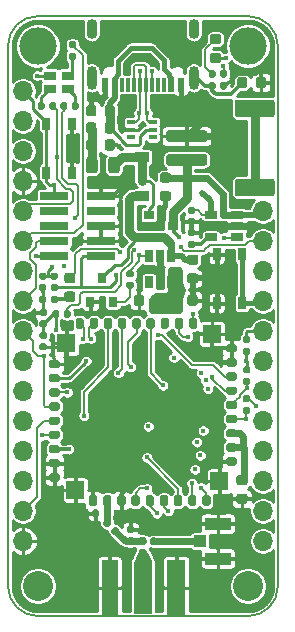
<source format=gtl>
G04 #@! TF.GenerationSoftware,KiCad,Pcbnew,(5.1.6)-1*
G04 #@! TF.CreationDate,2020-08-18T19:06:58+02:00*
G04 #@! TF.ProjectId,Penguino-Feather-4260-v1,50656e67-7569-46e6-9f2d-466561746865,1.1*
G04 #@! TF.SameCoordinates,Original*
G04 #@! TF.FileFunction,Copper,L1,Top*
G04 #@! TF.FilePolarity,Positive*
%FSLAX46Y46*%
G04 Gerber Fmt 4.6, Leading zero omitted, Abs format (unit mm)*
G04 Created by KiCad (PCBNEW (5.1.6)-1) date 2020-08-18 19:06:58*
%MOMM*%
%LPD*%
G01*
G04 APERTURE LIST*
G04 #@! TA.AperFunction,Profile*
%ADD10C,0.150000*%
G04 #@! TD*
G04 #@! TA.AperFunction,SMDPad,CuDef*
%ADD11R,1.200000X0.900000*%
G04 #@! TD*
G04 #@! TA.AperFunction,SMDPad,CuDef*
%ADD12R,2.200000X1.050000*%
G04 #@! TD*
G04 #@! TA.AperFunction,SMDPad,CuDef*
%ADD13R,1.050000X1.000000*%
G04 #@! TD*
G04 #@! TA.AperFunction,SMDPad,CuDef*
%ADD14R,1.000000X0.800000*%
G04 #@! TD*
G04 #@! TA.AperFunction,SMDPad,CuDef*
%ADD15R,2.400000X0.740000*%
G04 #@! TD*
G04 #@! TA.AperFunction,SMDPad,CuDef*
%ADD16R,1.350000X4.700000*%
G04 #@! TD*
G04 #@! TA.AperFunction,SMDPad,CuDef*
%ADD17R,1.500000X4.700000*%
G04 #@! TD*
G04 #@! TA.AperFunction,SMDPad,CuDef*
%ADD18R,1.500000X4.400000*%
G04 #@! TD*
G04 #@! TA.AperFunction,SMDPad,CuDef*
%ADD19R,1.060000X0.650000*%
G04 #@! TD*
G04 #@! TA.AperFunction,SMDPad,CuDef*
%ADD20R,0.650000X0.400000*%
G04 #@! TD*
G04 #@! TA.AperFunction,SMDPad,CuDef*
%ADD21R,0.800000X0.900000*%
G04 #@! TD*
G04 #@! TA.AperFunction,SMDPad,CuDef*
%ADD22R,0.650000X1.060000*%
G04 #@! TD*
G04 #@! TA.AperFunction,ComponentPad*
%ADD23C,3.175000*%
G04 #@! TD*
G04 #@! TA.AperFunction,ComponentPad*
%ADD24C,2.540000*%
G04 #@! TD*
G04 #@! TA.AperFunction,ComponentPad*
%ADD25O,1.700000X1.700000*%
G04 #@! TD*
G04 #@! TA.AperFunction,ComponentPad*
%ADD26O,0.900000X2.000000*%
G04 #@! TD*
G04 #@! TA.AperFunction,ComponentPad*
%ADD27O,0.900000X1.700000*%
G04 #@! TD*
G04 #@! TA.AperFunction,SMDPad,CuDef*
%ADD28R,0.300000X1.160000*%
G04 #@! TD*
G04 #@! TA.AperFunction,SMDPad,CuDef*
%ADD29R,0.600000X1.160000*%
G04 #@! TD*
G04 #@! TA.AperFunction,SMDPad,CuDef*
%ADD30R,0.660000X1.050000*%
G04 #@! TD*
G04 #@! TA.AperFunction,SMDPad,CuDef*
%ADD31R,0.900000X0.800000*%
G04 #@! TD*
G04 #@! TA.AperFunction,SMDPad,CuDef*
%ADD32R,1.500000X1.500000*%
G04 #@! TD*
G04 #@! TA.AperFunction,ViaPad*
%ADD33C,0.450000*%
G04 #@! TD*
G04 #@! TA.AperFunction,Conductor*
%ADD34C,0.600000*%
G04 #@! TD*
G04 #@! TA.AperFunction,Conductor*
%ADD35C,0.800000*%
G04 #@! TD*
G04 #@! TA.AperFunction,Conductor*
%ADD36C,0.400000*%
G04 #@! TD*
G04 #@! TA.AperFunction,Conductor*
%ADD37C,0.300000*%
G04 #@! TD*
G04 #@! TA.AperFunction,Conductor*
%ADD38C,0.350000*%
G04 #@! TD*
G04 #@! TA.AperFunction,Conductor*
%ADD39C,0.500000*%
G04 #@! TD*
G04 #@! TA.AperFunction,Conductor*
%ADD40C,0.250000*%
G04 #@! TD*
G04 #@! TA.AperFunction,Conductor*
%ADD41C,0.200000*%
G04 #@! TD*
G04 #@! TA.AperFunction,Conductor*
%ADD42C,0.180000*%
G04 #@! TD*
G04 #@! TA.AperFunction,Conductor*
%ADD43C,0.609600*%
G04 #@! TD*
G04 #@! TA.AperFunction,Conductor*
%ADD44C,0.254000*%
G04 #@! TD*
G04 APERTURE END LIST*
D10*
X127000000Y-119380000D02*
G75*
G02*
X124460000Y-116840000I0J2540000D01*
G01*
X147320000Y-116840000D02*
G75*
G02*
X144780000Y-119380000I-2540000J0D01*
G01*
X144780000Y-68580000D02*
G75*
G02*
X147320000Y-71120000I0J-2540000D01*
G01*
X124460000Y-71120000D02*
G75*
G02*
X127000000Y-68580000I2540000J0D01*
G01*
X124460000Y-116840000D02*
X124460000Y-71120000D01*
X144780000Y-119380000D02*
X127000000Y-119380000D01*
X147320000Y-71120000D02*
X147320000Y-116840000D01*
X127000000Y-68580000D02*
X144780000Y-68580000D01*
G04 #@! TA.AperFunction,SMDPad,CuDef*
G36*
G01*
X127277500Y-93385000D02*
X127622500Y-93385000D01*
G75*
G02*
X127770000Y-93532500I0J-147500D01*
G01*
X127770000Y-93827500D01*
G75*
G02*
X127622500Y-93975000I-147500J0D01*
G01*
X127277500Y-93975000D01*
G75*
G02*
X127130000Y-93827500I0J147500D01*
G01*
X127130000Y-93532500D01*
G75*
G02*
X127277500Y-93385000I147500J0D01*
G01*
G37*
G04 #@! TD.AperFunction*
G04 #@! TA.AperFunction,SMDPad,CuDef*
G36*
G01*
X127277500Y-94355000D02*
X127622500Y-94355000D01*
G75*
G02*
X127770000Y-94502500I0J-147500D01*
G01*
X127770000Y-94797500D01*
G75*
G02*
X127622500Y-94945000I-147500J0D01*
G01*
X127277500Y-94945000D01*
G75*
G02*
X127130000Y-94797500I0J147500D01*
G01*
X127130000Y-94502500D01*
G75*
G02*
X127277500Y-94355000I147500J0D01*
G01*
G37*
G04 #@! TD.AperFunction*
D11*
X135800000Y-83850000D03*
X135800000Y-80550000D03*
D12*
X142235000Y-114515000D03*
D13*
X140710000Y-113040000D03*
D12*
X142235000Y-111565000D03*
G04 #@! TA.AperFunction,SMDPad,CuDef*
G36*
G01*
X141100000Y-81250000D02*
X138100000Y-81250000D01*
G75*
G02*
X137850000Y-81000000I0J250000D01*
G01*
X137850000Y-80500000D01*
G75*
G02*
X138100000Y-80250000I250000J0D01*
G01*
X141100000Y-80250000D01*
G75*
G02*
X141350000Y-80500000I0J-250000D01*
G01*
X141350000Y-81000000D01*
G75*
G02*
X141100000Y-81250000I-250000J0D01*
G01*
G37*
G04 #@! TD.AperFunction*
G04 #@! TA.AperFunction,SMDPad,CuDef*
G36*
G01*
X141100000Y-79250000D02*
X138100000Y-79250000D01*
G75*
G02*
X137850000Y-79000000I0J250000D01*
G01*
X137850000Y-78500000D01*
G75*
G02*
X138100000Y-78250000I250000J0D01*
G01*
X141100000Y-78250000D01*
G75*
G02*
X141350000Y-78500000I0J-250000D01*
G01*
X141350000Y-79000000D01*
G75*
G02*
X141100000Y-79250000I-250000J0D01*
G01*
G37*
G04 #@! TD.AperFunction*
G04 #@! TA.AperFunction,SMDPad,CuDef*
G36*
G01*
X146800000Y-83850000D02*
X143900000Y-83850000D01*
G75*
G02*
X143650000Y-83600000I0J250000D01*
G01*
X143650000Y-82600000D01*
G75*
G02*
X143900000Y-82350000I250000J0D01*
G01*
X146800000Y-82350000D01*
G75*
G02*
X147050000Y-82600000I0J-250000D01*
G01*
X147050000Y-83600000D01*
G75*
G02*
X146800000Y-83850000I-250000J0D01*
G01*
G37*
G04 #@! TD.AperFunction*
G04 #@! TA.AperFunction,SMDPad,CuDef*
G36*
G01*
X146800000Y-77150000D02*
X143900000Y-77150000D01*
G75*
G02*
X143650000Y-76900000I0J250000D01*
G01*
X143650000Y-75900000D01*
G75*
G02*
X143900000Y-75650000I250000J0D01*
G01*
X146800000Y-75650000D01*
G75*
G02*
X147050000Y-75900000I0J-250000D01*
G01*
X147050000Y-76900000D01*
G75*
G02*
X146800000Y-77150000I-250000J0D01*
G01*
G37*
G04 #@! TD.AperFunction*
G04 #@! TA.AperFunction,SMDPad,CuDef*
G36*
G01*
X146315000Y-73953750D02*
X146315000Y-74466250D01*
G75*
G02*
X146096250Y-74685000I-218750J0D01*
G01*
X145658750Y-74685000D01*
G75*
G02*
X145440000Y-74466250I0J218750D01*
G01*
X145440000Y-73953750D01*
G75*
G02*
X145658750Y-73735000I218750J0D01*
G01*
X146096250Y-73735000D01*
G75*
G02*
X146315000Y-73953750I0J-218750D01*
G01*
G37*
G04 #@! TD.AperFunction*
G04 #@! TA.AperFunction,SMDPad,CuDef*
G36*
G01*
X144740000Y-73953750D02*
X144740000Y-74466250D01*
G75*
G02*
X144521250Y-74685000I-218750J0D01*
G01*
X144083750Y-74685000D01*
G75*
G02*
X143865000Y-74466250I0J218750D01*
G01*
X143865000Y-73953750D01*
G75*
G02*
X144083750Y-73735000I218750J0D01*
G01*
X144521250Y-73735000D01*
G75*
G02*
X144740000Y-73953750I0J-218750D01*
G01*
G37*
G04 #@! TD.AperFunction*
G04 #@! TA.AperFunction,SMDPad,CuDef*
G36*
G01*
X133525000Y-76343750D02*
X133525000Y-76856250D01*
G75*
G02*
X133306250Y-77075000I-218750J0D01*
G01*
X132868750Y-77075000D01*
G75*
G02*
X132650000Y-76856250I0J218750D01*
G01*
X132650000Y-76343750D01*
G75*
G02*
X132868750Y-76125000I218750J0D01*
G01*
X133306250Y-76125000D01*
G75*
G02*
X133525000Y-76343750I0J-218750D01*
G01*
G37*
G04 #@! TD.AperFunction*
G04 #@! TA.AperFunction,SMDPad,CuDef*
G36*
G01*
X131950000Y-76343750D02*
X131950000Y-76856250D01*
G75*
G02*
X131731250Y-77075000I-218750J0D01*
G01*
X131293750Y-77075000D01*
G75*
G02*
X131075000Y-76856250I0J218750D01*
G01*
X131075000Y-76343750D01*
G75*
G02*
X131293750Y-76125000I218750J0D01*
G01*
X131731250Y-76125000D01*
G75*
G02*
X131950000Y-76343750I0J-218750D01*
G01*
G37*
G04 #@! TD.AperFunction*
G04 #@! TA.AperFunction,SMDPad,CuDef*
G36*
G01*
X132650000Y-79756250D02*
X132650000Y-79243750D01*
G75*
G02*
X132868750Y-79025000I218750J0D01*
G01*
X133306250Y-79025000D01*
G75*
G02*
X133525000Y-79243750I0J-218750D01*
G01*
X133525000Y-79756250D01*
G75*
G02*
X133306250Y-79975000I-218750J0D01*
G01*
X132868750Y-79975000D01*
G75*
G02*
X132650000Y-79756250I0J218750D01*
G01*
G37*
G04 #@! TD.AperFunction*
G04 #@! TA.AperFunction,SMDPad,CuDef*
G36*
G01*
X131075000Y-79756250D02*
X131075000Y-79243750D01*
G75*
G02*
X131293750Y-79025000I218750J0D01*
G01*
X131731250Y-79025000D01*
G75*
G02*
X131950000Y-79243750I0J-218750D01*
G01*
X131950000Y-79756250D01*
G75*
G02*
X131731250Y-79975000I-218750J0D01*
G01*
X131293750Y-79975000D01*
G75*
G02*
X131075000Y-79756250I0J218750D01*
G01*
G37*
G04 #@! TD.AperFunction*
G04 #@! TA.AperFunction,SMDPad,CuDef*
G36*
G01*
X139843750Y-90350000D02*
X140356250Y-90350000D01*
G75*
G02*
X140575000Y-90568750I0J-218750D01*
G01*
X140575000Y-91006250D01*
G75*
G02*
X140356250Y-91225000I-218750J0D01*
G01*
X139843750Y-91225000D01*
G75*
G02*
X139625000Y-91006250I0J218750D01*
G01*
X139625000Y-90568750D01*
G75*
G02*
X139843750Y-90350000I218750J0D01*
G01*
G37*
G04 #@! TD.AperFunction*
G04 #@! TA.AperFunction,SMDPad,CuDef*
G36*
G01*
X139843750Y-88775000D02*
X140356250Y-88775000D01*
G75*
G02*
X140575000Y-88993750I0J-218750D01*
G01*
X140575000Y-89431250D01*
G75*
G02*
X140356250Y-89650000I-218750J0D01*
G01*
X139843750Y-89650000D01*
G75*
G02*
X139625000Y-89431250I0J218750D01*
G01*
X139625000Y-88993750D01*
G75*
G02*
X139843750Y-88775000I218750J0D01*
G01*
G37*
G04 #@! TD.AperFunction*
G04 #@! TA.AperFunction,SMDPad,CuDef*
G36*
G01*
X144015750Y-109011200D02*
X144528250Y-109011200D01*
G75*
G02*
X144747000Y-109229950I0J-218750D01*
G01*
X144747000Y-109667450D01*
G75*
G02*
X144528250Y-109886200I-218750J0D01*
G01*
X144015750Y-109886200D01*
G75*
G02*
X143797000Y-109667450I0J218750D01*
G01*
X143797000Y-109229950D01*
G75*
G02*
X144015750Y-109011200I218750J0D01*
G01*
G37*
G04 #@! TD.AperFunction*
G04 #@! TA.AperFunction,SMDPad,CuDef*
G36*
G01*
X144015750Y-107436200D02*
X144528250Y-107436200D01*
G75*
G02*
X144747000Y-107654950I0J-218750D01*
G01*
X144747000Y-108092450D01*
G75*
G02*
X144528250Y-108311200I-218750J0D01*
G01*
X144015750Y-108311200D01*
G75*
G02*
X143797000Y-108092450I0J218750D01*
G01*
X143797000Y-107654950D01*
G75*
G02*
X144015750Y-107436200I218750J0D01*
G01*
G37*
G04 #@! TD.AperFunction*
G04 #@! TA.AperFunction,SMDPad,CuDef*
G36*
G01*
X139650000Y-92906250D02*
X139650000Y-92393750D01*
G75*
G02*
X139868750Y-92175000I218750J0D01*
G01*
X140306250Y-92175000D01*
G75*
G02*
X140525000Y-92393750I0J-218750D01*
G01*
X140525000Y-92906250D01*
G75*
G02*
X140306250Y-93125000I-218750J0D01*
G01*
X139868750Y-93125000D01*
G75*
G02*
X139650000Y-92906250I0J218750D01*
G01*
G37*
G04 #@! TD.AperFunction*
G04 #@! TA.AperFunction,SMDPad,CuDef*
G36*
G01*
X138075000Y-92906250D02*
X138075000Y-92393750D01*
G75*
G02*
X138293750Y-92175000I218750J0D01*
G01*
X138731250Y-92175000D01*
G75*
G02*
X138950000Y-92393750I0J-218750D01*
G01*
X138950000Y-92906250D01*
G75*
G02*
X138731250Y-93125000I-218750J0D01*
G01*
X138293750Y-93125000D01*
G75*
G02*
X138075000Y-92906250I0J218750D01*
G01*
G37*
G04 #@! TD.AperFunction*
G04 #@! TA.AperFunction,SMDPad,CuDef*
G36*
G01*
X132526481Y-111415432D02*
X132770433Y-111171481D01*
G75*
G02*
X132979029Y-111171481I104298J-104298D01*
G01*
X133187625Y-111380077D01*
G75*
G02*
X133187625Y-111588673I-104298J-104298D01*
G01*
X132943673Y-111832625D01*
G75*
G02*
X132735077Y-111832625I-104298J104298D01*
G01*
X132526481Y-111624029D01*
G75*
G02*
X132526481Y-111415433I104298J104298D01*
G01*
G37*
G04 #@! TD.AperFunction*
G04 #@! TA.AperFunction,SMDPad,CuDef*
G36*
G01*
X133212375Y-112101326D02*
X133456327Y-111857375D01*
G75*
G02*
X133664923Y-111857375I104298J-104298D01*
G01*
X133873519Y-112065971D01*
G75*
G02*
X133873519Y-112274567I-104298J-104298D01*
G01*
X133629567Y-112518519D01*
G75*
G02*
X133420971Y-112518519I-104298J104298D01*
G01*
X133212375Y-112309923D01*
G75*
G02*
X133212375Y-112101327I104298J104298D01*
G01*
G37*
G04 #@! TD.AperFunction*
G04 #@! TA.AperFunction,SMDPad,CuDef*
G36*
G01*
X132185000Y-110502500D02*
X132185000Y-110847500D01*
G75*
G02*
X132037500Y-110995000I-147500J0D01*
G01*
X131742500Y-110995000D01*
G75*
G02*
X131595000Y-110847500I0J147500D01*
G01*
X131595000Y-110502500D01*
G75*
G02*
X131742500Y-110355000I147500J0D01*
G01*
X132037500Y-110355000D01*
G75*
G02*
X132185000Y-110502500I0J-147500D01*
G01*
G37*
G04 #@! TD.AperFunction*
G04 #@! TA.AperFunction,SMDPad,CuDef*
G36*
G01*
X133155000Y-110502500D02*
X133155000Y-110847500D01*
G75*
G02*
X133007500Y-110995000I-147500J0D01*
G01*
X132712500Y-110995000D01*
G75*
G02*
X132565000Y-110847500I0J147500D01*
G01*
X132565000Y-110502500D01*
G75*
G02*
X132712500Y-110355000I147500J0D01*
G01*
X133007500Y-110355000D01*
G75*
G02*
X133155000Y-110502500I0J-147500D01*
G01*
G37*
G04 #@! TD.AperFunction*
G04 #@! TA.AperFunction,SMDPad,CuDef*
G36*
G01*
X137575000Y-92393750D02*
X137575000Y-92906250D01*
G75*
G02*
X137356250Y-93125000I-218750J0D01*
G01*
X136918750Y-93125000D01*
G75*
G02*
X136700000Y-92906250I0J218750D01*
G01*
X136700000Y-92393750D01*
G75*
G02*
X136918750Y-92175000I218750J0D01*
G01*
X137356250Y-92175000D01*
G75*
G02*
X137575000Y-92393750I0J-218750D01*
G01*
G37*
G04 #@! TD.AperFunction*
G04 #@! TA.AperFunction,SMDPad,CuDef*
G36*
G01*
X136000000Y-92393750D02*
X136000000Y-92906250D01*
G75*
G02*
X135781250Y-93125000I-218750J0D01*
G01*
X135343750Y-93125000D01*
G75*
G02*
X135125000Y-92906250I0J218750D01*
G01*
X135125000Y-92393750D01*
G75*
G02*
X135343750Y-92175000I218750J0D01*
G01*
X135781250Y-92175000D01*
G75*
G02*
X136000000Y-92393750I0J-218750D01*
G01*
G37*
G04 #@! TD.AperFunction*
G04 #@! TA.AperFunction,SMDPad,CuDef*
G36*
G01*
X142293050Y-72548200D02*
X141780550Y-72548200D01*
G75*
G02*
X141561800Y-72329450I0J218750D01*
G01*
X141561800Y-71891950D01*
G75*
G02*
X141780550Y-71673200I218750J0D01*
G01*
X142293050Y-71673200D01*
G75*
G02*
X142511800Y-71891950I0J-218750D01*
G01*
X142511800Y-72329450D01*
G75*
G02*
X142293050Y-72548200I-218750J0D01*
G01*
G37*
G04 #@! TD.AperFunction*
G04 #@! TA.AperFunction,SMDPad,CuDef*
G36*
G01*
X142293050Y-70973200D02*
X141780550Y-70973200D01*
G75*
G02*
X141561800Y-70754450I0J218750D01*
G01*
X141561800Y-70316950D01*
G75*
G02*
X141780550Y-70098200I218750J0D01*
G01*
X142293050Y-70098200D01*
G75*
G02*
X142511800Y-70316950I0J-218750D01*
G01*
X142511800Y-70754450D01*
G75*
G02*
X142293050Y-70973200I-218750J0D01*
G01*
G37*
G04 #@! TD.AperFunction*
D14*
X129528000Y-74718000D03*
X128028000Y-74718000D03*
X128028000Y-73618000D03*
X129528000Y-73618000D03*
G04 #@! TA.AperFunction,SMDPad,CuDef*
G36*
G01*
X129956250Y-91200000D02*
X129443750Y-91200000D01*
G75*
G02*
X129225000Y-90981250I0J218750D01*
G01*
X129225000Y-90543750D01*
G75*
G02*
X129443750Y-90325000I218750J0D01*
G01*
X129956250Y-90325000D01*
G75*
G02*
X130175000Y-90543750I0J-218750D01*
G01*
X130175000Y-90981250D01*
G75*
G02*
X129956250Y-91200000I-218750J0D01*
G01*
G37*
G04 #@! TD.AperFunction*
G04 #@! TA.AperFunction,SMDPad,CuDef*
G36*
G01*
X129956250Y-92775000D02*
X129443750Y-92775000D01*
G75*
G02*
X129225000Y-92556250I0J218750D01*
G01*
X129225000Y-92118750D01*
G75*
G02*
X129443750Y-91900000I218750J0D01*
G01*
X129956250Y-91900000D01*
G75*
G02*
X130175000Y-92118750I0J-218750D01*
G01*
X130175000Y-92556250D01*
G75*
G02*
X129956250Y-92775000I-218750J0D01*
G01*
G37*
G04 #@! TD.AperFunction*
G04 #@! TA.AperFunction,SMDPad,CuDef*
G36*
G01*
X131075000Y-81656250D02*
X131075000Y-80743750D01*
G75*
G02*
X131318750Y-80500000I243750J0D01*
G01*
X131806250Y-80500000D01*
G75*
G02*
X132050000Y-80743750I0J-243750D01*
G01*
X132050000Y-81656250D01*
G75*
G02*
X131806250Y-81900000I-243750J0D01*
G01*
X131318750Y-81900000D01*
G75*
G02*
X131075000Y-81656250I0J243750D01*
G01*
G37*
G04 #@! TD.AperFunction*
G04 #@! TA.AperFunction,SMDPad,CuDef*
G36*
G01*
X132950000Y-81656250D02*
X132950000Y-80743750D01*
G75*
G02*
X133193750Y-80500000I243750J0D01*
G01*
X133681250Y-80500000D01*
G75*
G02*
X133925000Y-80743750I0J-243750D01*
G01*
X133925000Y-81656250D01*
G75*
G02*
X133681250Y-81900000I-243750J0D01*
G01*
X133193750Y-81900000D01*
G75*
G02*
X132950000Y-81656250I0J243750D01*
G01*
G37*
G04 #@! TD.AperFunction*
G04 #@! TA.AperFunction,SMDPad,CuDef*
G36*
G01*
X133525000Y-77793750D02*
X133525000Y-78306250D01*
G75*
G02*
X133306250Y-78525000I-218750J0D01*
G01*
X132868750Y-78525000D01*
G75*
G02*
X132650000Y-78306250I0J218750D01*
G01*
X132650000Y-77793750D01*
G75*
G02*
X132868750Y-77575000I218750J0D01*
G01*
X133306250Y-77575000D01*
G75*
G02*
X133525000Y-77793750I0J-218750D01*
G01*
G37*
G04 #@! TD.AperFunction*
G04 #@! TA.AperFunction,SMDPad,CuDef*
G36*
G01*
X131950000Y-77793750D02*
X131950000Y-78306250D01*
G75*
G02*
X131731250Y-78525000I-218750J0D01*
G01*
X131293750Y-78525000D01*
G75*
G02*
X131075000Y-78306250I0J218750D01*
G01*
X131075000Y-77793750D01*
G75*
G02*
X131293750Y-77575000I218750J0D01*
G01*
X131731250Y-77575000D01*
G75*
G02*
X131950000Y-77793750I0J-218750D01*
G01*
G37*
G04 #@! TD.AperFunction*
D15*
X132300000Y-88890000D03*
X128400000Y-88890000D03*
X132300000Y-87620000D03*
X128400000Y-87620000D03*
X132300000Y-86350000D03*
X128400000Y-86350000D03*
X132300000Y-85080000D03*
X128400000Y-85080000D03*
X132300000Y-83810000D03*
X128400000Y-83810000D03*
D16*
X133065000Y-116990000D03*
D17*
X138715000Y-116990000D03*
D18*
X135890000Y-116967000D03*
G04 #@! TA.AperFunction,SMDPad,CuDef*
G36*
G01*
X142052400Y-74310300D02*
X142052400Y-74655300D01*
G75*
G02*
X141904900Y-74802800I-147500J0D01*
G01*
X141609900Y-74802800D01*
G75*
G02*
X141462400Y-74655300I0J147500D01*
G01*
X141462400Y-74310300D01*
G75*
G02*
X141609900Y-74162800I147500J0D01*
G01*
X141904900Y-74162800D01*
G75*
G02*
X142052400Y-74310300I0J-147500D01*
G01*
G37*
G04 #@! TD.AperFunction*
G04 #@! TA.AperFunction,SMDPad,CuDef*
G36*
G01*
X143022400Y-74310300D02*
X143022400Y-74655300D01*
G75*
G02*
X142874900Y-74802800I-147500J0D01*
G01*
X142579900Y-74802800D01*
G75*
G02*
X142432400Y-74655300I0J147500D01*
G01*
X142432400Y-74310300D01*
G75*
G02*
X142579900Y-74162800I147500J0D01*
G01*
X142874900Y-74162800D01*
G75*
G02*
X143022400Y-74310300I0J-147500D01*
G01*
G37*
G04 #@! TD.AperFunction*
G04 #@! TA.AperFunction,SMDPad,CuDef*
G36*
G01*
X140172500Y-88180000D02*
X139827500Y-88180000D01*
G75*
G02*
X139680000Y-88032500I0J147500D01*
G01*
X139680000Y-87737500D01*
G75*
G02*
X139827500Y-87590000I147500J0D01*
G01*
X140172500Y-87590000D01*
G75*
G02*
X140320000Y-87737500I0J-147500D01*
G01*
X140320000Y-88032500D01*
G75*
G02*
X140172500Y-88180000I-147500J0D01*
G01*
G37*
G04 #@! TD.AperFunction*
G04 #@! TA.AperFunction,SMDPad,CuDef*
G36*
G01*
X140172500Y-87210000D02*
X139827500Y-87210000D01*
G75*
G02*
X139680000Y-87062500I0J147500D01*
G01*
X139680000Y-86767500D01*
G75*
G02*
X139827500Y-86620000I147500J0D01*
G01*
X140172500Y-86620000D01*
G75*
G02*
X140320000Y-86767500I0J-147500D01*
G01*
X140320000Y-87062500D01*
G75*
G02*
X140172500Y-87210000I-147500J0D01*
G01*
G37*
G04 #@! TD.AperFunction*
G04 #@! TA.AperFunction,SMDPad,CuDef*
G36*
G01*
X142052400Y-73294300D02*
X142052400Y-73639300D01*
G75*
G02*
X141904900Y-73786800I-147500J0D01*
G01*
X141609900Y-73786800D01*
G75*
G02*
X141462400Y-73639300I0J147500D01*
G01*
X141462400Y-73294300D01*
G75*
G02*
X141609900Y-73146800I147500J0D01*
G01*
X141904900Y-73146800D01*
G75*
G02*
X142052400Y-73294300I0J-147500D01*
G01*
G37*
G04 #@! TD.AperFunction*
G04 #@! TA.AperFunction,SMDPad,CuDef*
G36*
G01*
X143022400Y-73294300D02*
X143022400Y-73639300D01*
G75*
G02*
X142874900Y-73786800I-147500J0D01*
G01*
X142579900Y-73786800D01*
G75*
G02*
X142432400Y-73639300I0J147500D01*
G01*
X142432400Y-73294300D01*
G75*
G02*
X142579900Y-73146800I147500J0D01*
G01*
X142874900Y-73146800D01*
G75*
G02*
X143022400Y-73294300I0J-147500D01*
G01*
G37*
G04 #@! TD.AperFunction*
G04 #@! TA.AperFunction,SMDPad,CuDef*
G36*
G01*
X129477000Y-76027500D02*
X129477000Y-76372500D01*
G75*
G02*
X129329500Y-76520000I-147500J0D01*
G01*
X129034500Y-76520000D01*
G75*
G02*
X128887000Y-76372500I0J147500D01*
G01*
X128887000Y-76027500D01*
G75*
G02*
X129034500Y-75880000I147500J0D01*
G01*
X129329500Y-75880000D01*
G75*
G02*
X129477000Y-76027500I0J-147500D01*
G01*
G37*
G04 #@! TD.AperFunction*
G04 #@! TA.AperFunction,SMDPad,CuDef*
G36*
G01*
X130447000Y-76027500D02*
X130447000Y-76372500D01*
G75*
G02*
X130299500Y-76520000I-147500J0D01*
G01*
X130004500Y-76520000D01*
G75*
G02*
X129857000Y-76372500I0J147500D01*
G01*
X129857000Y-76027500D01*
G75*
G02*
X130004500Y-75880000I147500J0D01*
G01*
X130299500Y-75880000D01*
G75*
G02*
X130447000Y-76027500I0J-147500D01*
G01*
G37*
G04 #@! TD.AperFunction*
G04 #@! TA.AperFunction,SMDPad,CuDef*
G36*
G01*
X144497500Y-98250000D02*
X144842500Y-98250000D01*
G75*
G02*
X144990000Y-98397500I0J-147500D01*
G01*
X144990000Y-98692500D01*
G75*
G02*
X144842500Y-98840000I-147500J0D01*
G01*
X144497500Y-98840000D01*
G75*
G02*
X144350000Y-98692500I0J147500D01*
G01*
X144350000Y-98397500D01*
G75*
G02*
X144497500Y-98250000I147500J0D01*
G01*
G37*
G04 #@! TD.AperFunction*
G04 #@! TA.AperFunction,SMDPad,CuDef*
G36*
G01*
X144497500Y-99220000D02*
X144842500Y-99220000D01*
G75*
G02*
X144990000Y-99367500I0J-147500D01*
G01*
X144990000Y-99662500D01*
G75*
G02*
X144842500Y-99810000I-147500J0D01*
G01*
X144497500Y-99810000D01*
G75*
G02*
X144350000Y-99662500I0J147500D01*
G01*
X144350000Y-99367500D01*
G75*
G02*
X144497500Y-99220000I147500J0D01*
G01*
G37*
G04 #@! TD.AperFunction*
G04 #@! TA.AperFunction,SMDPad,CuDef*
G36*
G01*
X130093500Y-72281000D02*
X129748500Y-72281000D01*
G75*
G02*
X129601000Y-72133500I0J147500D01*
G01*
X129601000Y-71838500D01*
G75*
G02*
X129748500Y-71691000I147500J0D01*
G01*
X130093500Y-71691000D01*
G75*
G02*
X130241000Y-71838500I0J-147500D01*
G01*
X130241000Y-72133500D01*
G75*
G02*
X130093500Y-72281000I-147500J0D01*
G01*
G37*
G04 #@! TD.AperFunction*
G04 #@! TA.AperFunction,SMDPad,CuDef*
G36*
G01*
X130093500Y-71311000D02*
X129748500Y-71311000D01*
G75*
G02*
X129601000Y-71163500I0J147500D01*
G01*
X129601000Y-70868500D01*
G75*
G02*
X129748500Y-70721000I147500J0D01*
G01*
X130093500Y-70721000D01*
G75*
G02*
X130241000Y-70868500I0J-147500D01*
G01*
X130241000Y-71163500D01*
G75*
G02*
X130093500Y-71311000I-147500J0D01*
G01*
G37*
G04 #@! TD.AperFunction*
G04 #@! TA.AperFunction,SMDPad,CuDef*
G36*
G01*
X144477500Y-100695000D02*
X144822500Y-100695000D01*
G75*
G02*
X144970000Y-100842500I0J-147500D01*
G01*
X144970000Y-101137500D01*
G75*
G02*
X144822500Y-101285000I-147500J0D01*
G01*
X144477500Y-101285000D01*
G75*
G02*
X144330000Y-101137500I0J147500D01*
G01*
X144330000Y-100842500D01*
G75*
G02*
X144477500Y-100695000I147500J0D01*
G01*
G37*
G04 #@! TD.AperFunction*
G04 #@! TA.AperFunction,SMDPad,CuDef*
G36*
G01*
X144477500Y-101665000D02*
X144822500Y-101665000D01*
G75*
G02*
X144970000Y-101812500I0J-147500D01*
G01*
X144970000Y-102107500D01*
G75*
G02*
X144822500Y-102255000I-147500J0D01*
G01*
X144477500Y-102255000D01*
G75*
G02*
X144330000Y-102107500I0J147500D01*
G01*
X144330000Y-101812500D01*
G75*
G02*
X144477500Y-101665000I147500J0D01*
G01*
G37*
G04 #@! TD.AperFunction*
G04 #@! TA.AperFunction,SMDPad,CuDef*
G36*
G01*
X127965000Y-76372500D02*
X127965000Y-76027500D01*
G75*
G02*
X128112500Y-75880000I147500J0D01*
G01*
X128407500Y-75880000D01*
G75*
G02*
X128555000Y-76027500I0J-147500D01*
G01*
X128555000Y-76372500D01*
G75*
G02*
X128407500Y-76520000I-147500J0D01*
G01*
X128112500Y-76520000D01*
G75*
G02*
X127965000Y-76372500I0J147500D01*
G01*
G37*
G04 #@! TD.AperFunction*
G04 #@! TA.AperFunction,SMDPad,CuDef*
G36*
G01*
X126995000Y-76372500D02*
X126995000Y-76027500D01*
G75*
G02*
X127142500Y-75880000I147500J0D01*
G01*
X127437500Y-75880000D01*
G75*
G02*
X127585000Y-76027500I0J-147500D01*
G01*
X127585000Y-76372500D01*
G75*
G02*
X127437500Y-76520000I-147500J0D01*
G01*
X127142500Y-76520000D01*
G75*
G02*
X126995000Y-76372500I0J147500D01*
G01*
G37*
G04 #@! TD.AperFunction*
G04 #@! TA.AperFunction,SMDPad,CuDef*
G36*
G01*
X128572500Y-90885000D02*
X128227500Y-90885000D01*
G75*
G02*
X128080000Y-90737500I0J147500D01*
G01*
X128080000Y-90442500D01*
G75*
G02*
X128227500Y-90295000I147500J0D01*
G01*
X128572500Y-90295000D01*
G75*
G02*
X128720000Y-90442500I0J-147500D01*
G01*
X128720000Y-90737500D01*
G75*
G02*
X128572500Y-90885000I-147500J0D01*
G01*
G37*
G04 #@! TD.AperFunction*
G04 #@! TA.AperFunction,SMDPad,CuDef*
G36*
G01*
X128572500Y-91855000D02*
X128227500Y-91855000D01*
G75*
G02*
X128080000Y-91707500I0J147500D01*
G01*
X128080000Y-91412500D01*
G75*
G02*
X128227500Y-91265000I147500J0D01*
G01*
X128572500Y-91265000D01*
G75*
G02*
X128720000Y-91412500I0J-147500D01*
G01*
X128720000Y-91707500D01*
G75*
G02*
X128572500Y-91855000I-147500J0D01*
G01*
G37*
G04 #@! TD.AperFunction*
G04 #@! TA.AperFunction,SMDPad,CuDef*
G36*
G01*
X129190000Y-93972500D02*
X129190000Y-93627500D01*
G75*
G02*
X129337500Y-93480000I147500J0D01*
G01*
X129632500Y-93480000D01*
G75*
G02*
X129780000Y-93627500I0J-147500D01*
G01*
X129780000Y-93972500D01*
G75*
G02*
X129632500Y-94120000I-147500J0D01*
G01*
X129337500Y-94120000D01*
G75*
G02*
X129190000Y-93972500I0J147500D01*
G01*
G37*
G04 #@! TD.AperFunction*
G04 #@! TA.AperFunction,SMDPad,CuDef*
G36*
G01*
X128220000Y-93972500D02*
X128220000Y-93627500D01*
G75*
G02*
X128367500Y-93480000I147500J0D01*
G01*
X128662500Y-93480000D01*
G75*
G02*
X128810000Y-93627500I0J-147500D01*
G01*
X128810000Y-93972500D01*
G75*
G02*
X128662500Y-94120000I-147500J0D01*
G01*
X128367500Y-94120000D01*
G75*
G02*
X128220000Y-93972500I0J147500D01*
G01*
G37*
G04 #@! TD.AperFunction*
G04 #@! TA.AperFunction,SMDPad,CuDef*
G36*
G01*
X127622500Y-96880000D02*
X127277500Y-96880000D01*
G75*
G02*
X127130000Y-96732500I0J147500D01*
G01*
X127130000Y-96437500D01*
G75*
G02*
X127277500Y-96290000I147500J0D01*
G01*
X127622500Y-96290000D01*
G75*
G02*
X127770000Y-96437500I0J-147500D01*
G01*
X127770000Y-96732500D01*
G75*
G02*
X127622500Y-96880000I-147500J0D01*
G01*
G37*
G04 #@! TD.AperFunction*
G04 #@! TA.AperFunction,SMDPad,CuDef*
G36*
G01*
X127622500Y-95910000D02*
X127277500Y-95910000D01*
G75*
G02*
X127130000Y-95762500I0J147500D01*
G01*
X127130000Y-95467500D01*
G75*
G02*
X127277500Y-95320000I147500J0D01*
G01*
X127622500Y-95320000D01*
G75*
G02*
X127770000Y-95467500I0J-147500D01*
G01*
X127770000Y-95762500D01*
G75*
G02*
X127622500Y-95910000I-147500J0D01*
G01*
G37*
G04 #@! TD.AperFunction*
G04 #@! TA.AperFunction,SMDPad,CuDef*
G36*
G01*
X128680000Y-92402500D02*
X128680000Y-92747500D01*
G75*
G02*
X128532500Y-92895000I-147500J0D01*
G01*
X128237500Y-92895000D01*
G75*
G02*
X128090000Y-92747500I0J147500D01*
G01*
X128090000Y-92402500D01*
G75*
G02*
X128237500Y-92255000I147500J0D01*
G01*
X128532500Y-92255000D01*
G75*
G02*
X128680000Y-92402500I0J-147500D01*
G01*
G37*
G04 #@! TD.AperFunction*
G04 #@! TA.AperFunction,SMDPad,CuDef*
G36*
G01*
X127710000Y-92402500D02*
X127710000Y-92747500D01*
G75*
G02*
X127562500Y-92895000I-147500J0D01*
G01*
X127267500Y-92895000D01*
G75*
G02*
X127120000Y-92747500I0J147500D01*
G01*
X127120000Y-92402500D01*
G75*
G02*
X127267500Y-92255000I147500J0D01*
G01*
X127562500Y-92255000D01*
G75*
G02*
X127710000Y-92402500I0J-147500D01*
G01*
G37*
G04 #@! TD.AperFunction*
G04 #@! TA.AperFunction,SMDPad,CuDef*
G36*
G01*
X136504784Y-113216650D02*
X136504784Y-112871650D01*
G75*
G02*
X136652284Y-112724150I147500J0D01*
G01*
X136947284Y-112724150D01*
G75*
G02*
X137094784Y-112871650I0J-147500D01*
G01*
X137094784Y-113216650D01*
G75*
G02*
X136947284Y-113364150I-147500J0D01*
G01*
X136652284Y-113364150D01*
G75*
G02*
X136504784Y-113216650I0J147500D01*
G01*
G37*
G04 #@! TD.AperFunction*
G04 #@! TA.AperFunction,SMDPad,CuDef*
G36*
G01*
X135534784Y-113216650D02*
X135534784Y-112871650D01*
G75*
G02*
X135682284Y-112724150I147500J0D01*
G01*
X135977284Y-112724150D01*
G75*
G02*
X136124784Y-112871650I0J-147500D01*
G01*
X136124784Y-113216650D01*
G75*
G02*
X135977284Y-113364150I-147500J0D01*
G01*
X135682284Y-113364150D01*
G75*
G02*
X135534784Y-113216650I0J147500D01*
G01*
G37*
G04 #@! TD.AperFunction*
G04 #@! TA.AperFunction,SMDPad,CuDef*
G36*
G01*
X136035368Y-114276066D02*
X135690368Y-114276066D01*
G75*
G02*
X135542868Y-114128566I0J147500D01*
G01*
X135542868Y-113833566D01*
G75*
G02*
X135690368Y-113686066I147500J0D01*
G01*
X136035368Y-113686066D01*
G75*
G02*
X136182868Y-113833566I0J-147500D01*
G01*
X136182868Y-114128566D01*
G75*
G02*
X136035368Y-114276066I-147500J0D01*
G01*
G37*
G04 #@! TD.AperFunction*
G04 #@! TA.AperFunction,SMDPad,CuDef*
G36*
G01*
X136035368Y-113306066D02*
X135690368Y-113306066D01*
G75*
G02*
X135542868Y-113158566I0J147500D01*
G01*
X135542868Y-112863566D01*
G75*
G02*
X135690368Y-112716066I147500J0D01*
G01*
X136035368Y-112716066D01*
G75*
G02*
X136182868Y-112863566I0J-147500D01*
G01*
X136182868Y-113158566D01*
G75*
G02*
X136035368Y-113306066I-147500J0D01*
G01*
G37*
G04 #@! TD.AperFunction*
D19*
X143850000Y-87300000D03*
X143850000Y-86350000D03*
X143850000Y-85400000D03*
X141650000Y-85400000D03*
X141650000Y-87300000D03*
D20*
X134850000Y-77550000D03*
X134850000Y-78850000D03*
X136750000Y-78200000D03*
X134850000Y-78200000D03*
X136750000Y-78850000D03*
X136750000Y-77550000D03*
D21*
X131450000Y-92750000D03*
X133350000Y-92750000D03*
X132400000Y-90750000D03*
D22*
X138300000Y-91100000D03*
X136400000Y-91100000D03*
X136400000Y-88900000D03*
X137350000Y-88900000D03*
X138300000Y-88900000D03*
D23*
X127000000Y-71120000D03*
X144780000Y-71120000D03*
D24*
X144780000Y-116840000D03*
X127000000Y-116840000D03*
D25*
X125730000Y-74930000D03*
X125730000Y-77470000D03*
X125730000Y-80010000D03*
X125730000Y-82550000D03*
X125730000Y-85090000D03*
X125730000Y-87630000D03*
X125730000Y-90170000D03*
X125730000Y-92710000D03*
X125730000Y-95250000D03*
X125730000Y-97790000D03*
X125730000Y-100330000D03*
X125730000Y-102870000D03*
X125730000Y-105410000D03*
X125730000Y-107950000D03*
X125730000Y-110490000D03*
X125730000Y-113030000D03*
X146050000Y-113030000D03*
X146050000Y-110490000D03*
X146050000Y-107950000D03*
X146050000Y-105410000D03*
X146050000Y-102870000D03*
X146050000Y-100330000D03*
X146050000Y-97790000D03*
X146050000Y-95250000D03*
X146050000Y-92710000D03*
X146050000Y-90170000D03*
X146050000Y-87630000D03*
X146050000Y-85090000D03*
D26*
X140210000Y-73812000D03*
X131570000Y-73812000D03*
D27*
X140210000Y-69642000D03*
X131570000Y-69642000D03*
D28*
X136640000Y-74392000D03*
X136140000Y-74392000D03*
X135640000Y-74392000D03*
X137640000Y-74392000D03*
X137140000Y-74392000D03*
X134640000Y-74392000D03*
X135140000Y-74392000D03*
X134140000Y-74392000D03*
D29*
X138290000Y-74392000D03*
X138290000Y-74392000D03*
X139090000Y-74392000D03*
X139090000Y-74392000D03*
X133490000Y-74392000D03*
X132690000Y-74392000D03*
X133490000Y-74392000D03*
X132690000Y-74392000D03*
D30*
X127708000Y-81831000D03*
X129848000Y-81831000D03*
X127708000Y-77681000D03*
X129848000Y-77681000D03*
G04 #@! TA.AperFunction,SMDPad,CuDef*
G36*
G01*
X127227500Y-90295000D02*
X127572500Y-90295000D01*
G75*
G02*
X127720000Y-90442500I0J-147500D01*
G01*
X127720000Y-90737500D01*
G75*
G02*
X127572500Y-90885000I-147500J0D01*
G01*
X127227500Y-90885000D01*
G75*
G02*
X127080000Y-90737500I0J147500D01*
G01*
X127080000Y-90442500D01*
G75*
G02*
X127227500Y-90295000I147500J0D01*
G01*
G37*
G04 #@! TD.AperFunction*
G04 #@! TA.AperFunction,SMDPad,CuDef*
G36*
G01*
X127227500Y-91265000D02*
X127572500Y-91265000D01*
G75*
G02*
X127720000Y-91412500I0J-147500D01*
G01*
X127720000Y-91707500D01*
G75*
G02*
X127572500Y-91855000I-147500J0D01*
G01*
X127227500Y-91855000D01*
G75*
G02*
X127080000Y-91707500I0J147500D01*
G01*
X127080000Y-91412500D01*
G75*
G02*
X127227500Y-91265000I147500J0D01*
G01*
G37*
G04 #@! TD.AperFunction*
G04 #@! TA.AperFunction,SMDPad,CuDef*
G36*
G01*
X137543750Y-81825000D02*
X138056250Y-81825000D01*
G75*
G02*
X138275000Y-82043750I0J-218750D01*
G01*
X138275000Y-82481250D01*
G75*
G02*
X138056250Y-82700000I-218750J0D01*
G01*
X137543750Y-82700000D01*
G75*
G02*
X137325000Y-82481250I0J218750D01*
G01*
X137325000Y-82043750D01*
G75*
G02*
X137543750Y-81825000I218750J0D01*
G01*
G37*
G04 #@! TD.AperFunction*
G04 #@! TA.AperFunction,SMDPad,CuDef*
G36*
G01*
X137543750Y-83400000D02*
X138056250Y-83400000D01*
G75*
G02*
X138275000Y-83618750I0J-218750D01*
G01*
X138275000Y-84056250D01*
G75*
G02*
X138056250Y-84275000I-218750J0D01*
G01*
X137543750Y-84275000D01*
G75*
G02*
X137325000Y-84056250I0J218750D01*
G01*
X137325000Y-83618750D01*
G75*
G02*
X137543750Y-83400000I218750J0D01*
G01*
G37*
G04 #@! TD.AperFunction*
D31*
X136400000Y-85400000D03*
X136400000Y-87300000D03*
X138400000Y-86350000D03*
G04 #@! TA.AperFunction,SMDPad,CuDef*
G36*
G01*
X134627500Y-91090000D02*
X134972500Y-91090000D01*
G75*
G02*
X135120000Y-91237500I0J-147500D01*
G01*
X135120000Y-91532500D01*
G75*
G02*
X134972500Y-91680000I-147500J0D01*
G01*
X134627500Y-91680000D01*
G75*
G02*
X134480000Y-91532500I0J147500D01*
G01*
X134480000Y-91237500D01*
G75*
G02*
X134627500Y-91090000I147500J0D01*
G01*
G37*
G04 #@! TD.AperFunction*
G04 #@! TA.AperFunction,SMDPad,CuDef*
G36*
G01*
X134627500Y-90120000D02*
X134972500Y-90120000D01*
G75*
G02*
X135120000Y-90267500I0J-147500D01*
G01*
X135120000Y-90562500D01*
G75*
G02*
X134972500Y-90710000I-147500J0D01*
G01*
X134627500Y-90710000D01*
G75*
G02*
X134480000Y-90562500I0J147500D01*
G01*
X134480000Y-90267500D01*
G75*
G02*
X134627500Y-90120000I147500J0D01*
G01*
G37*
G04 #@! TD.AperFunction*
G04 #@! TA.AperFunction,SMDPad,CuDef*
G36*
G01*
X139827500Y-84720000D02*
X140172500Y-84720000D01*
G75*
G02*
X140320000Y-84867500I0J-147500D01*
G01*
X140320000Y-85162500D01*
G75*
G02*
X140172500Y-85310000I-147500J0D01*
G01*
X139827500Y-85310000D01*
G75*
G02*
X139680000Y-85162500I0J147500D01*
G01*
X139680000Y-84867500D01*
G75*
G02*
X139827500Y-84720000I147500J0D01*
G01*
G37*
G04 #@! TD.AperFunction*
G04 #@! TA.AperFunction,SMDPad,CuDef*
G36*
G01*
X139827500Y-85690000D02*
X140172500Y-85690000D01*
G75*
G02*
X140320000Y-85837500I0J-147500D01*
G01*
X140320000Y-86132500D01*
G75*
G02*
X140172500Y-86280000I-147500J0D01*
G01*
X139827500Y-86280000D01*
G75*
G02*
X139680000Y-86132500I0J147500D01*
G01*
X139680000Y-85837500D01*
G75*
G02*
X139827500Y-85690000I147500J0D01*
G01*
G37*
G04 #@! TD.AperFunction*
D32*
X130180000Y-108711000D03*
X129420000Y-96271000D03*
X141740000Y-95501000D03*
X142370000Y-107951000D03*
G04 #@! TA.AperFunction,SMDPad,CuDef*
G36*
G01*
X131845000Y-110076000D02*
X131495000Y-110076000D01*
G75*
G02*
X131320000Y-109901000I0J175000D01*
G01*
X131320000Y-109301000D01*
G75*
G02*
X131495000Y-109126000I175000J0D01*
G01*
X131845000Y-109126000D01*
G75*
G02*
X132020000Y-109301000I0J-175000D01*
G01*
X132020000Y-109901000D01*
G75*
G02*
X131845000Y-110076000I-175000J0D01*
G01*
G37*
G04 #@! TD.AperFunction*
G04 #@! TA.AperFunction,SMDPad,CuDef*
G36*
G01*
X133045000Y-110076000D02*
X132695000Y-110076000D01*
G75*
G02*
X132520000Y-109901000I0J175000D01*
G01*
X132520000Y-109301000D01*
G75*
G02*
X132695000Y-109126000I175000J0D01*
G01*
X133045000Y-109126000D01*
G75*
G02*
X133220000Y-109301000I0J-175000D01*
G01*
X133220000Y-109901000D01*
G75*
G02*
X133045000Y-110076000I-175000J0D01*
G01*
G37*
G04 #@! TD.AperFunction*
G04 #@! TA.AperFunction,SMDPad,CuDef*
G36*
G01*
X134245000Y-110076000D02*
X133895000Y-110076000D01*
G75*
G02*
X133720000Y-109901000I0J175000D01*
G01*
X133720000Y-109301000D01*
G75*
G02*
X133895000Y-109126000I175000J0D01*
G01*
X134245000Y-109126000D01*
G75*
G02*
X134420000Y-109301000I0J-175000D01*
G01*
X134420000Y-109901000D01*
G75*
G02*
X134245000Y-110076000I-175000J0D01*
G01*
G37*
G04 #@! TD.AperFunction*
G04 #@! TA.AperFunction,SMDPad,CuDef*
G36*
G01*
X135445000Y-110076000D02*
X135095000Y-110076000D01*
G75*
G02*
X134920000Y-109901000I0J175000D01*
G01*
X134920000Y-109301000D01*
G75*
G02*
X135095000Y-109126000I175000J0D01*
G01*
X135445000Y-109126000D01*
G75*
G02*
X135620000Y-109301000I0J-175000D01*
G01*
X135620000Y-109901000D01*
G75*
G02*
X135445000Y-110076000I-175000J0D01*
G01*
G37*
G04 #@! TD.AperFunction*
G04 #@! TA.AperFunction,SMDPad,CuDef*
G36*
G01*
X136645000Y-110076000D02*
X136295000Y-110076000D01*
G75*
G02*
X136120000Y-109901000I0J175000D01*
G01*
X136120000Y-109301000D01*
G75*
G02*
X136295000Y-109126000I175000J0D01*
G01*
X136645000Y-109126000D01*
G75*
G02*
X136820000Y-109301000I0J-175000D01*
G01*
X136820000Y-109901000D01*
G75*
G02*
X136645000Y-110076000I-175000J0D01*
G01*
G37*
G04 #@! TD.AperFunction*
G04 #@! TA.AperFunction,SMDPad,CuDef*
G36*
G01*
X137845000Y-110076000D02*
X137495000Y-110076000D01*
G75*
G02*
X137320000Y-109901000I0J175000D01*
G01*
X137320000Y-109301000D01*
G75*
G02*
X137495000Y-109126000I175000J0D01*
G01*
X137845000Y-109126000D01*
G75*
G02*
X138020000Y-109301000I0J-175000D01*
G01*
X138020000Y-109901000D01*
G75*
G02*
X137845000Y-110076000I-175000J0D01*
G01*
G37*
G04 #@! TD.AperFunction*
G04 #@! TA.AperFunction,SMDPad,CuDef*
G36*
G01*
X139045000Y-110076000D02*
X138695000Y-110076000D01*
G75*
G02*
X138520000Y-109901000I0J175000D01*
G01*
X138520000Y-109301000D01*
G75*
G02*
X138695000Y-109126000I175000J0D01*
G01*
X139045000Y-109126000D01*
G75*
G02*
X139220000Y-109301000I0J-175000D01*
G01*
X139220000Y-109901000D01*
G75*
G02*
X139045000Y-110076000I-175000J0D01*
G01*
G37*
G04 #@! TD.AperFunction*
G04 #@! TA.AperFunction,SMDPad,CuDef*
G36*
G01*
X140245000Y-110076000D02*
X139895000Y-110076000D01*
G75*
G02*
X139720000Y-109901000I0J175000D01*
G01*
X139720000Y-109301000D01*
G75*
G02*
X139895000Y-109126000I175000J0D01*
G01*
X140245000Y-109126000D01*
G75*
G02*
X140420000Y-109301000I0J-175000D01*
G01*
X140420000Y-109901000D01*
G75*
G02*
X140245000Y-110076000I-175000J0D01*
G01*
G37*
G04 #@! TD.AperFunction*
G04 #@! TA.AperFunction,SMDPad,CuDef*
G36*
G01*
X141445000Y-110076000D02*
X141095000Y-110076000D01*
G75*
G02*
X140920000Y-109901000I0J175000D01*
G01*
X140920000Y-109301000D01*
G75*
G02*
X141095000Y-109126000I175000J0D01*
G01*
X141445000Y-109126000D01*
G75*
G02*
X141620000Y-109301000I0J-175000D01*
G01*
X141620000Y-109901000D01*
G75*
G02*
X141445000Y-110076000I-175000J0D01*
G01*
G37*
G04 #@! TD.AperFunction*
G04 #@! TA.AperFunction,SMDPad,CuDef*
G36*
G01*
X143865000Y-106126000D02*
X143865000Y-106476000D01*
G75*
G02*
X143690000Y-106651000I-175000J0D01*
G01*
X143090000Y-106651000D01*
G75*
G02*
X142915000Y-106476000I0J175000D01*
G01*
X142915000Y-106126000D01*
G75*
G02*
X143090000Y-105951000I175000J0D01*
G01*
X143690000Y-105951000D01*
G75*
G02*
X143865000Y-106126000I0J-175000D01*
G01*
G37*
G04 #@! TD.AperFunction*
G04 #@! TA.AperFunction,SMDPad,CuDef*
G36*
G01*
X143865000Y-104926000D02*
X143865000Y-105276000D01*
G75*
G02*
X143690000Y-105451000I-175000J0D01*
G01*
X143090000Y-105451000D01*
G75*
G02*
X142915000Y-105276000I0J175000D01*
G01*
X142915000Y-104926000D01*
G75*
G02*
X143090000Y-104751000I175000J0D01*
G01*
X143690000Y-104751000D01*
G75*
G02*
X143865000Y-104926000I0J-175000D01*
G01*
G37*
G04 #@! TD.AperFunction*
G04 #@! TA.AperFunction,SMDPad,CuDef*
G36*
G01*
X143865000Y-103726000D02*
X143865000Y-104076000D01*
G75*
G02*
X143690000Y-104251000I-175000J0D01*
G01*
X143090000Y-104251000D01*
G75*
G02*
X142915000Y-104076000I0J175000D01*
G01*
X142915000Y-103726000D01*
G75*
G02*
X143090000Y-103551000I175000J0D01*
G01*
X143690000Y-103551000D01*
G75*
G02*
X143865000Y-103726000I0J-175000D01*
G01*
G37*
G04 #@! TD.AperFunction*
G04 #@! TA.AperFunction,SMDPad,CuDef*
G36*
G01*
X143865000Y-102526000D02*
X143865000Y-102876000D01*
G75*
G02*
X143690000Y-103051000I-175000J0D01*
G01*
X143090000Y-103051000D01*
G75*
G02*
X142915000Y-102876000I0J175000D01*
G01*
X142915000Y-102526000D01*
G75*
G02*
X143090000Y-102351000I175000J0D01*
G01*
X143690000Y-102351000D01*
G75*
G02*
X143865000Y-102526000I0J-175000D01*
G01*
G37*
G04 #@! TD.AperFunction*
G04 #@! TA.AperFunction,SMDPad,CuDef*
G36*
G01*
X143865000Y-101326000D02*
X143865000Y-101676000D01*
G75*
G02*
X143690000Y-101851000I-175000J0D01*
G01*
X143090000Y-101851000D01*
G75*
G02*
X142915000Y-101676000I0J175000D01*
G01*
X142915000Y-101326000D01*
G75*
G02*
X143090000Y-101151000I175000J0D01*
G01*
X143690000Y-101151000D01*
G75*
G02*
X143865000Y-101326000I0J-175000D01*
G01*
G37*
G04 #@! TD.AperFunction*
G04 #@! TA.AperFunction,SMDPad,CuDef*
G36*
G01*
X143865000Y-100126000D02*
X143865000Y-100476000D01*
G75*
G02*
X143690000Y-100651000I-175000J0D01*
G01*
X143090000Y-100651000D01*
G75*
G02*
X142915000Y-100476000I0J175000D01*
G01*
X142915000Y-100126000D01*
G75*
G02*
X143090000Y-99951000I175000J0D01*
G01*
X143690000Y-99951000D01*
G75*
G02*
X143865000Y-100126000I0J-175000D01*
G01*
G37*
G04 #@! TD.AperFunction*
G04 #@! TA.AperFunction,SMDPad,CuDef*
G36*
G01*
X143865000Y-98926000D02*
X143865000Y-99276000D01*
G75*
G02*
X143690000Y-99451000I-175000J0D01*
G01*
X143090000Y-99451000D01*
G75*
G02*
X142915000Y-99276000I0J175000D01*
G01*
X142915000Y-98926000D01*
G75*
G02*
X143090000Y-98751000I175000J0D01*
G01*
X143690000Y-98751000D01*
G75*
G02*
X143865000Y-98926000I0J-175000D01*
G01*
G37*
G04 #@! TD.AperFunction*
G04 #@! TA.AperFunction,SMDPad,CuDef*
G36*
G01*
X143865000Y-97726000D02*
X143865000Y-98076000D01*
G75*
G02*
X143690000Y-98251000I-175000J0D01*
G01*
X143090000Y-98251000D01*
G75*
G02*
X142915000Y-98076000I0J175000D01*
G01*
X142915000Y-97726000D01*
G75*
G02*
X143090000Y-97551000I175000J0D01*
G01*
X143690000Y-97551000D01*
G75*
G02*
X143865000Y-97726000I0J-175000D01*
G01*
G37*
G04 #@! TD.AperFunction*
G04 #@! TA.AperFunction,SMDPad,CuDef*
G36*
G01*
X143865000Y-96526000D02*
X143865000Y-96876000D01*
G75*
G02*
X143690000Y-97051000I-175000J0D01*
G01*
X143090000Y-97051000D01*
G75*
G02*
X142915000Y-96876000I0J175000D01*
G01*
X142915000Y-96526000D01*
G75*
G02*
X143090000Y-96351000I175000J0D01*
G01*
X143690000Y-96351000D01*
G75*
G02*
X143865000Y-96526000I0J-175000D01*
G01*
G37*
G04 #@! TD.AperFunction*
G04 #@! TA.AperFunction,SMDPad,CuDef*
G36*
G01*
X130365000Y-94126000D02*
X130715000Y-94126000D01*
G75*
G02*
X130890000Y-94301000I0J-175000D01*
G01*
X130890000Y-94901000D01*
G75*
G02*
X130715000Y-95076000I-175000J0D01*
G01*
X130365000Y-95076000D01*
G75*
G02*
X130190000Y-94901000I0J175000D01*
G01*
X130190000Y-94301000D01*
G75*
G02*
X130365000Y-94126000I175000J0D01*
G01*
G37*
G04 #@! TD.AperFunction*
G04 #@! TA.AperFunction,SMDPad,CuDef*
G36*
G01*
X131565000Y-94126000D02*
X131915000Y-94126000D01*
G75*
G02*
X132090000Y-94301000I0J-175000D01*
G01*
X132090000Y-94901000D01*
G75*
G02*
X131915000Y-95076000I-175000J0D01*
G01*
X131565000Y-95076000D01*
G75*
G02*
X131390000Y-94901000I0J175000D01*
G01*
X131390000Y-94301000D01*
G75*
G02*
X131565000Y-94126000I175000J0D01*
G01*
G37*
G04 #@! TD.AperFunction*
G04 #@! TA.AperFunction,SMDPad,CuDef*
G36*
G01*
X132765000Y-94126000D02*
X133115000Y-94126000D01*
G75*
G02*
X133290000Y-94301000I0J-175000D01*
G01*
X133290000Y-94901000D01*
G75*
G02*
X133115000Y-95076000I-175000J0D01*
G01*
X132765000Y-95076000D01*
G75*
G02*
X132590000Y-94901000I0J175000D01*
G01*
X132590000Y-94301000D01*
G75*
G02*
X132765000Y-94126000I175000J0D01*
G01*
G37*
G04 #@! TD.AperFunction*
G04 #@! TA.AperFunction,SMDPad,CuDef*
G36*
G01*
X133965000Y-94126000D02*
X134315000Y-94126000D01*
G75*
G02*
X134490000Y-94301000I0J-175000D01*
G01*
X134490000Y-94901000D01*
G75*
G02*
X134315000Y-95076000I-175000J0D01*
G01*
X133965000Y-95076000D01*
G75*
G02*
X133790000Y-94901000I0J175000D01*
G01*
X133790000Y-94301000D01*
G75*
G02*
X133965000Y-94126000I175000J0D01*
G01*
G37*
G04 #@! TD.AperFunction*
G04 #@! TA.AperFunction,SMDPad,CuDef*
G36*
G01*
X135165000Y-94126000D02*
X135515000Y-94126000D01*
G75*
G02*
X135690000Y-94301000I0J-175000D01*
G01*
X135690000Y-94901000D01*
G75*
G02*
X135515000Y-95076000I-175000J0D01*
G01*
X135165000Y-95076000D01*
G75*
G02*
X134990000Y-94901000I0J175000D01*
G01*
X134990000Y-94301000D01*
G75*
G02*
X135165000Y-94126000I175000J0D01*
G01*
G37*
G04 #@! TD.AperFunction*
G04 #@! TA.AperFunction,SMDPad,CuDef*
G36*
G01*
X136365000Y-94126000D02*
X136715000Y-94126000D01*
G75*
G02*
X136890000Y-94301000I0J-175000D01*
G01*
X136890000Y-94901000D01*
G75*
G02*
X136715000Y-95076000I-175000J0D01*
G01*
X136365000Y-95076000D01*
G75*
G02*
X136190000Y-94901000I0J175000D01*
G01*
X136190000Y-94301000D01*
G75*
G02*
X136365000Y-94126000I175000J0D01*
G01*
G37*
G04 #@! TD.AperFunction*
G04 #@! TA.AperFunction,SMDPad,CuDef*
G36*
G01*
X137565000Y-94126000D02*
X137915000Y-94126000D01*
G75*
G02*
X138090000Y-94301000I0J-175000D01*
G01*
X138090000Y-94901000D01*
G75*
G02*
X137915000Y-95076000I-175000J0D01*
G01*
X137565000Y-95076000D01*
G75*
G02*
X137390000Y-94901000I0J175000D01*
G01*
X137390000Y-94301000D01*
G75*
G02*
X137565000Y-94126000I175000J0D01*
G01*
G37*
G04 #@! TD.AperFunction*
G04 #@! TA.AperFunction,SMDPad,CuDef*
G36*
G01*
X138765000Y-94126000D02*
X139115000Y-94126000D01*
G75*
G02*
X139290000Y-94301000I0J-175000D01*
G01*
X139290000Y-94901000D01*
G75*
G02*
X139115000Y-95076000I-175000J0D01*
G01*
X138765000Y-95076000D01*
G75*
G02*
X138590000Y-94901000I0J175000D01*
G01*
X138590000Y-94301000D01*
G75*
G02*
X138765000Y-94126000I175000J0D01*
G01*
G37*
G04 #@! TD.AperFunction*
G04 #@! TA.AperFunction,SMDPad,CuDef*
G36*
G01*
X139965000Y-94126000D02*
X140315000Y-94126000D01*
G75*
G02*
X140490000Y-94301000I0J-175000D01*
G01*
X140490000Y-94901000D01*
G75*
G02*
X140315000Y-95076000I-175000J0D01*
G01*
X139965000Y-95076000D01*
G75*
G02*
X139790000Y-94901000I0J175000D01*
G01*
X139790000Y-94301000D01*
G75*
G02*
X139965000Y-94126000I175000J0D01*
G01*
G37*
G04 #@! TD.AperFunction*
G04 #@! TA.AperFunction,SMDPad,CuDef*
G36*
G01*
X128865000Y-107466000D02*
X128865000Y-107816000D01*
G75*
G02*
X128690000Y-107991000I-175000J0D01*
G01*
X128090000Y-107991000D01*
G75*
G02*
X127915000Y-107816000I0J175000D01*
G01*
X127915000Y-107466000D01*
G75*
G02*
X128090000Y-107291000I175000J0D01*
G01*
X128690000Y-107291000D01*
G75*
G02*
X128865000Y-107466000I0J-175000D01*
G01*
G37*
G04 #@! TD.AperFunction*
G04 #@! TA.AperFunction,SMDPad,CuDef*
G36*
G01*
X128865000Y-106266000D02*
X128865000Y-106616000D01*
G75*
G02*
X128690000Y-106791000I-175000J0D01*
G01*
X128090000Y-106791000D01*
G75*
G02*
X127915000Y-106616000I0J175000D01*
G01*
X127915000Y-106266000D01*
G75*
G02*
X128090000Y-106091000I175000J0D01*
G01*
X128690000Y-106091000D01*
G75*
G02*
X128865000Y-106266000I0J-175000D01*
G01*
G37*
G04 #@! TD.AperFunction*
G04 #@! TA.AperFunction,SMDPad,CuDef*
G36*
G01*
X128865000Y-105066000D02*
X128865000Y-105416000D01*
G75*
G02*
X128690000Y-105591000I-175000J0D01*
G01*
X128090000Y-105591000D01*
G75*
G02*
X127915000Y-105416000I0J175000D01*
G01*
X127915000Y-105066000D01*
G75*
G02*
X128090000Y-104891000I175000J0D01*
G01*
X128690000Y-104891000D01*
G75*
G02*
X128865000Y-105066000I0J-175000D01*
G01*
G37*
G04 #@! TD.AperFunction*
G04 #@! TA.AperFunction,SMDPad,CuDef*
G36*
G01*
X128865000Y-103866000D02*
X128865000Y-104216000D01*
G75*
G02*
X128690000Y-104391000I-175000J0D01*
G01*
X128090000Y-104391000D01*
G75*
G02*
X127915000Y-104216000I0J175000D01*
G01*
X127915000Y-103866000D01*
G75*
G02*
X128090000Y-103691000I175000J0D01*
G01*
X128690000Y-103691000D01*
G75*
G02*
X128865000Y-103866000I0J-175000D01*
G01*
G37*
G04 #@! TD.AperFunction*
G04 #@! TA.AperFunction,SMDPad,CuDef*
G36*
G01*
X128865000Y-102666000D02*
X128865000Y-103016000D01*
G75*
G02*
X128690000Y-103191000I-175000J0D01*
G01*
X128090000Y-103191000D01*
G75*
G02*
X127915000Y-103016000I0J175000D01*
G01*
X127915000Y-102666000D01*
G75*
G02*
X128090000Y-102491000I175000J0D01*
G01*
X128690000Y-102491000D01*
G75*
G02*
X128865000Y-102666000I0J-175000D01*
G01*
G37*
G04 #@! TD.AperFunction*
G04 #@! TA.AperFunction,SMDPad,CuDef*
G36*
G01*
X128865000Y-101466000D02*
X128865000Y-101816000D01*
G75*
G02*
X128690000Y-101991000I-175000J0D01*
G01*
X128090000Y-101991000D01*
G75*
G02*
X127915000Y-101816000I0J175000D01*
G01*
X127915000Y-101466000D01*
G75*
G02*
X128090000Y-101291000I175000J0D01*
G01*
X128690000Y-101291000D01*
G75*
G02*
X128865000Y-101466000I0J-175000D01*
G01*
G37*
G04 #@! TD.AperFunction*
G04 #@! TA.AperFunction,SMDPad,CuDef*
G36*
G01*
X128865000Y-100266000D02*
X128865000Y-100616000D01*
G75*
G02*
X128690000Y-100791000I-175000J0D01*
G01*
X128090000Y-100791000D01*
G75*
G02*
X127915000Y-100616000I0J175000D01*
G01*
X127915000Y-100266000D01*
G75*
G02*
X128090000Y-100091000I175000J0D01*
G01*
X128690000Y-100091000D01*
G75*
G02*
X128865000Y-100266000I0J-175000D01*
G01*
G37*
G04 #@! TD.AperFunction*
G04 #@! TA.AperFunction,SMDPad,CuDef*
G36*
G01*
X128865000Y-99066000D02*
X128865000Y-99416000D01*
G75*
G02*
X128690000Y-99591000I-175000J0D01*
G01*
X128090000Y-99591000D01*
G75*
G02*
X127915000Y-99416000I0J175000D01*
G01*
X127915000Y-99066000D01*
G75*
G02*
X128090000Y-98891000I175000J0D01*
G01*
X128690000Y-98891000D01*
G75*
G02*
X128865000Y-99066000I0J-175000D01*
G01*
G37*
G04 #@! TD.AperFunction*
G04 #@! TA.AperFunction,SMDPad,CuDef*
G36*
G01*
X128865000Y-97866000D02*
X128865000Y-98216000D01*
G75*
G02*
X128690000Y-98391000I-175000J0D01*
G01*
X128090000Y-98391000D01*
G75*
G02*
X127915000Y-98216000I0J175000D01*
G01*
X127915000Y-97866000D01*
G75*
G02*
X128090000Y-97691000I175000J0D01*
G01*
X128690000Y-97691000D01*
G75*
G02*
X128865000Y-97866000I0J-175000D01*
G01*
G37*
G04 #@! TD.AperFunction*
D30*
X144270000Y-88745000D03*
X142130000Y-88745000D03*
X144270000Y-92895000D03*
X142130000Y-92895000D03*
G04 #@! TA.AperFunction,SMDPad,CuDef*
G36*
G01*
X144487500Y-95700000D02*
X144832500Y-95700000D01*
G75*
G02*
X144980000Y-95847500I0J-147500D01*
G01*
X144980000Y-96142500D01*
G75*
G02*
X144832500Y-96290000I-147500J0D01*
G01*
X144487500Y-96290000D01*
G75*
G02*
X144340000Y-96142500I0J147500D01*
G01*
X144340000Y-95847500D01*
G75*
G02*
X144487500Y-95700000I147500J0D01*
G01*
G37*
G04 #@! TD.AperFunction*
G04 #@! TA.AperFunction,SMDPad,CuDef*
G36*
G01*
X144487500Y-96670000D02*
X144832500Y-96670000D01*
G75*
G02*
X144980000Y-96817500I0J-147500D01*
G01*
X144980000Y-97112500D01*
G75*
G02*
X144832500Y-97260000I-147500J0D01*
G01*
X144487500Y-97260000D01*
G75*
G02*
X144340000Y-97112500I0J147500D01*
G01*
X144340000Y-96817500D01*
G75*
G02*
X144487500Y-96670000I147500J0D01*
G01*
G37*
G04 #@! TD.AperFunction*
G04 #@! TA.AperFunction,SMDPad,CuDef*
G36*
G01*
X135033800Y-113304540D02*
X134688800Y-113304540D01*
G75*
G02*
X134541300Y-113157040I0J147500D01*
G01*
X134541300Y-112862040D01*
G75*
G02*
X134688800Y-112714540I147500J0D01*
G01*
X135033800Y-112714540D01*
G75*
G02*
X135181300Y-112862040I0J-147500D01*
G01*
X135181300Y-113157040D01*
G75*
G02*
X135033800Y-113304540I-147500J0D01*
G01*
G37*
G04 #@! TD.AperFunction*
G04 #@! TA.AperFunction,SMDPad,CuDef*
G36*
G01*
X135033800Y-112334540D02*
X134688800Y-112334540D01*
G75*
G02*
X134541300Y-112187040I0J147500D01*
G01*
X134541300Y-111892040D01*
G75*
G02*
X134688800Y-111744540I147500J0D01*
G01*
X135033800Y-111744540D01*
G75*
G02*
X135181300Y-111892040I0J-147500D01*
G01*
X135181300Y-112187040D01*
G75*
G02*
X135033800Y-112334540I-147500J0D01*
G01*
G37*
G04 #@! TD.AperFunction*
D33*
X145350000Y-81080000D03*
X145350000Y-78480000D03*
X145350007Y-79790007D03*
X137915802Y-113844150D03*
X138473812Y-113844150D03*
X139031821Y-113844150D03*
X139031821Y-112244150D03*
X138473812Y-112244150D03*
X137915802Y-112244150D03*
X131700000Y-75490000D03*
X146080000Y-73190000D03*
X142650000Y-86350000D03*
X145060000Y-86350000D03*
X137380000Y-90020000D03*
X137400000Y-90860000D03*
X141150000Y-90790000D03*
X134100000Y-83000000D03*
X142350000Y-78750000D03*
X137390000Y-84970000D03*
X131675000Y-108475000D03*
X135075000Y-108100000D03*
X130290000Y-93570000D03*
X129475001Y-97967778D03*
X126795002Y-93680000D03*
X141875000Y-106275000D03*
X140455410Y-95930009D03*
X129848000Y-79823000D03*
X139600000Y-112250000D03*
X139600000Y-113850000D03*
X140200000Y-114000000D03*
X140650000Y-114400000D03*
X140200000Y-112050000D03*
X140650000Y-111750000D03*
X137350000Y-112244150D03*
X137350000Y-113850000D03*
X136800000Y-113850000D03*
X136800000Y-112250000D03*
X136250000Y-112250000D03*
X133900000Y-111500000D03*
X133560000Y-111050000D03*
X131950000Y-111450000D03*
X132275000Y-111975000D03*
X132700000Y-112400000D03*
X133050000Y-112800000D03*
X134396480Y-113741200D03*
X135100000Y-113750000D03*
X134875000Y-114350000D03*
X136925000Y-114400000D03*
X137050000Y-115000000D03*
X134750000Y-115000000D03*
X134750000Y-115600000D03*
X134750000Y-116150000D03*
X134750000Y-116750000D03*
X134750000Y-117300000D03*
X134750000Y-117850000D03*
X134750000Y-118400000D03*
X134750000Y-118950000D03*
X137050000Y-118950000D03*
X137050000Y-118400000D03*
X137050000Y-117850000D03*
X137050000Y-117300000D03*
X137050000Y-116750000D03*
X137050000Y-116150000D03*
X137050000Y-115600000D03*
X125849600Y-114620600D03*
X127054400Y-112211000D03*
X127656800Y-108596600D03*
X128861600Y-114018200D03*
X128861600Y-118235000D03*
X129464000Y-69440600D03*
X129464000Y-103175000D03*
X130430000Y-116310000D03*
X131040000Y-112360000D03*
X133200000Y-70510000D03*
X133680800Y-100163000D03*
X134885600Y-104982200D03*
X134885600Y-111006200D03*
X135910000Y-70440000D03*
X136090400Y-107391800D03*
X137295200Y-79681400D03*
X138830000Y-70510000D03*
X140307200Y-115825400D03*
X141512000Y-69440600D03*
X141512000Y-101367800D03*
X141512000Y-118235000D03*
X143915000Y-113180000D03*
X143319200Y-91127000D03*
X143921600Y-114620600D03*
X142240000Y-116840000D03*
X130430000Y-117010000D03*
X130290000Y-111180000D03*
X127000000Y-114300000D03*
X143940000Y-111630000D03*
X142340000Y-110180000D03*
X140350000Y-118050000D03*
X131540000Y-118290000D03*
X130430000Y-117620000D03*
X128480000Y-115190000D03*
X128410000Y-111360000D03*
X133845414Y-79650963D03*
X135710000Y-72040000D03*
X134050000Y-87620000D03*
X131660000Y-114030000D03*
X142340000Y-115760000D03*
X142621000Y-75946000D03*
X141512000Y-75819000D03*
X135864600Y-77774800D03*
X131976022Y-105675000D03*
X130515360Y-105567480D03*
X133611620Y-110548420D03*
X135658860Y-112278160D03*
X133850380Y-113512600D03*
X133426200Y-113146840D03*
X128142820Y-112771607D03*
X129433523Y-115743729D03*
X131426154Y-117083387D03*
X132789869Y-71621094D03*
X135009917Y-106344214D03*
X135577360Y-99357138D03*
X137141184Y-81303984D03*
X137909000Y-70742323D03*
X137948296Y-103564283D03*
X139124416Y-77002752D03*
X140755345Y-116943008D03*
X142113640Y-112653536D03*
X142858242Y-118326855D03*
X144023851Y-81243641D03*
X146245919Y-114754068D03*
X138925000Y-87275000D03*
X135820000Y-82510000D03*
X141460000Y-84100000D03*
X140890000Y-83530000D03*
X135800000Y-81560000D03*
X142702420Y-72817580D03*
X138310000Y-90040000D03*
X139170000Y-91770000D03*
X137830000Y-93430000D03*
X141000000Y-103675000D03*
X140450000Y-104650000D03*
X145450000Y-101575000D03*
X144657420Y-97767420D03*
X133607590Y-90463751D03*
X144410000Y-105860000D03*
X144404484Y-104944484D03*
X133935102Y-88544902D03*
X135540000Y-76781246D03*
X135650000Y-73240000D03*
X136660000Y-73240000D03*
X136240000Y-76781246D03*
X126825000Y-88875000D03*
X127490000Y-97350000D03*
X129494390Y-100440000D03*
X128402894Y-82901438D03*
X128195188Y-89850000D03*
X131098026Y-97791707D03*
X139110000Y-88140000D03*
X135592410Y-88850000D03*
X136225000Y-105950000D03*
X140825000Y-98825000D03*
X130150000Y-85675000D03*
X129250000Y-89750000D03*
X140140000Y-93830000D03*
X144670000Y-100080000D03*
X140750000Y-105775000D03*
X139690000Y-95730000D03*
X144650000Y-102675000D03*
X140285000Y-106965000D03*
X128594168Y-80544168D03*
X137150000Y-95572590D03*
X141774920Y-99125081D03*
X129600000Y-105250000D03*
X134842075Y-98304821D03*
X133820961Y-98772231D03*
X137580068Y-99849061D03*
X130900000Y-102425000D03*
X127375000Y-104075000D03*
X136225000Y-108575000D03*
X137050000Y-110675000D03*
X138050000Y-110470179D03*
X140025000Y-108125000D03*
X141394563Y-100141744D03*
X138500000Y-97500000D03*
X128519643Y-95120022D03*
X142890000Y-72140000D03*
X142780000Y-87330000D03*
X126940000Y-73630000D03*
X135175000Y-88375000D03*
X140775000Y-108500000D03*
X136345187Y-103324873D03*
X141189329Y-99413178D03*
X131490000Y-95885000D03*
X130790000Y-95885000D03*
D34*
X145350000Y-76400000D02*
X145350000Y-78480000D01*
D35*
X145350000Y-76400000D02*
X145350000Y-83100000D01*
D34*
X145350000Y-81080000D02*
X145350000Y-79790014D01*
X145350000Y-79790014D02*
X145350007Y-79790007D01*
X145350000Y-78480000D02*
X145350000Y-79790000D01*
X145350000Y-79790000D02*
X145350007Y-79790007D01*
D36*
X132690000Y-74392000D02*
X132690000Y-75170000D01*
X132370000Y-75490000D02*
X131700000Y-75490000D01*
X132690000Y-75170000D02*
X132370000Y-75490000D01*
X131512500Y-75677500D02*
X131700000Y-75490000D01*
X131512500Y-76600000D02*
X131512500Y-75677500D01*
D37*
X145877500Y-74210000D02*
X145877500Y-73392500D01*
X145877500Y-73392500D02*
X146080000Y-73190000D01*
D34*
X143850000Y-86350000D02*
X142650000Y-86350000D01*
X143850000Y-86350000D02*
X145060000Y-86350000D01*
D38*
X140000000Y-86915000D02*
X140000000Y-85985000D01*
D37*
X141130000Y-86350000D02*
X142650000Y-86350000D01*
X140000000Y-85985000D02*
X140765000Y-85985000D01*
X140765000Y-85985000D02*
X141130000Y-86350000D01*
D34*
X137350000Y-88900000D02*
X137350000Y-89990000D01*
X137350000Y-89990000D02*
X137380000Y-90020000D01*
X137380000Y-90020000D02*
X137380000Y-90840000D01*
X137380000Y-90840000D02*
X137400000Y-90860000D01*
D39*
X140100000Y-92637500D02*
X140087500Y-92650000D01*
X140100000Y-90787500D02*
X140100000Y-92637500D01*
D40*
X134020000Y-77744322D02*
X134020000Y-77290000D01*
X134850000Y-78200000D02*
X134475678Y-78200000D01*
X134475678Y-78200000D02*
X134020000Y-77744322D01*
D39*
X140100000Y-90787500D02*
X141147500Y-90787500D01*
X141147500Y-90787500D02*
X141150000Y-90790000D01*
D40*
X132300000Y-86350000D02*
X133130000Y-86350000D01*
X132300000Y-83810000D02*
X133290000Y-83810000D01*
X133290000Y-83810000D02*
X134100000Y-83000000D01*
D34*
X139600000Y-78750000D02*
X142350000Y-78750000D01*
D36*
X142130000Y-89670000D02*
X142130000Y-92895000D01*
X142130000Y-88745000D02*
X142130000Y-89670000D01*
D40*
X127450000Y-92610000D02*
X127415000Y-92575000D01*
X127450000Y-93680000D02*
X127450000Y-92610000D01*
X127400000Y-92560000D02*
X127415000Y-92575000D01*
X127400000Y-91560000D02*
X127400000Y-92560000D01*
X129106000Y-96585000D02*
X129420000Y-96271000D01*
X128255000Y-97456000D02*
X128255000Y-96585000D01*
X128390000Y-97591000D02*
X128255000Y-97456000D01*
X128390000Y-98041000D02*
X128390000Y-97591000D01*
X127450000Y-96585000D02*
X128255000Y-96585000D01*
X128255000Y-96585000D02*
X129106000Y-96585000D01*
D36*
X137800000Y-83837500D02*
X137800000Y-84560000D01*
X137800000Y-84560000D02*
X137390000Y-84970000D01*
D37*
X141781000Y-96701000D02*
X141740000Y-96660000D01*
X143390000Y-96701000D02*
X141781000Y-96701000D01*
X141740000Y-96660000D02*
X141740000Y-95501000D01*
D40*
X143187190Y-74148632D02*
X143878232Y-73457590D01*
X145655736Y-73190000D02*
X146080000Y-73190000D01*
X143061568Y-74148632D02*
X143187190Y-74148632D01*
X145388146Y-73457590D02*
X145655736Y-73190000D01*
X142727400Y-74482800D02*
X143061568Y-74148632D01*
X143878232Y-73457590D02*
X145388146Y-73457590D01*
D37*
X135562500Y-92650000D02*
X135562500Y-90462500D01*
X136005000Y-90020000D02*
X137380000Y-90020000D01*
X135562500Y-90462500D02*
X136005000Y-90020000D01*
D40*
X130180000Y-108711000D02*
X130180000Y-107255000D01*
X130180000Y-107255000D02*
X130175000Y-107250000D01*
D38*
X131670000Y-109601000D02*
X131670000Y-108480000D01*
X131670000Y-108480000D02*
X131675000Y-108475000D01*
X134070000Y-109601000D02*
X134070000Y-109105000D01*
X134070000Y-109105000D02*
X135075000Y-108100000D01*
D37*
X141740000Y-97440000D02*
X141740000Y-96660000D01*
X143390000Y-97901000D02*
X142201000Y-97901000D01*
X142201000Y-97901000D02*
X141740000Y-97440000D01*
D41*
X128390000Y-98041000D02*
X129401779Y-98041000D01*
D37*
X129420000Y-97912777D02*
X129475001Y-97967778D01*
D41*
X129401779Y-98041000D02*
X129475001Y-97967778D01*
D37*
X129420000Y-96271000D02*
X129420000Y-97912777D01*
D40*
X127450000Y-93680000D02*
X126795002Y-93680000D01*
D38*
X140455410Y-95685590D02*
X140455410Y-95930009D01*
X141740000Y-95501000D02*
X140640000Y-95501000D01*
X140640000Y-95501000D02*
X140455410Y-95685590D01*
X129848000Y-80002000D02*
X129848000Y-79823000D01*
X129848000Y-80002000D02*
X129848000Y-81831000D01*
X129848000Y-77681000D02*
X129848000Y-79823000D01*
D37*
X133087500Y-79500000D02*
X133694451Y-79500000D01*
X133694451Y-79500000D02*
X133845414Y-79650963D01*
D40*
X132300000Y-87620000D02*
X134050000Y-87620000D01*
D36*
X139090000Y-75690000D02*
X139090000Y-74392000D01*
X140081000Y-75710000D02*
X139090000Y-75690000D01*
D34*
X139600000Y-78750000D02*
X142621000Y-75946000D01*
D40*
X135439400Y-78200000D02*
X135864600Y-77774800D01*
X134850000Y-78200000D02*
X135439400Y-78200000D01*
D35*
X139600000Y-81350000D02*
X139600000Y-80750000D01*
X138400000Y-85150000D02*
X139600000Y-83950000D01*
X138400000Y-86350000D02*
X138400000Y-85150000D01*
D34*
X139542500Y-82262500D02*
X139600000Y-82320000D01*
X137800000Y-82262500D02*
X139542500Y-82262500D01*
D35*
X139600000Y-83950000D02*
X139600000Y-82320000D01*
X139600000Y-82320000D02*
X139600000Y-81350000D01*
D34*
X141310000Y-82320000D02*
X139600000Y-82320000D01*
X142640000Y-83650000D02*
X141310000Y-82320000D01*
X143850000Y-85400000D02*
X142640000Y-85400000D01*
X142640000Y-85400000D02*
X142640000Y-83650000D01*
D39*
X145740000Y-85400000D02*
X146050000Y-85090000D01*
X143850000Y-85400000D02*
X145740000Y-85400000D01*
D37*
X138525000Y-86475000D02*
X138400000Y-86350000D01*
X138525000Y-86850000D02*
X138525000Y-86475000D01*
X138925000Y-87275000D02*
X138925000Y-87250000D01*
X138925000Y-87250000D02*
X138525000Y-86850000D01*
D35*
X135800000Y-80550000D02*
X135800000Y-82490000D01*
X135800000Y-82490000D02*
X135820000Y-82510000D01*
D39*
X141650000Y-84290000D02*
X141460000Y-84100000D01*
X141650000Y-85400000D02*
X141650000Y-84290000D01*
X141460000Y-84100000D02*
X140890000Y-83530000D01*
D40*
X136440000Y-82510000D02*
X135820000Y-82510000D01*
X136750000Y-82820000D02*
X136440000Y-82510000D01*
X136750000Y-84580000D02*
X136750000Y-82820000D01*
X136400000Y-85400000D02*
X136400000Y-84930000D01*
X136400000Y-84930000D02*
X136750000Y-84580000D01*
D41*
X140535000Y-85015000D02*
X140000000Y-85015000D01*
X141650000Y-85400000D02*
X140920000Y-85400000D01*
X140920000Y-85400000D02*
X140535000Y-85015000D01*
D42*
X142727400Y-72842560D02*
X142702420Y-72817580D01*
X142727400Y-73466800D02*
X142727400Y-72842560D01*
D35*
X135800000Y-80550000D02*
X134087500Y-80550000D01*
X134087500Y-80550000D02*
X133437500Y-81200000D01*
D34*
X138300000Y-92437500D02*
X138512500Y-92650000D01*
X138300000Y-91100000D02*
X138300000Y-90050000D01*
X138300000Y-90050000D02*
X138310000Y-90040000D01*
X139140000Y-91800000D02*
X139170000Y-91770000D01*
X138300000Y-91800000D02*
X139140000Y-91800000D01*
X138300000Y-91100000D02*
X138300000Y-91800000D01*
X138300000Y-91800000D02*
X138300000Y-92437500D01*
D39*
X137850000Y-93410000D02*
X137830000Y-93430000D01*
X137850000Y-92650000D02*
X137850000Y-93410000D01*
D34*
X137137500Y-92650000D02*
X137850000Y-92650000D01*
X137850000Y-92650000D02*
X138512500Y-92650000D01*
D41*
X130900000Y-88890000D02*
X132300000Y-88890000D01*
D40*
X130850000Y-88890000D02*
X130630000Y-89110000D01*
X132300000Y-88890000D02*
X130850000Y-88890000D01*
X130450000Y-91560000D02*
X130630000Y-91560000D01*
D42*
X144650000Y-100990000D02*
X144865000Y-100990000D01*
X144865000Y-100990000D02*
X145450000Y-101575000D01*
D40*
X144670000Y-97780000D02*
X144657420Y-97767420D01*
X144660000Y-96965000D02*
X144660000Y-97764840D01*
X144660000Y-97764840D02*
X144657420Y-97767420D01*
X144670000Y-98545000D02*
X144670000Y-97780000D01*
X130630000Y-89110000D02*
X130630000Y-91560000D01*
X130450000Y-91560000D02*
X128400000Y-91560000D01*
X133090000Y-91560000D02*
X133607590Y-91042410D01*
X133607590Y-90781949D02*
X133607590Y-90463751D01*
X130630000Y-91560000D02*
X133090000Y-91560000D01*
X133607590Y-91042410D02*
X133607590Y-90781949D01*
D43*
X143901000Y-105101000D02*
X143390000Y-105101000D01*
X144410000Y-105860000D02*
X144400000Y-104200000D01*
X144400000Y-104200000D02*
X144101000Y-103901000D01*
X144101000Y-103901000D02*
X143390000Y-103901000D01*
X144247968Y-105101000D02*
X144404484Y-104944484D01*
X143390000Y-105101000D02*
X144247968Y-105101000D01*
X144410000Y-107735700D02*
X144272000Y-107873700D01*
X144410000Y-105860000D02*
X144410000Y-107735700D01*
D37*
X129462500Y-92575000D02*
X129700000Y-92337500D01*
X128385000Y-92575000D02*
X129462500Y-92575000D01*
D41*
X129700000Y-90762500D02*
X130161612Y-90300888D01*
X133655199Y-88264999D02*
X133710103Y-88319903D01*
X133710103Y-88319903D02*
X133935102Y-88544902D01*
X130161612Y-88713388D02*
X130610001Y-88264999D01*
X130610001Y-88264999D02*
X133655199Y-88264999D01*
X130161612Y-90300888D02*
X130161612Y-88713388D01*
X135665000Y-75287001D02*
X135665000Y-76656246D01*
X135640000Y-74392000D02*
X135640000Y-75262001D01*
X135665000Y-76656246D02*
X135540000Y-76781246D01*
X135640000Y-75262001D02*
X135665000Y-75287001D01*
X135540000Y-77290000D02*
X135540000Y-76781246D01*
X134850000Y-77550000D02*
X135280000Y-77550000D01*
X135280000Y-77550000D02*
X135540000Y-77290000D01*
X135640000Y-74392000D02*
X135640000Y-73250000D01*
X135640000Y-73250000D02*
X135650000Y-73240000D01*
X136660000Y-74372000D02*
X136640000Y-74392000D01*
X136660000Y-73240000D02*
X136660000Y-74372000D01*
X136140000Y-74392000D02*
X136140000Y-75262001D01*
X136140000Y-75262001D02*
X136115000Y-75287001D01*
X136115000Y-75287001D02*
X136115000Y-76656246D01*
X136115000Y-76656246D02*
X136240000Y-76781246D01*
X136420000Y-77550000D02*
X136750000Y-77550000D01*
X136240000Y-76781246D02*
X136240000Y-77370000D01*
X136240000Y-77370000D02*
X136420000Y-77550000D01*
X136140000Y-72870000D02*
X136140000Y-74392000D01*
X135140000Y-73612000D02*
X135150000Y-73602000D01*
X135140000Y-74392000D02*
X135140000Y-73612000D01*
X135150000Y-73602000D02*
X135150000Y-72850000D01*
X135150000Y-72850000D02*
X135300000Y-72700000D01*
X135300000Y-72700000D02*
X135970000Y-72700000D01*
X135970000Y-72700000D02*
X136140000Y-72870000D01*
D40*
X128400000Y-88890000D02*
X126840000Y-88890000D01*
X126840000Y-88890000D02*
X126825000Y-88875000D01*
D42*
X127490000Y-97350000D02*
X127490000Y-101510000D01*
X127621000Y-101641000D02*
X128390000Y-101641000D01*
X127490000Y-101510000D02*
X127621000Y-101641000D01*
X126980000Y-97350000D02*
X127490000Y-97350000D01*
X126579999Y-96949999D02*
X126980000Y-97350000D01*
X125730000Y-95250000D02*
X126579999Y-96099999D01*
X126579999Y-96099999D02*
X126579999Y-96949999D01*
X126579999Y-91860001D02*
X125730000Y-92710000D01*
X126837590Y-91602410D02*
X126579999Y-91860001D01*
X126837590Y-89660836D02*
X126837590Y-91602410D01*
X127030000Y-87620000D02*
X126822401Y-87827599D01*
X128400000Y-87620000D02*
X127030000Y-87620000D01*
X126822401Y-87827599D02*
X126822401Y-88154353D01*
X126822401Y-88154353D02*
X126350000Y-88626754D01*
X126350000Y-88626754D02*
X126350000Y-89173246D01*
X126350000Y-89173246D02*
X126837590Y-89660836D01*
X128390000Y-100441000D02*
X129493390Y-100441000D01*
X129493390Y-100441000D02*
X129494390Y-100440000D01*
D40*
X127708000Y-81056000D02*
X127708000Y-77681000D01*
X127708000Y-81831000D02*
X127708000Y-81056000D01*
X126579999Y-75779999D02*
X125730000Y-74930000D01*
X126579999Y-76410915D02*
X126579999Y-75779999D01*
X127708000Y-77538916D02*
X126579999Y-76410915D01*
X127708000Y-77681000D02*
X127708000Y-77538916D01*
X127400000Y-90590000D02*
X127880000Y-90590000D01*
X127880000Y-90590000D02*
X128400000Y-90590000D01*
X128400000Y-83810000D02*
X128400000Y-82904332D01*
X128084696Y-82901438D02*
X128402894Y-82901438D01*
X128400000Y-82904332D02*
X128402894Y-82901438D01*
X127708000Y-81831000D02*
X127708000Y-82606000D01*
X127708000Y-82606000D02*
X128003438Y-82901438D01*
X128003438Y-82901438D02*
X128084696Y-82901438D01*
X127970189Y-90074999D02*
X128195188Y-89850000D01*
X127880000Y-90165188D02*
X127970189Y-90074999D01*
X127880000Y-90590000D02*
X127880000Y-90165188D01*
X128390000Y-99241000D02*
X129648733Y-99241000D01*
X130873027Y-98016706D02*
X131098026Y-97791707D01*
X129648733Y-99241000D02*
X130873027Y-98016706D01*
D41*
X144510320Y-87967599D02*
X141542401Y-87967599D01*
X146050000Y-87630000D02*
X144847919Y-87630000D01*
X144847919Y-87630000D02*
X144510320Y-87967599D01*
X141542401Y-87967599D02*
X141090000Y-88420000D01*
X139402410Y-88432410D02*
X139110000Y-88140000D01*
X141090000Y-88420000D02*
X141077590Y-88432410D01*
X141077590Y-88432410D02*
X139402410Y-88432410D01*
X135642410Y-88900000D02*
X135592410Y-88850000D01*
X136400000Y-88900000D02*
X135642410Y-88900000D01*
X135592410Y-89168198D02*
X135592410Y-88850000D01*
X135592410Y-89357590D02*
X135592410Y-89168198D01*
X134800000Y-90415000D02*
X134800000Y-90150000D01*
X134800000Y-90150000D02*
X135592410Y-89357590D01*
D39*
X133490000Y-74392000D02*
X133490000Y-75530000D01*
X133087500Y-75932500D02*
X133087500Y-76600000D01*
X133490000Y-75530000D02*
X133087500Y-75932500D01*
D35*
X133087500Y-78050000D02*
X133087500Y-76600000D01*
D40*
X134007500Y-78970000D02*
X133087500Y-78050000D01*
X134007500Y-79031822D02*
X134007500Y-78970000D01*
X136175000Y-78200000D02*
X135680000Y-78695000D01*
X136750000Y-78200000D02*
X136175000Y-78200000D01*
X135680000Y-78695000D02*
X135680000Y-79350000D01*
X135680000Y-79350000D02*
X135540000Y-79490000D01*
X135540000Y-79490000D02*
X134465678Y-79490000D01*
X134465678Y-79490000D02*
X134007500Y-79031822D01*
D36*
X138290000Y-73807554D02*
X138290000Y-74392000D01*
X138127599Y-73487599D02*
X138127599Y-73645153D01*
X137700000Y-73060000D02*
X138127599Y-73487599D01*
X133490000Y-73807554D02*
X133770000Y-73527554D01*
X133490000Y-74392000D02*
X133490000Y-73807554D01*
X133770000Y-73527554D02*
X133770000Y-72350000D01*
X137700000Y-72330000D02*
X137700000Y-73060000D01*
X133770000Y-72350000D02*
X134860000Y-71260000D01*
X134860000Y-71260000D02*
X136630000Y-71260000D01*
X138127599Y-73645153D02*
X138290000Y-73807554D01*
X136630000Y-71260000D02*
X137700000Y-72330000D01*
D41*
X138870000Y-109601000D02*
X138870000Y-108595000D01*
X138870000Y-108595000D02*
X136225000Y-105950000D01*
X129182000Y-76620000D02*
X129075000Y-76727000D01*
X129182000Y-76200000D02*
X129182000Y-76620000D01*
X129075000Y-76727000D02*
X129075000Y-82325000D01*
X129585188Y-82835188D02*
X130210188Y-82835188D01*
X129075000Y-82325000D02*
X129585188Y-82835188D01*
X130210188Y-82835188D02*
X130375000Y-83000000D01*
X130375000Y-83000000D02*
X130375000Y-85450000D01*
X130375000Y-85450000D02*
X130150000Y-85675000D01*
X140140000Y-94601000D02*
X140140000Y-94910000D01*
X140140000Y-94601000D02*
X140140000Y-93830000D01*
X143804844Y-101086156D02*
X143390000Y-101501000D01*
X144077590Y-100813410D02*
X143804844Y-101086156D01*
X144077590Y-100672410D02*
X144077590Y-100813410D01*
X144670000Y-100080000D02*
X144077590Y-100672410D01*
X144670000Y-99515000D02*
X144670000Y-100080000D01*
X130075000Y-86975000D02*
X126385000Y-86975000D01*
X126385000Y-86975000D02*
X125730000Y-87630000D01*
X130782812Y-86267188D02*
X130075000Y-86975000D01*
X130782812Y-71877812D02*
X130782812Y-86267188D01*
X129921000Y-71016000D02*
X130782812Y-71877812D01*
X138940000Y-95380000D02*
X138940000Y-94601000D01*
X139690000Y-95730000D02*
X139290000Y-95730000D01*
X139290000Y-95730000D02*
X138940000Y-95380000D01*
X144650000Y-101960000D02*
X144650000Y-102675000D01*
X143416000Y-102675000D02*
X143390000Y-102701000D01*
X144650000Y-102675000D02*
X143416000Y-102675000D01*
X128594168Y-76534168D02*
X128260000Y-76200000D01*
X128594168Y-82417552D02*
X128594168Y-76534168D01*
X129364215Y-83187599D02*
X128594168Y-82417552D01*
X126362401Y-84457599D02*
X129742401Y-84457599D01*
X125730000Y-85090000D02*
X126362401Y-84457599D01*
X129742401Y-84457599D02*
X129957599Y-84242401D01*
X129957599Y-84242401D02*
X129957599Y-83439035D01*
X129957599Y-83439035D02*
X129706163Y-83187599D01*
X129706163Y-83187599D02*
X129364215Y-83187599D01*
X137468198Y-95572590D02*
X137150000Y-95572590D01*
X140005608Y-98110000D02*
X137468198Y-95572590D01*
X141824000Y-98110000D02*
X140005608Y-98110000D01*
X143390000Y-99101000D02*
X142815000Y-99101000D01*
X142815000Y-99101000D02*
X141824000Y-98110000D01*
D36*
X144270000Y-91970000D02*
X144270000Y-88745000D01*
X144270000Y-92895000D02*
X144270000Y-91970000D01*
X145865000Y-92895000D02*
X146050000Y-92710000D01*
X144270000Y-92895000D02*
X145865000Y-92895000D01*
D42*
X141774920Y-99274920D02*
X141774920Y-99125081D01*
X143390000Y-100301000D02*
X142801000Y-100301000D01*
X142801000Y-100301000D02*
X141774920Y-99274920D01*
D37*
X128399000Y-105250000D02*
X128390000Y-105241000D01*
X129600000Y-105250000D02*
X128399000Y-105250000D01*
D41*
X134607300Y-98070046D02*
X134842075Y-98304821D01*
X134607300Y-96142700D02*
X134607300Y-98070046D01*
X135350000Y-95400000D02*
X134607300Y-96142700D01*
X135340000Y-94601000D02*
X135350000Y-94611000D01*
X135350000Y-94611000D02*
X135350000Y-95400000D01*
X134140000Y-98453192D02*
X134045960Y-98547232D01*
X134045960Y-98547232D02*
X133820961Y-98772231D01*
X134140000Y-94601000D02*
X134140000Y-98453192D01*
X136540000Y-98808993D02*
X137355069Y-99624062D01*
X137355069Y-99624062D02*
X137580068Y-99849061D01*
X136540000Y-94601000D02*
X136540000Y-98808993D01*
X130900000Y-102425000D02*
X130900000Y-100375000D01*
X132940000Y-98335000D02*
X132940000Y-94601000D01*
X130900000Y-100375000D02*
X132940000Y-98335000D01*
X128356000Y-104075000D02*
X128390000Y-104041000D01*
X127375000Y-104075000D02*
X128356000Y-104075000D01*
X127547000Y-102841000D02*
X128390000Y-102841000D01*
X126897599Y-103490401D02*
X127547000Y-102841000D01*
X125730000Y-110490000D02*
X126897599Y-109322401D01*
X126897599Y-109322401D02*
X126897599Y-103490401D01*
X135270000Y-108930000D02*
X135270000Y-109601000D01*
X136225000Y-108575000D02*
X135625000Y-108575000D01*
X135625000Y-108575000D02*
X135270000Y-108930000D01*
X136470000Y-109601000D02*
X136470000Y-110095000D01*
X136470000Y-110095000D02*
X137050000Y-110675000D01*
X138020179Y-110470179D02*
X138050000Y-110470179D01*
X137700000Y-110150000D02*
X138020179Y-110470179D01*
X137670000Y-109601000D02*
X137700000Y-109631000D01*
X137700000Y-109631000D02*
X137700000Y-110150000D01*
X140025000Y-109556000D02*
X140070000Y-109601000D01*
X140025000Y-108125000D02*
X140025000Y-109556000D01*
D35*
X135150000Y-87300000D02*
X136400000Y-87300000D01*
X134720000Y-86870000D02*
X135150000Y-87300000D01*
X134720000Y-84090000D02*
X134720000Y-86870000D01*
X135800000Y-83850000D02*
X134960000Y-83850000D01*
X134960000Y-83850000D02*
X134720000Y-84090000D01*
X136400000Y-87300000D02*
X137650000Y-87300000D01*
X137650000Y-87300000D02*
X138150000Y-87800000D01*
D34*
X138300000Y-87950000D02*
X138150000Y-87800000D01*
X138300000Y-88900000D02*
X138300000Y-87950000D01*
D39*
X140100000Y-89212500D02*
X139482500Y-89212500D01*
X139170000Y-88900000D02*
X138300000Y-88900000D01*
X139482500Y-89212500D02*
X139170000Y-88900000D01*
D40*
X135150000Y-87680403D02*
X135150000Y-87300000D01*
X134607589Y-88222814D02*
X135150000Y-87680403D01*
X134607589Y-89092411D02*
X134607589Y-88222814D01*
X132400000Y-90700000D02*
X133050000Y-90050000D01*
X132400000Y-90750000D02*
X132400000Y-90700000D01*
X133100000Y-90050000D02*
X133500000Y-89650000D01*
X133050000Y-90050000D02*
X133100000Y-90050000D01*
X133500000Y-89650000D02*
X134050000Y-89650000D01*
X134050000Y-89650000D02*
X134607589Y-89092411D01*
D43*
X132857053Y-110677947D02*
X132860000Y-110675000D01*
X132857053Y-111502053D02*
X132857053Y-110677947D01*
X132870000Y-110665000D02*
X132860000Y-110675000D01*
X132870000Y-109601000D02*
X132870000Y-110665000D01*
X135013934Y-113011066D02*
X134990000Y-113035000D01*
X135862868Y-113011066D02*
X135013934Y-113011066D01*
X134177867Y-112822867D02*
X133542947Y-112187947D01*
X134177867Y-112822867D02*
X134203613Y-112847379D01*
X134203613Y-112847379D02*
X134230530Y-112870598D01*
X134230530Y-112870598D02*
X134258555Y-112892469D01*
X134258555Y-112892469D02*
X134287619Y-112912938D01*
X134287619Y-112912938D02*
X134317653Y-112931957D01*
X134317653Y-112931957D02*
X134348583Y-112949479D01*
X134348583Y-112949479D02*
X134380336Y-112965462D01*
X134380336Y-112965462D02*
X134412835Y-112979868D01*
X134412835Y-112979868D02*
X134446002Y-112992661D01*
X134446002Y-112992661D02*
X134479756Y-113003812D01*
X134479756Y-113003812D02*
X134514017Y-113013294D01*
X134514017Y-113013294D02*
X134548702Y-113021082D01*
X134548702Y-113021082D02*
X134583728Y-113027160D01*
X134583728Y-113027160D02*
X134619009Y-113031511D01*
X134619009Y-113031511D02*
X134654461Y-113034127D01*
X134654461Y-113034127D02*
X134690000Y-113035000D01*
X134690000Y-113035000D02*
X134990000Y-113035000D01*
D34*
X131512500Y-78050000D02*
X131512500Y-79500000D01*
X131562500Y-79550000D02*
X131512500Y-79500000D01*
X131562500Y-81200000D02*
X131562500Y-79550000D01*
D35*
X131562500Y-78100000D02*
X131512500Y-78050000D01*
X131562500Y-81200000D02*
X131562500Y-78100000D01*
D37*
X141750200Y-74490000D02*
X141757400Y-74482800D01*
X141160000Y-74490000D02*
X141750200Y-74490000D01*
X140210000Y-73812000D02*
X140482000Y-73812000D01*
X140482000Y-73812000D02*
X141160000Y-74490000D01*
X141757400Y-74887400D02*
X141757400Y-74482800D01*
X142050000Y-75180000D02*
X141757400Y-74887400D01*
X144302500Y-74210000D02*
X143332500Y-75180000D01*
X143332500Y-75180000D02*
X142050000Y-75180000D01*
D40*
X127450000Y-95615000D02*
X127450000Y-94650000D01*
X128300000Y-93800000D02*
X127450000Y-94650000D01*
X128515000Y-93800000D02*
X128300000Y-93800000D01*
X128515000Y-93800000D02*
X128515000Y-95115379D01*
X128515000Y-95115379D02*
X128519643Y-95120022D01*
X142036800Y-72110700D02*
X142860700Y-72110700D01*
X142860700Y-72110700D02*
X142890000Y-72140000D01*
D41*
X143820000Y-87330000D02*
X143850000Y-87300000D01*
X142780000Y-87330000D02*
X143820000Y-87330000D01*
X141757400Y-73466800D02*
X141170000Y-72879400D01*
X141170000Y-71402500D02*
X142036800Y-70535700D01*
X141170000Y-72879400D02*
X141170000Y-71402500D01*
D40*
X130152000Y-75342000D02*
X129528000Y-74718000D01*
X130152000Y-76200000D02*
X130152000Y-75342000D01*
X127290000Y-75456000D02*
X128028000Y-74718000D01*
X127290000Y-76200000D02*
X127290000Y-75456000D01*
X128028000Y-73618000D02*
X126952000Y-73618000D01*
X126952000Y-73618000D02*
X126940000Y-73630000D01*
X129921000Y-73225000D02*
X129528000Y-73618000D01*
X129921000Y-71986000D02*
X129921000Y-73225000D01*
D43*
X140705850Y-113044150D02*
X140710000Y-113040000D01*
X136799784Y-113044150D02*
X140705850Y-113044150D01*
X135862868Y-116939868D02*
X135890000Y-116967000D01*
X135862868Y-113981066D02*
X135862868Y-116939868D01*
D42*
X134975000Y-88575000D02*
X135175000Y-88375000D01*
X134075000Y-90268582D02*
X134975000Y-89368582D01*
X134975000Y-89368582D02*
X134975000Y-88575000D01*
X129485000Y-93800000D02*
X129485000Y-93380000D01*
X130041346Y-93052900D02*
X130041647Y-93052599D01*
X130041647Y-93052599D02*
X130422401Y-93052599D01*
X130583940Y-92891060D02*
X130583940Y-92138500D01*
X130422401Y-93052599D02*
X130583940Y-92891060D01*
X129812100Y-93052900D02*
X130041346Y-93052900D01*
X130795029Y-91927411D02*
X133522589Y-91927411D01*
X129485000Y-93380000D02*
X129812100Y-93052900D01*
X130583940Y-92138500D02*
X130795029Y-91927411D01*
X133522589Y-91927411D02*
X134075000Y-91375000D01*
X134075000Y-91375000D02*
X134075000Y-90268582D01*
D37*
X140000000Y-87885000D02*
X140845000Y-87885000D01*
X141430000Y-87300000D02*
X141650000Y-87300000D01*
X140845000Y-87885000D02*
X141430000Y-87300000D01*
D41*
X134400000Y-92750000D02*
X133350000Y-92750000D01*
X134800000Y-91385000D02*
X134800000Y-92350000D01*
X134800000Y-92350000D02*
X134400000Y-92750000D01*
D40*
X144660000Y-95995000D02*
X144660000Y-95330000D01*
X144740000Y-95250000D02*
X146050000Y-95250000D01*
X144660000Y-95330000D02*
X144740000Y-95250000D01*
D41*
X141270000Y-109601000D02*
X141270000Y-108995000D01*
X141270000Y-108995000D02*
X140775000Y-108500000D01*
X131365000Y-94976000D02*
X131365000Y-95760000D01*
X131365000Y-95760000D02*
X131490000Y-95885000D01*
X131740000Y-94601000D02*
X131365000Y-94976000D01*
X130915000Y-95760000D02*
X130790000Y-95885000D01*
X130915000Y-94976000D02*
X130915000Y-95760000D01*
X130540000Y-94601000D02*
X130915000Y-94976000D01*
D44*
G36*
X129000859Y-94309141D02*
G01*
X129073003Y-94368348D01*
X129155311Y-94412342D01*
X129244621Y-94439434D01*
X129337500Y-94448582D01*
X129632500Y-94448582D01*
X129725379Y-94439434D01*
X129814689Y-94412342D01*
X129861418Y-94387365D01*
X129861418Y-94901000D01*
X129871094Y-94999244D01*
X129899485Y-95092835D01*
X129549750Y-95094000D01*
X129443000Y-95200750D01*
X129443000Y-96248000D01*
X129463000Y-96248000D01*
X129463000Y-96294000D01*
X129443000Y-96294000D01*
X129443000Y-97341250D01*
X129549750Y-97448000D01*
X130170000Y-97450066D01*
X130253707Y-97441822D01*
X130334196Y-97417405D01*
X130408376Y-97377755D01*
X130473395Y-97324395D01*
X130526755Y-97259376D01*
X130566405Y-97185196D01*
X130590822Y-97104707D01*
X130599066Y-97021000D01*
X130597006Y-96402540D01*
X130628988Y-96415787D01*
X130735633Y-96437000D01*
X130844367Y-96437000D01*
X130951012Y-96415787D01*
X131051470Y-96374176D01*
X131140000Y-96315022D01*
X131228530Y-96374176D01*
X131328988Y-96415787D01*
X131435633Y-96437000D01*
X131544367Y-96437000D01*
X131651012Y-96415787D01*
X131751470Y-96374176D01*
X131841880Y-96313766D01*
X131918766Y-96236880D01*
X131979176Y-96146470D01*
X132020787Y-96046012D01*
X132042000Y-95939367D01*
X132042000Y-95830633D01*
X132020787Y-95723988D01*
X131979176Y-95623530D01*
X131918766Y-95533120D01*
X131841880Y-95456234D01*
X131792000Y-95422905D01*
X131792000Y-95404582D01*
X131915000Y-95404582D01*
X132013244Y-95394906D01*
X132107712Y-95366249D01*
X132194775Y-95319713D01*
X132271086Y-95257086D01*
X132333713Y-95180775D01*
X132340000Y-95169013D01*
X132346287Y-95180775D01*
X132408914Y-95257086D01*
X132485225Y-95319713D01*
X132513001Y-95334559D01*
X132513000Y-98158131D01*
X130612896Y-100058236D01*
X130596606Y-100071605D01*
X130583237Y-100087895D01*
X130583232Y-100087900D01*
X130543245Y-100136624D01*
X130508868Y-100200941D01*
X130503596Y-100210804D01*
X130483174Y-100278126D01*
X130479179Y-100291294D01*
X130470935Y-100375000D01*
X130473001Y-100395977D01*
X130473000Y-102071354D01*
X130471234Y-102073120D01*
X130410824Y-102163530D01*
X130369213Y-102263988D01*
X130348000Y-102370633D01*
X130348000Y-102479367D01*
X130369213Y-102586012D01*
X130410824Y-102686470D01*
X130471234Y-102776880D01*
X130548120Y-102853766D01*
X130638530Y-102914176D01*
X130738988Y-102955787D01*
X130845633Y-102977000D01*
X130954367Y-102977000D01*
X131061012Y-102955787D01*
X131161470Y-102914176D01*
X131251880Y-102853766D01*
X131328766Y-102776880D01*
X131389176Y-102686470D01*
X131430787Y-102586012D01*
X131452000Y-102479367D01*
X131452000Y-102370633D01*
X131430787Y-102263988D01*
X131389176Y-102163530D01*
X131328766Y-102073120D01*
X131327000Y-102071354D01*
X131327000Y-100551868D01*
X133227106Y-98651763D01*
X133243395Y-98638395D01*
X133256764Y-98622105D01*
X133256768Y-98622101D01*
X133296756Y-98573377D01*
X133336405Y-98499197D01*
X133347638Y-98462166D01*
X133360822Y-98418707D01*
X133367000Y-98355978D01*
X133367000Y-98355967D01*
X133369065Y-98335000D01*
X133367000Y-98314033D01*
X133367000Y-95334559D01*
X133394775Y-95319713D01*
X133471086Y-95257086D01*
X133533713Y-95180775D01*
X133540000Y-95169013D01*
X133546287Y-95180775D01*
X133608914Y-95257086D01*
X133685225Y-95319713D01*
X133713000Y-95334559D01*
X133713001Y-98230891D01*
X133659949Y-98241444D01*
X133559491Y-98283055D01*
X133469081Y-98343465D01*
X133392195Y-98420351D01*
X133331785Y-98510761D01*
X133290174Y-98611219D01*
X133268961Y-98717864D01*
X133268961Y-98826598D01*
X133290174Y-98933243D01*
X133331785Y-99033701D01*
X133392195Y-99124111D01*
X133469081Y-99200997D01*
X133559491Y-99261407D01*
X133659949Y-99303018D01*
X133766594Y-99324231D01*
X133875328Y-99324231D01*
X133981973Y-99303018D01*
X134082431Y-99261407D01*
X134172841Y-99200997D01*
X134249727Y-99124111D01*
X134310137Y-99033701D01*
X134351748Y-98933243D01*
X134372961Y-98826598D01*
X134372961Y-98824099D01*
X134427100Y-98769960D01*
X134443395Y-98756587D01*
X134462516Y-98733288D01*
X134474858Y-98718250D01*
X134490195Y-98733587D01*
X134580605Y-98793997D01*
X134681063Y-98835608D01*
X134787708Y-98856821D01*
X134896442Y-98856821D01*
X135003087Y-98835608D01*
X135103545Y-98793997D01*
X135193955Y-98733587D01*
X135270841Y-98656701D01*
X135331251Y-98566291D01*
X135372862Y-98465833D01*
X135394075Y-98359188D01*
X135394075Y-98250454D01*
X135372862Y-98143809D01*
X135331251Y-98043351D01*
X135270841Y-97952941D01*
X135193955Y-97876055D01*
X135103545Y-97815645D01*
X135034300Y-97786963D01*
X135034300Y-96319568D01*
X135637105Y-95716764D01*
X135653395Y-95703395D01*
X135666764Y-95687105D01*
X135666767Y-95687102D01*
X135706755Y-95638377D01*
X135736352Y-95583003D01*
X135746405Y-95564196D01*
X135770822Y-95483707D01*
X135777000Y-95420978D01*
X135777000Y-95420966D01*
X135779065Y-95400001D01*
X135777000Y-95379036D01*
X135777000Y-95329214D01*
X135794775Y-95319713D01*
X135871086Y-95257086D01*
X135933713Y-95180775D01*
X135940000Y-95169013D01*
X135946287Y-95180775D01*
X136008914Y-95257086D01*
X136085225Y-95319713D01*
X136113000Y-95334559D01*
X136113001Y-98788016D01*
X136110935Y-98808993D01*
X136113001Y-98829970D01*
X136113001Y-98829971D01*
X136119179Y-98892700D01*
X136128675Y-98924002D01*
X136143596Y-98973189D01*
X136183245Y-99047369D01*
X136223232Y-99096093D01*
X136223237Y-99096098D01*
X136236606Y-99112388D01*
X136252895Y-99125756D01*
X137028068Y-99900930D01*
X137028068Y-99903428D01*
X137049281Y-100010073D01*
X137090892Y-100110531D01*
X137151302Y-100200941D01*
X137228188Y-100277827D01*
X137318598Y-100338237D01*
X137419056Y-100379848D01*
X137525701Y-100401061D01*
X137634435Y-100401061D01*
X137741080Y-100379848D01*
X137841538Y-100338237D01*
X137931948Y-100277827D01*
X138008834Y-100200941D01*
X138069244Y-100110531D01*
X138110855Y-100010073D01*
X138132068Y-99903428D01*
X138132068Y-99794694D01*
X138110855Y-99688049D01*
X138069244Y-99587591D01*
X138008834Y-99497181D01*
X137931948Y-99420295D01*
X137841538Y-99359885D01*
X137741080Y-99318274D01*
X137634435Y-99297061D01*
X137631937Y-99297061D01*
X136967000Y-98632125D01*
X136967000Y-96094269D01*
X136988988Y-96103377D01*
X137095633Y-96124590D01*
X137204367Y-96124590D01*
X137311012Y-96103377D01*
X137370483Y-96078743D01*
X138283809Y-96992069D01*
X138238530Y-97010824D01*
X138148120Y-97071234D01*
X138071234Y-97148120D01*
X138010824Y-97238530D01*
X137969213Y-97338988D01*
X137948000Y-97445633D01*
X137948000Y-97554367D01*
X137969213Y-97661012D01*
X138010824Y-97761470D01*
X138071234Y-97851880D01*
X138148120Y-97928766D01*
X138238530Y-97989176D01*
X138338988Y-98030787D01*
X138445633Y-98052000D01*
X138554367Y-98052000D01*
X138661012Y-98030787D01*
X138761470Y-97989176D01*
X138851880Y-97928766D01*
X138928766Y-97851880D01*
X138989176Y-97761470D01*
X139007931Y-97716192D01*
X139688844Y-98397105D01*
X139702213Y-98413395D01*
X139718503Y-98426764D01*
X139718507Y-98426768D01*
X139767231Y-98466756D01*
X139841411Y-98506405D01*
X139844319Y-98507287D01*
X139921901Y-98530822D01*
X139984630Y-98537000D01*
X139984641Y-98537000D01*
X140005608Y-98539065D01*
X140026575Y-98537000D01*
X140353551Y-98537000D01*
X140335824Y-98563530D01*
X140294213Y-98663988D01*
X140273000Y-98770633D01*
X140273000Y-98879367D01*
X140294213Y-98986012D01*
X140335824Y-99086470D01*
X140396234Y-99176880D01*
X140473120Y-99253766D01*
X140563530Y-99314176D01*
X140639914Y-99345815D01*
X140637329Y-99358811D01*
X140637329Y-99467545D01*
X140658542Y-99574190D01*
X140700153Y-99674648D01*
X140760563Y-99765058D01*
X140837449Y-99841944D01*
X140903095Y-99885807D01*
X140863776Y-99980732D01*
X140842563Y-100087377D01*
X140842563Y-100196111D01*
X140863776Y-100302756D01*
X140905387Y-100403214D01*
X140965797Y-100493624D01*
X141042683Y-100570510D01*
X141133093Y-100630920D01*
X141233551Y-100672531D01*
X141340196Y-100693744D01*
X141448930Y-100693744D01*
X141555575Y-100672531D01*
X141656033Y-100630920D01*
X141746443Y-100570510D01*
X141823329Y-100493624D01*
X141883739Y-100403214D01*
X141925350Y-100302756D01*
X141946563Y-100196111D01*
X141946563Y-100087377D01*
X141933878Y-100023604D01*
X142491654Y-100581381D01*
X142504710Y-100597290D01*
X142568207Y-100649400D01*
X142632916Y-100683988D01*
X142671287Y-100755775D01*
X142733914Y-100832086D01*
X142810225Y-100894713D01*
X142821987Y-100901000D01*
X142810225Y-100907287D01*
X142733914Y-100969914D01*
X142671287Y-101046225D01*
X142624751Y-101133288D01*
X142596094Y-101227756D01*
X142586418Y-101326000D01*
X142586418Y-101676000D01*
X142596094Y-101774244D01*
X142624751Y-101868712D01*
X142671287Y-101955775D01*
X142733914Y-102032086D01*
X142810225Y-102094713D01*
X142821987Y-102101000D01*
X142810225Y-102107287D01*
X142733914Y-102169914D01*
X142671287Y-102246225D01*
X142624751Y-102333288D01*
X142596094Y-102427756D01*
X142586418Y-102526000D01*
X142586418Y-102876000D01*
X142596094Y-102974244D01*
X142624751Y-103068712D01*
X142671287Y-103155775D01*
X142733914Y-103232086D01*
X142810225Y-103294713D01*
X142821987Y-103301000D01*
X142810225Y-103307287D01*
X142733914Y-103369914D01*
X142671287Y-103446225D01*
X142624751Y-103533288D01*
X142596094Y-103627756D01*
X142586418Y-103726000D01*
X142586418Y-104076000D01*
X142596094Y-104174244D01*
X142624751Y-104268712D01*
X142671287Y-104355775D01*
X142733914Y-104432086D01*
X142810225Y-104494713D01*
X142821987Y-104501000D01*
X142810225Y-104507287D01*
X142733914Y-104569914D01*
X142671287Y-104646225D01*
X142624751Y-104733288D01*
X142596094Y-104827756D01*
X142586418Y-104926000D01*
X142586418Y-105276000D01*
X142596094Y-105374244D01*
X142624751Y-105468712D01*
X142671287Y-105555775D01*
X142694859Y-105584498D01*
X142676624Y-105594245D01*
X142611605Y-105647605D01*
X142558245Y-105712624D01*
X142518595Y-105786804D01*
X142494178Y-105867293D01*
X142485934Y-105951000D01*
X142488000Y-106171250D01*
X142594750Y-106278000D01*
X143367000Y-106278000D01*
X143367000Y-106258000D01*
X143413000Y-106258000D01*
X143413000Y-106278000D01*
X143433000Y-106278000D01*
X143433000Y-106324000D01*
X143413000Y-106324000D01*
X143413000Y-106344000D01*
X143367000Y-106344000D01*
X143367000Y-106324000D01*
X142594750Y-106324000D01*
X142488000Y-106430750D01*
X142485934Y-106651000D01*
X142494178Y-106734707D01*
X142506091Y-106773979D01*
X142499750Y-106774000D01*
X142393000Y-106880750D01*
X142393000Y-107928000D01*
X142413000Y-107928000D01*
X142413000Y-107974000D01*
X142393000Y-107974000D01*
X142393000Y-109021250D01*
X142499750Y-109128000D01*
X143120000Y-109130066D01*
X143203707Y-109121822D01*
X143284196Y-109097405D01*
X143358376Y-109057755D01*
X143368192Y-109049699D01*
X143370000Y-109318950D01*
X143476750Y-109425700D01*
X144249000Y-109425700D01*
X144249000Y-109405700D01*
X144295000Y-109405700D01*
X144295000Y-109425700D01*
X145067250Y-109425700D01*
X145174000Y-109318950D01*
X145176066Y-109011200D01*
X145167822Y-108927493D01*
X145143405Y-108847004D01*
X145103755Y-108772824D01*
X145050395Y-108707805D01*
X144985376Y-108654445D01*
X144911196Y-108614795D01*
X144830707Y-108590378D01*
X144764404Y-108583848D01*
X144832331Y-108547540D01*
X144915272Y-108479472D01*
X144968482Y-108414635D01*
X145006956Y-108507519D01*
X145135764Y-108700294D01*
X145299706Y-108864236D01*
X145492481Y-108993044D01*
X145706682Y-109081769D01*
X145934076Y-109127000D01*
X146165924Y-109127000D01*
X146393318Y-109081769D01*
X146607519Y-108993044D01*
X146800294Y-108864236D01*
X146918001Y-108746529D01*
X146918001Y-109693471D01*
X146800294Y-109575764D01*
X146607519Y-109446956D01*
X146393318Y-109358231D01*
X146165924Y-109313000D01*
X145934076Y-109313000D01*
X145706682Y-109358231D01*
X145492481Y-109446956D01*
X145299706Y-109575764D01*
X145174820Y-109700650D01*
X145174000Y-109578450D01*
X145067250Y-109471700D01*
X144295000Y-109471700D01*
X144295000Y-110206450D01*
X144401750Y-110313200D01*
X144747000Y-110315266D01*
X144830707Y-110307022D01*
X144889910Y-110289062D01*
X144873000Y-110374076D01*
X144873000Y-110605924D01*
X144918231Y-110833318D01*
X145006956Y-111047519D01*
X145135764Y-111240294D01*
X145299706Y-111404236D01*
X145492481Y-111533044D01*
X145706682Y-111621769D01*
X145934076Y-111667000D01*
X146165924Y-111667000D01*
X146393318Y-111621769D01*
X146607519Y-111533044D01*
X146800294Y-111404236D01*
X146918001Y-111286529D01*
X146918001Y-112233471D01*
X146800294Y-112115764D01*
X146607519Y-111986956D01*
X146393318Y-111898231D01*
X146165924Y-111853000D01*
X145934076Y-111853000D01*
X145706682Y-111898231D01*
X145492481Y-111986956D01*
X145299706Y-112115764D01*
X145135764Y-112279706D01*
X145006956Y-112472481D01*
X144918231Y-112686682D01*
X144873000Y-112914076D01*
X144873000Y-113145924D01*
X144918231Y-113373318D01*
X145006956Y-113587519D01*
X145135764Y-113780294D01*
X145299706Y-113944236D01*
X145492481Y-114073044D01*
X145706682Y-114161769D01*
X145934076Y-114207000D01*
X146165924Y-114207000D01*
X146393318Y-114161769D01*
X146607519Y-114073044D01*
X146800294Y-113944236D01*
X146918001Y-113826529D01*
X146918001Y-116820332D01*
X146875391Y-117254898D01*
X146754896Y-117653997D01*
X146559178Y-118022087D01*
X146295694Y-118345150D01*
X145974477Y-118610883D01*
X145607760Y-118809167D01*
X145209517Y-118932443D01*
X144776073Y-118978000D01*
X139893729Y-118978000D01*
X139892000Y-117119750D01*
X139785250Y-117013000D01*
X138738000Y-117013000D01*
X138738000Y-117033000D01*
X138692000Y-117033000D01*
X138692000Y-117013000D01*
X137644750Y-117013000D01*
X137538000Y-117119750D01*
X137536271Y-118978000D01*
X136968582Y-118978000D01*
X136968582Y-114767000D01*
X136962268Y-114702897D01*
X136943570Y-114641257D01*
X136942899Y-114640000D01*
X137535934Y-114640000D01*
X137538000Y-116860250D01*
X137644750Y-116967000D01*
X138692000Y-116967000D01*
X138692000Y-114319750D01*
X138738000Y-114319750D01*
X138738000Y-116967000D01*
X139785250Y-116967000D01*
X139892000Y-116860250D01*
X139892165Y-116682709D01*
X143183000Y-116682709D01*
X143183000Y-116997291D01*
X143244372Y-117305828D01*
X143364757Y-117596463D01*
X143539529Y-117858028D01*
X143761972Y-118080471D01*
X144023537Y-118255243D01*
X144314172Y-118375628D01*
X144622709Y-118437000D01*
X144937291Y-118437000D01*
X145245828Y-118375628D01*
X145536463Y-118255243D01*
X145798028Y-118080471D01*
X146020471Y-117858028D01*
X146195243Y-117596463D01*
X146315628Y-117305828D01*
X146377000Y-116997291D01*
X146377000Y-116682709D01*
X146315628Y-116374172D01*
X146195243Y-116083537D01*
X146020471Y-115821972D01*
X145798028Y-115599529D01*
X145536463Y-115424757D01*
X145245828Y-115304372D01*
X144937291Y-115243000D01*
X144622709Y-115243000D01*
X144314172Y-115304372D01*
X144023537Y-115424757D01*
X143761972Y-115599529D01*
X143539529Y-115821972D01*
X143364757Y-116083537D01*
X143244372Y-116374172D01*
X143183000Y-116682709D01*
X139892165Y-116682709D01*
X139893693Y-115040000D01*
X140705934Y-115040000D01*
X140714178Y-115123707D01*
X140738595Y-115204196D01*
X140778245Y-115278376D01*
X140831605Y-115343395D01*
X140896624Y-115396755D01*
X140970804Y-115436405D01*
X141051293Y-115460822D01*
X141135000Y-115469066D01*
X142105250Y-115467000D01*
X142212000Y-115360250D01*
X142212000Y-114538000D01*
X142258000Y-114538000D01*
X142258000Y-115360250D01*
X142364750Y-115467000D01*
X143335000Y-115469066D01*
X143418707Y-115460822D01*
X143499196Y-115436405D01*
X143573376Y-115396755D01*
X143638395Y-115343395D01*
X143691755Y-115278376D01*
X143731405Y-115204196D01*
X143755822Y-115123707D01*
X143764066Y-115040000D01*
X143762000Y-114644750D01*
X143655250Y-114538000D01*
X142258000Y-114538000D01*
X142212000Y-114538000D01*
X140814750Y-114538000D01*
X140708000Y-114644750D01*
X140705934Y-115040000D01*
X139893693Y-115040000D01*
X139894066Y-114640000D01*
X139885822Y-114556293D01*
X139861405Y-114475804D01*
X139821755Y-114401624D01*
X139768395Y-114336605D01*
X139703376Y-114283245D01*
X139629196Y-114243595D01*
X139548707Y-114219178D01*
X139465000Y-114210934D01*
X138844750Y-114213000D01*
X138738000Y-114319750D01*
X138692000Y-114319750D01*
X138585250Y-114213000D01*
X137965000Y-114210934D01*
X137881293Y-114219178D01*
X137800804Y-114243595D01*
X137726624Y-114283245D01*
X137661605Y-114336605D01*
X137608245Y-114401624D01*
X137568595Y-114475804D01*
X137544178Y-114556293D01*
X137535934Y-114640000D01*
X136942899Y-114640000D01*
X136913206Y-114584450D01*
X136899356Y-114567574D01*
X136882870Y-114520314D01*
X136541344Y-113808802D01*
X136513356Y-113761250D01*
X136503171Y-113749511D01*
X136502302Y-113740687D01*
X136477437Y-113658719D01*
X136559405Y-113683584D01*
X136652284Y-113692732D01*
X136947284Y-113692732D01*
X137040163Y-113683584D01*
X137065329Y-113675950D01*
X139886886Y-113675950D01*
X139911794Y-113722550D01*
X139952657Y-113772343D01*
X140002450Y-113813206D01*
X140059257Y-113843570D01*
X140120897Y-113862268D01*
X140185000Y-113868582D01*
X140725618Y-113868582D01*
X140714178Y-113906293D01*
X140705934Y-113990000D01*
X140708000Y-114385250D01*
X140814750Y-114492000D01*
X142212000Y-114492000D01*
X142212000Y-113669750D01*
X142258000Y-113669750D01*
X142258000Y-114492000D01*
X143655250Y-114492000D01*
X143762000Y-114385250D01*
X143764066Y-113990000D01*
X143755822Y-113906293D01*
X143731405Y-113825804D01*
X143691755Y-113751624D01*
X143638395Y-113686605D01*
X143573376Y-113633245D01*
X143499196Y-113593595D01*
X143418707Y-113569178D01*
X143335000Y-113560934D01*
X142364750Y-113563000D01*
X142258000Y-113669750D01*
X142212000Y-113669750D01*
X142105250Y-113563000D01*
X141561431Y-113561842D01*
X141563582Y-113540000D01*
X141563582Y-112540000D01*
X141561431Y-112518158D01*
X142105250Y-112517000D01*
X142212000Y-112410250D01*
X142212000Y-111588000D01*
X142258000Y-111588000D01*
X142258000Y-112410250D01*
X142364750Y-112517000D01*
X143335000Y-112519066D01*
X143418707Y-112510822D01*
X143499196Y-112486405D01*
X143573376Y-112446755D01*
X143638395Y-112393395D01*
X143691755Y-112328376D01*
X143731405Y-112254196D01*
X143755822Y-112173707D01*
X143764066Y-112090000D01*
X143762000Y-111694750D01*
X143655250Y-111588000D01*
X142258000Y-111588000D01*
X142212000Y-111588000D01*
X140814750Y-111588000D01*
X140708000Y-111694750D01*
X140705934Y-112090000D01*
X140714178Y-112173707D01*
X140725618Y-112211418D01*
X140185000Y-112211418D01*
X140120897Y-112217732D01*
X140059257Y-112236430D01*
X140002450Y-112266794D01*
X139952657Y-112307657D01*
X139911794Y-112357450D01*
X139882449Y-112412350D01*
X137065329Y-112412350D01*
X137040163Y-112404716D01*
X136947284Y-112395568D01*
X136652284Y-112395568D01*
X136559405Y-112404716D01*
X136470095Y-112431808D01*
X136387787Y-112475802D01*
X136348751Y-112507838D01*
X136299865Y-112467718D01*
X136217557Y-112423724D01*
X136128247Y-112396632D01*
X136035368Y-112387484D01*
X135977341Y-112387484D01*
X135893905Y-112379266D01*
X135605961Y-112379266D01*
X135610366Y-112334540D01*
X135608300Y-112169290D01*
X135501550Y-112062540D01*
X134884300Y-112062540D01*
X134884300Y-112082540D01*
X134838300Y-112082540D01*
X134838300Y-112062540D01*
X134818300Y-112062540D01*
X134818300Y-112016540D01*
X134838300Y-112016540D01*
X134838300Y-111424290D01*
X134884300Y-111424290D01*
X134884300Y-112016540D01*
X135501550Y-112016540D01*
X135608300Y-111909790D01*
X135610366Y-111744540D01*
X135602122Y-111660833D01*
X135577705Y-111580344D01*
X135538055Y-111506164D01*
X135484695Y-111441145D01*
X135419676Y-111387785D01*
X135345496Y-111348135D01*
X135265007Y-111323718D01*
X135181300Y-111315474D01*
X134991050Y-111317540D01*
X134884300Y-111424290D01*
X134838300Y-111424290D01*
X134731550Y-111317540D01*
X134541300Y-111315474D01*
X134457593Y-111323718D01*
X134377104Y-111348135D01*
X134302924Y-111387785D01*
X134237905Y-111441145D01*
X134184545Y-111506164D01*
X134144895Y-111580344D01*
X134120478Y-111660833D01*
X134112234Y-111744540D01*
X134113464Y-111842891D01*
X134105862Y-111833628D01*
X133897266Y-111625032D01*
X133825122Y-111565825D01*
X133742814Y-111521831D01*
X133653504Y-111494739D01*
X133560625Y-111485591D01*
X133559276Y-111485724D01*
X133559409Y-111484375D01*
X133550261Y-111391496D01*
X133523169Y-111302186D01*
X133488853Y-111237984D01*
X133488853Y-110801397D01*
X133492658Y-110788854D01*
X133501800Y-110696037D01*
X133504857Y-110665001D01*
X133501800Y-110633964D01*
X133501800Y-110443539D01*
X133555804Y-110472405D01*
X133636293Y-110496822D01*
X133720000Y-110505066D01*
X133940250Y-110503000D01*
X134047000Y-110396250D01*
X134047000Y-109624000D01*
X134027000Y-109624000D01*
X134027000Y-109578000D01*
X134047000Y-109578000D01*
X134047000Y-108805750D01*
X134093000Y-108805750D01*
X134093000Y-109578000D01*
X134113000Y-109578000D01*
X134113000Y-109624000D01*
X134093000Y-109624000D01*
X134093000Y-110396250D01*
X134199750Y-110503000D01*
X134420000Y-110505066D01*
X134503707Y-110496822D01*
X134584196Y-110472405D01*
X134658376Y-110432755D01*
X134723395Y-110379395D01*
X134776755Y-110314376D01*
X134786502Y-110296141D01*
X134815225Y-110319713D01*
X134902288Y-110366249D01*
X134996756Y-110394906D01*
X135095000Y-110404582D01*
X135445000Y-110404582D01*
X135543244Y-110394906D01*
X135637712Y-110366249D01*
X135724775Y-110319713D01*
X135801086Y-110257086D01*
X135863713Y-110180775D01*
X135870000Y-110169013D01*
X135876287Y-110180775D01*
X135938914Y-110257086D01*
X136015225Y-110319713D01*
X136102288Y-110366249D01*
X136152798Y-110381571D01*
X136153232Y-110382100D01*
X136153237Y-110382105D01*
X136166606Y-110398395D01*
X136182895Y-110411763D01*
X136498000Y-110726869D01*
X136498000Y-110729367D01*
X136519213Y-110836012D01*
X136560824Y-110936470D01*
X136621234Y-111026880D01*
X136698120Y-111103766D01*
X136788530Y-111164176D01*
X136888988Y-111205787D01*
X136995633Y-111227000D01*
X137104367Y-111227000D01*
X137211012Y-111205787D01*
X137311470Y-111164176D01*
X137401880Y-111103766D01*
X137465646Y-111040000D01*
X140705934Y-111040000D01*
X140708000Y-111435250D01*
X140814750Y-111542000D01*
X142212000Y-111542000D01*
X142212000Y-110719750D01*
X142258000Y-110719750D01*
X142258000Y-111542000D01*
X143655250Y-111542000D01*
X143762000Y-111435250D01*
X143764066Y-111040000D01*
X143755822Y-110956293D01*
X143731405Y-110875804D01*
X143691755Y-110801624D01*
X143638395Y-110736605D01*
X143573376Y-110683245D01*
X143499196Y-110643595D01*
X143418707Y-110619178D01*
X143335000Y-110610934D01*
X142364750Y-110613000D01*
X142258000Y-110719750D01*
X142212000Y-110719750D01*
X142105250Y-110613000D01*
X141135000Y-110610934D01*
X141051293Y-110619178D01*
X140970804Y-110643595D01*
X140896624Y-110683245D01*
X140831605Y-110736605D01*
X140778245Y-110801624D01*
X140738595Y-110875804D01*
X140714178Y-110956293D01*
X140705934Y-111040000D01*
X137465646Y-111040000D01*
X137478766Y-111026880D01*
X137539176Y-110936470D01*
X137580787Y-110836012D01*
X137592204Y-110778613D01*
X137621234Y-110822059D01*
X137698120Y-110898945D01*
X137788530Y-110959355D01*
X137888988Y-111000966D01*
X137995633Y-111022179D01*
X138104367Y-111022179D01*
X138211012Y-111000966D01*
X138311470Y-110959355D01*
X138401880Y-110898945D01*
X138478766Y-110822059D01*
X138539176Y-110731649D01*
X138580787Y-110631191D01*
X138602000Y-110524546D01*
X138602000Y-110415812D01*
X138597863Y-110395015D01*
X138695000Y-110404582D01*
X139045000Y-110404582D01*
X139143244Y-110394906D01*
X139237712Y-110366249D01*
X139324775Y-110319713D01*
X139401086Y-110257086D01*
X139463713Y-110180775D01*
X139470000Y-110169013D01*
X139476287Y-110180775D01*
X139538914Y-110257086D01*
X139615225Y-110319713D01*
X139702288Y-110366249D01*
X139796756Y-110394906D01*
X139895000Y-110404582D01*
X140245000Y-110404582D01*
X140343244Y-110394906D01*
X140437712Y-110366249D01*
X140524775Y-110319713D01*
X140601086Y-110257086D01*
X140663713Y-110180775D01*
X140670000Y-110169013D01*
X140676287Y-110180775D01*
X140738914Y-110257086D01*
X140815225Y-110319713D01*
X140902288Y-110366249D01*
X140996756Y-110394906D01*
X141095000Y-110404582D01*
X141445000Y-110404582D01*
X141543244Y-110394906D01*
X141637712Y-110366249D01*
X141724775Y-110319713D01*
X141801086Y-110257086D01*
X141863713Y-110180775D01*
X141910249Y-110093712D01*
X141938906Y-109999244D01*
X141948582Y-109901000D01*
X141948582Y-109886200D01*
X143367934Y-109886200D01*
X143376178Y-109969907D01*
X143400595Y-110050396D01*
X143440245Y-110124576D01*
X143493605Y-110189595D01*
X143558624Y-110242955D01*
X143632804Y-110282605D01*
X143713293Y-110307022D01*
X143797000Y-110315266D01*
X144142250Y-110313200D01*
X144249000Y-110206450D01*
X144249000Y-109471700D01*
X143476750Y-109471700D01*
X143370000Y-109578450D01*
X143367934Y-109886200D01*
X141948582Y-109886200D01*
X141948582Y-109301000D01*
X141938906Y-109202756D01*
X141916556Y-109129078D01*
X142240250Y-109128000D01*
X142347000Y-109021250D01*
X142347000Y-107974000D01*
X141299750Y-107974000D01*
X141193000Y-108080750D01*
X141192812Y-108137166D01*
X141126880Y-108071234D01*
X141036470Y-108010824D01*
X140936012Y-107969213D01*
X140829367Y-107948000D01*
X140720633Y-107948000D01*
X140613988Y-107969213D01*
X140561177Y-107991088D01*
X140555787Y-107963988D01*
X140514176Y-107863530D01*
X140453766Y-107773120D01*
X140376880Y-107696234D01*
X140286470Y-107635824D01*
X140186012Y-107594213D01*
X140079367Y-107573000D01*
X139970633Y-107573000D01*
X139863988Y-107594213D01*
X139763530Y-107635824D01*
X139673120Y-107696234D01*
X139596234Y-107773120D01*
X139535824Y-107863530D01*
X139494213Y-107963988D01*
X139473000Y-108070633D01*
X139473000Y-108179367D01*
X139494213Y-108286012D01*
X139535824Y-108386470D01*
X139596234Y-108476880D01*
X139598000Y-108478646D01*
X139598001Y-108896423D01*
X139538914Y-108944914D01*
X139476287Y-109021225D01*
X139470000Y-109032987D01*
X139463713Y-109021225D01*
X139401086Y-108944914D01*
X139324775Y-108882287D01*
X139297000Y-108867441D01*
X139297000Y-108615967D01*
X139299065Y-108595000D01*
X139297000Y-108574033D01*
X139297000Y-108574022D01*
X139290822Y-108511293D01*
X139266405Y-108430804D01*
X139242708Y-108386470D01*
X139226755Y-108356623D01*
X139186768Y-108307899D01*
X139186764Y-108307895D01*
X139173395Y-108291605D01*
X139157105Y-108278236D01*
X137789502Y-106910633D01*
X139733000Y-106910633D01*
X139733000Y-107019367D01*
X139754213Y-107126012D01*
X139795824Y-107226470D01*
X139856234Y-107316880D01*
X139933120Y-107393766D01*
X140023530Y-107454176D01*
X140123988Y-107495787D01*
X140230633Y-107517000D01*
X140339367Y-107517000D01*
X140446012Y-107495787D01*
X140546470Y-107454176D01*
X140636880Y-107393766D01*
X140713766Y-107316880D01*
X140774176Y-107226470D01*
X140784726Y-107201000D01*
X141190934Y-107201000D01*
X141193000Y-107821250D01*
X141299750Y-107928000D01*
X142347000Y-107928000D01*
X142347000Y-106880750D01*
X142240250Y-106774000D01*
X141620000Y-106771934D01*
X141536293Y-106780178D01*
X141455804Y-106804595D01*
X141381624Y-106844245D01*
X141316605Y-106897605D01*
X141263245Y-106962624D01*
X141223595Y-107036804D01*
X141199178Y-107117293D01*
X141190934Y-107201000D01*
X140784726Y-107201000D01*
X140815787Y-107126012D01*
X140837000Y-107019367D01*
X140837000Y-106910633D01*
X140815787Y-106803988D01*
X140774176Y-106703530D01*
X140713766Y-106613120D01*
X140636880Y-106536234D01*
X140546470Y-106475824D01*
X140446012Y-106434213D01*
X140339367Y-106413000D01*
X140230633Y-106413000D01*
X140123988Y-106434213D01*
X140023530Y-106475824D01*
X139933120Y-106536234D01*
X139856234Y-106613120D01*
X139795824Y-106703530D01*
X139754213Y-106803988D01*
X139733000Y-106910633D01*
X137789502Y-106910633D01*
X136777000Y-105898132D01*
X136777000Y-105895633D01*
X136755787Y-105788988D01*
X136727474Y-105720633D01*
X140198000Y-105720633D01*
X140198000Y-105829367D01*
X140219213Y-105936012D01*
X140260824Y-106036470D01*
X140321234Y-106126880D01*
X140398120Y-106203766D01*
X140488530Y-106264176D01*
X140588988Y-106305787D01*
X140695633Y-106327000D01*
X140804367Y-106327000D01*
X140911012Y-106305787D01*
X141011470Y-106264176D01*
X141101880Y-106203766D01*
X141178766Y-106126880D01*
X141239176Y-106036470D01*
X141280787Y-105936012D01*
X141302000Y-105829367D01*
X141302000Y-105720633D01*
X141280787Y-105613988D01*
X141239176Y-105513530D01*
X141178766Y-105423120D01*
X141101880Y-105346234D01*
X141011470Y-105285824D01*
X140911012Y-105244213D01*
X140804367Y-105223000D01*
X140695633Y-105223000D01*
X140588988Y-105244213D01*
X140488530Y-105285824D01*
X140398120Y-105346234D01*
X140321234Y-105423120D01*
X140260824Y-105513530D01*
X140219213Y-105613988D01*
X140198000Y-105720633D01*
X136727474Y-105720633D01*
X136714176Y-105688530D01*
X136653766Y-105598120D01*
X136576880Y-105521234D01*
X136486470Y-105460824D01*
X136386012Y-105419213D01*
X136279367Y-105398000D01*
X136170633Y-105398000D01*
X136063988Y-105419213D01*
X135963530Y-105460824D01*
X135873120Y-105521234D01*
X135796234Y-105598120D01*
X135735824Y-105688530D01*
X135694213Y-105788988D01*
X135673000Y-105895633D01*
X135673000Y-106004367D01*
X135694213Y-106111012D01*
X135735824Y-106211470D01*
X135796234Y-106301880D01*
X135873120Y-106378766D01*
X135963530Y-106439176D01*
X136063988Y-106480787D01*
X136170633Y-106502000D01*
X136173132Y-106502000D01*
X138443001Y-108771870D01*
X138443001Y-108867441D01*
X138415225Y-108882287D01*
X138338914Y-108944914D01*
X138276287Y-109021225D01*
X138270000Y-109032987D01*
X138263713Y-109021225D01*
X138201086Y-108944914D01*
X138124775Y-108882287D01*
X138037712Y-108835751D01*
X137943244Y-108807094D01*
X137845000Y-108797418D01*
X137495000Y-108797418D01*
X137396756Y-108807094D01*
X137302288Y-108835751D01*
X137215225Y-108882287D01*
X137138914Y-108944914D01*
X137076287Y-109021225D01*
X137070000Y-109032987D01*
X137063713Y-109021225D01*
X137001086Y-108944914D01*
X136924775Y-108882287D01*
X136837712Y-108835751D01*
X136743244Y-108807094D01*
X136727006Y-108805495D01*
X136755787Y-108736012D01*
X136777000Y-108629367D01*
X136777000Y-108520633D01*
X136755787Y-108413988D01*
X136714176Y-108313530D01*
X136653766Y-108223120D01*
X136576880Y-108146234D01*
X136486470Y-108085824D01*
X136386012Y-108044213D01*
X136279367Y-108023000D01*
X136170633Y-108023000D01*
X136063988Y-108044213D01*
X135963530Y-108085824D01*
X135873120Y-108146234D01*
X135871354Y-108148000D01*
X135645967Y-108148000D01*
X135625000Y-108145935D01*
X135604033Y-108148000D01*
X135604022Y-108148000D01*
X135541293Y-108154178D01*
X135460804Y-108178595D01*
X135459360Y-108179367D01*
X135386623Y-108218244D01*
X135337899Y-108258232D01*
X135337895Y-108258236D01*
X135321605Y-108271605D01*
X135308236Y-108287895D01*
X134982900Y-108613232D01*
X134966605Y-108626605D01*
X134953233Y-108642899D01*
X134953232Y-108642900D01*
X134913245Y-108691624D01*
X134904546Y-108707899D01*
X134873595Y-108765805D01*
X134849178Y-108846294D01*
X134847323Y-108865130D01*
X134815225Y-108882287D01*
X134786502Y-108905859D01*
X134776755Y-108887624D01*
X134723395Y-108822605D01*
X134658376Y-108769245D01*
X134584196Y-108729595D01*
X134503707Y-108705178D01*
X134420000Y-108696934D01*
X134199750Y-108699000D01*
X134093000Y-108805750D01*
X134047000Y-108805750D01*
X133940250Y-108699000D01*
X133720000Y-108696934D01*
X133636293Y-108705178D01*
X133555804Y-108729595D01*
X133481624Y-108769245D01*
X133416605Y-108822605D01*
X133363245Y-108887624D01*
X133353498Y-108905859D01*
X133324775Y-108882287D01*
X133237712Y-108835751D01*
X133143244Y-108807094D01*
X133045000Y-108797418D01*
X132695000Y-108797418D01*
X132596756Y-108807094D01*
X132502288Y-108835751D01*
X132415225Y-108882287D01*
X132386502Y-108905859D01*
X132376755Y-108887624D01*
X132323395Y-108822605D01*
X132258376Y-108769245D01*
X132184196Y-108729595D01*
X132103707Y-108705178D01*
X132020000Y-108696934D01*
X131799750Y-108699000D01*
X131693000Y-108805750D01*
X131693000Y-109578000D01*
X131713000Y-109578000D01*
X131713000Y-109624000D01*
X131693000Y-109624000D01*
X131693000Y-109644000D01*
X131647000Y-109644000D01*
X131647000Y-109624000D01*
X131627000Y-109624000D01*
X131627000Y-109578000D01*
X131647000Y-109578000D01*
X131647000Y-108805750D01*
X131540250Y-108699000D01*
X131357000Y-108697281D01*
X131357000Y-108687998D01*
X131250252Y-108687998D01*
X131357000Y-108581250D01*
X131359066Y-107961000D01*
X131350822Y-107877293D01*
X131326405Y-107796804D01*
X131286755Y-107722624D01*
X131233395Y-107657605D01*
X131168376Y-107604245D01*
X131094196Y-107564595D01*
X131013707Y-107540178D01*
X130930000Y-107531934D01*
X130309750Y-107534000D01*
X130203000Y-107640750D01*
X130203000Y-108688000D01*
X130223000Y-108688000D01*
X130223000Y-108734000D01*
X130203000Y-108734000D01*
X130203000Y-109781250D01*
X130309750Y-109888000D01*
X130892047Y-109889940D01*
X130890934Y-110076000D01*
X130899178Y-110159707D01*
X130923595Y-110240196D01*
X130963245Y-110314376D01*
X131016605Y-110379395D01*
X131081624Y-110432755D01*
X131155804Y-110472405D01*
X131167247Y-110475876D01*
X131168000Y-110545250D01*
X131274750Y-110652000D01*
X131867000Y-110652000D01*
X131867000Y-110632000D01*
X131913000Y-110632000D01*
X131913000Y-110652000D01*
X131933000Y-110652000D01*
X131933000Y-110698000D01*
X131913000Y-110698000D01*
X131913000Y-111315250D01*
X132019750Y-111422000D01*
X132164767Y-111423813D01*
X132163845Y-111426852D01*
X132154697Y-111519731D01*
X132163845Y-111612610D01*
X132190937Y-111701920D01*
X132234931Y-111784228D01*
X132294138Y-111856372D01*
X132502734Y-112064968D01*
X132574878Y-112124175D01*
X132657186Y-112168169D01*
X132746496Y-112195261D01*
X132839375Y-112204409D01*
X132840724Y-112204276D01*
X132840591Y-112205625D01*
X132849739Y-112298504D01*
X132876831Y-112387814D01*
X132920825Y-112470122D01*
X132980032Y-112542266D01*
X133188628Y-112750862D01*
X133260772Y-112810069D01*
X133283968Y-112822467D01*
X133714666Y-113253166D01*
X133719739Y-113259047D01*
X133736596Y-113275096D01*
X133753063Y-113291563D01*
X133758073Y-113295675D01*
X133767435Y-113305508D01*
X133779188Y-113315646D01*
X133790442Y-113326361D01*
X133802682Y-113335913D01*
X133806110Y-113338870D01*
X133817358Y-113349579D01*
X133829598Y-113359132D01*
X133841355Y-113369273D01*
X133854050Y-113378214D01*
X133857633Y-113381010D01*
X133869387Y-113391149D01*
X133882078Y-113400087D01*
X133894319Y-113409640D01*
X133907438Y-113417948D01*
X133911142Y-113420556D01*
X133923384Y-113430110D01*
X133936505Y-113438419D01*
X133949202Y-113447361D01*
X133962712Y-113455014D01*
X133966545Y-113457441D01*
X133979231Y-113466376D01*
X133992737Y-113474027D01*
X134005861Y-113482338D01*
X134019729Y-113489319D01*
X134023675Y-113491554D01*
X134036798Y-113499864D01*
X134050661Y-113506842D01*
X134064170Y-113514495D01*
X134078373Y-113520791D01*
X134082425Y-113522831D01*
X134095928Y-113530480D01*
X134110122Y-113536772D01*
X134123997Y-113543756D01*
X134138483Y-113549344D01*
X134142628Y-113551181D01*
X134156511Y-113558169D01*
X134170991Y-113563754D01*
X134185176Y-113570042D01*
X134199931Y-113574916D01*
X134204151Y-113576544D01*
X134218345Y-113582836D01*
X134233107Y-113587713D01*
X134247593Y-113593300D01*
X134262542Y-113597436D01*
X134266849Y-113598859D01*
X134281323Y-113604443D01*
X134296292Y-113608586D01*
X134311040Y-113613458D01*
X134326177Y-113616857D01*
X134330572Y-113618073D01*
X134345319Y-113622945D01*
X134360444Y-113626341D01*
X134375409Y-113630483D01*
X134390730Y-113633142D01*
X134395150Y-113634134D01*
X134410102Y-113638272D01*
X134425404Y-113640927D01*
X134440571Y-113644333D01*
X134455977Y-113646233D01*
X134460436Y-113647007D01*
X134475594Y-113650410D01*
X134490995Y-113652309D01*
X134506287Y-113654963D01*
X134521779Y-113656106D01*
X134526284Y-113656661D01*
X134541563Y-113659313D01*
X134557050Y-113660456D01*
X134572482Y-113662359D01*
X134588000Y-113662740D01*
X134592496Y-113663071D01*
X134607919Y-113664974D01*
X134623449Y-113665355D01*
X134638919Y-113666497D01*
X134652505Y-113666164D01*
X134658963Y-113666800D01*
X134682264Y-113666800D01*
X134705512Y-113667371D01*
X134713254Y-113666800D01*
X134958963Y-113666800D01*
X134990000Y-113669857D01*
X135021037Y-113666800D01*
X135113854Y-113657658D01*
X135162617Y-113642866D01*
X135255075Y-113642866D01*
X135250526Y-113651377D01*
X135223434Y-113740687D01*
X135220154Y-113773991D01*
X135191066Y-113827771D01*
X134894980Y-114532737D01*
X134886444Y-114560506D01*
X134866794Y-114584450D01*
X134836430Y-114641257D01*
X134817732Y-114702897D01*
X134811418Y-114767000D01*
X134811418Y-118978000D01*
X134168729Y-118978000D01*
X134167000Y-117119750D01*
X134060250Y-117013000D01*
X133088000Y-117013000D01*
X133088000Y-117033000D01*
X133042000Y-117033000D01*
X133042000Y-117013000D01*
X132069750Y-117013000D01*
X131963000Y-117119750D01*
X131961271Y-118978000D01*
X127019658Y-118978000D01*
X126585102Y-118935391D01*
X126186003Y-118814896D01*
X125817913Y-118619178D01*
X125494850Y-118355694D01*
X125229117Y-118034477D01*
X125030833Y-117667760D01*
X124907557Y-117269517D01*
X124862000Y-116836073D01*
X124862000Y-116682709D01*
X125403000Y-116682709D01*
X125403000Y-116997291D01*
X125464372Y-117305828D01*
X125584757Y-117596463D01*
X125759529Y-117858028D01*
X125981972Y-118080471D01*
X126243537Y-118255243D01*
X126534172Y-118375628D01*
X126842709Y-118437000D01*
X127157291Y-118437000D01*
X127465828Y-118375628D01*
X127756463Y-118255243D01*
X128018028Y-118080471D01*
X128240471Y-117858028D01*
X128415243Y-117596463D01*
X128535628Y-117305828D01*
X128597000Y-116997291D01*
X128597000Y-116682709D01*
X128535628Y-116374172D01*
X128415243Y-116083537D01*
X128240471Y-115821972D01*
X128018028Y-115599529D01*
X127756463Y-115424757D01*
X127465828Y-115304372D01*
X127157291Y-115243000D01*
X126842709Y-115243000D01*
X126534172Y-115304372D01*
X126243537Y-115424757D01*
X125981972Y-115599529D01*
X125759529Y-115821972D01*
X125584757Y-116083537D01*
X125464372Y-116374172D01*
X125403000Y-116682709D01*
X124862000Y-116682709D01*
X124862000Y-114640000D01*
X131960934Y-114640000D01*
X131963000Y-116860250D01*
X132069750Y-116967000D01*
X133042000Y-116967000D01*
X133042000Y-114319750D01*
X133088000Y-114319750D01*
X133088000Y-116967000D01*
X134060250Y-116967000D01*
X134167000Y-116860250D01*
X134169066Y-114640000D01*
X134160822Y-114556293D01*
X134136405Y-114475804D01*
X134096755Y-114401624D01*
X134043395Y-114336605D01*
X133978376Y-114283245D01*
X133904196Y-114243595D01*
X133823707Y-114219178D01*
X133740000Y-114210934D01*
X133194750Y-114213000D01*
X133088000Y-114319750D01*
X133042000Y-114319750D01*
X132935250Y-114213000D01*
X132390000Y-114210934D01*
X132306293Y-114219178D01*
X132225804Y-114243595D01*
X132151624Y-114283245D01*
X132086605Y-114336605D01*
X132033245Y-114401624D01*
X131993595Y-114475804D01*
X131969178Y-114556293D01*
X131960934Y-114640000D01*
X124862000Y-114640000D01*
X124862000Y-113964207D01*
X125043267Y-114106629D01*
X125266502Y-114219917D01*
X125507549Y-114287477D01*
X125707000Y-114200044D01*
X125707000Y-113053000D01*
X125753000Y-113053000D01*
X125753000Y-114200044D01*
X125952451Y-114287477D01*
X126193498Y-114219917D01*
X126416733Y-114106629D01*
X126613578Y-113951967D01*
X126776467Y-113761874D01*
X126899141Y-113543656D01*
X126976886Y-113305698D01*
X126987476Y-113252451D01*
X126900024Y-113053000D01*
X125753000Y-113053000D01*
X125707000Y-113053000D01*
X125687000Y-113053000D01*
X125687000Y-113007000D01*
X125707000Y-113007000D01*
X125707000Y-111859956D01*
X125753000Y-111859956D01*
X125753000Y-113007000D01*
X126900024Y-113007000D01*
X126987476Y-112807549D01*
X126976886Y-112754302D01*
X126899141Y-112516344D01*
X126776467Y-112298126D01*
X126613578Y-112108033D01*
X126416733Y-111953371D01*
X126193498Y-111840083D01*
X125952451Y-111772523D01*
X125753000Y-111859956D01*
X125707000Y-111859956D01*
X125507549Y-111772523D01*
X125266502Y-111840083D01*
X125043267Y-111953371D01*
X124862000Y-112095793D01*
X124862000Y-111286530D01*
X124979706Y-111404236D01*
X125172481Y-111533044D01*
X125386682Y-111621769D01*
X125614076Y-111667000D01*
X125845924Y-111667000D01*
X126073318Y-111621769D01*
X126287519Y-111533044D01*
X126480294Y-111404236D01*
X126644236Y-111240294D01*
X126773044Y-111047519D01*
X126794798Y-110995000D01*
X131165934Y-110995000D01*
X131174178Y-111078707D01*
X131198595Y-111159196D01*
X131238245Y-111233376D01*
X131291605Y-111298395D01*
X131356624Y-111351755D01*
X131430804Y-111391405D01*
X131511293Y-111415822D01*
X131595000Y-111424066D01*
X131760250Y-111422000D01*
X131867000Y-111315250D01*
X131867000Y-110698000D01*
X131274750Y-110698000D01*
X131168000Y-110804750D01*
X131165934Y-110995000D01*
X126794798Y-110995000D01*
X126861769Y-110833318D01*
X126907000Y-110605924D01*
X126907000Y-110374076D01*
X126861769Y-110146682D01*
X126807706Y-110016163D01*
X127184711Y-109639159D01*
X127200994Y-109625796D01*
X127214358Y-109609512D01*
X127214367Y-109609503D01*
X127254354Y-109560778D01*
X127294003Y-109486598D01*
X127294004Y-109486597D01*
X127301769Y-109461000D01*
X129000934Y-109461000D01*
X129009178Y-109544707D01*
X129033595Y-109625196D01*
X129073245Y-109699376D01*
X129126605Y-109764395D01*
X129191624Y-109817755D01*
X129265804Y-109857405D01*
X129346293Y-109881822D01*
X129430000Y-109890066D01*
X130050250Y-109888000D01*
X130157000Y-109781250D01*
X130157000Y-108734000D01*
X129109750Y-108734000D01*
X129003000Y-108840750D01*
X129000934Y-109461000D01*
X127301769Y-109461000D01*
X127318421Y-109406108D01*
X127324599Y-109343379D01*
X127324599Y-109343367D01*
X127326664Y-109322402D01*
X127324599Y-109301437D01*
X127324599Y-107991000D01*
X127485934Y-107991000D01*
X127494178Y-108074707D01*
X127518595Y-108155196D01*
X127558245Y-108229376D01*
X127611605Y-108294395D01*
X127676624Y-108347755D01*
X127750804Y-108387405D01*
X127831293Y-108411822D01*
X127915000Y-108420066D01*
X128260250Y-108418000D01*
X128367000Y-108311250D01*
X128367000Y-107664000D01*
X127594750Y-107664000D01*
X127488000Y-107770750D01*
X127485934Y-107991000D01*
X127324599Y-107991000D01*
X127324599Y-106791000D01*
X127485934Y-106791000D01*
X127494178Y-106874707D01*
X127518595Y-106955196D01*
X127558245Y-107029376D01*
X127567785Y-107041000D01*
X127558245Y-107052624D01*
X127518595Y-107126804D01*
X127494178Y-107207293D01*
X127485934Y-107291000D01*
X127488000Y-107511250D01*
X127594750Y-107618000D01*
X128367000Y-107618000D01*
X128367000Y-106464000D01*
X128413000Y-106464000D01*
X128413000Y-107618000D01*
X128433000Y-107618000D01*
X128433000Y-107664000D01*
X128413000Y-107664000D01*
X128413000Y-108311250D01*
X128519750Y-108418000D01*
X128865000Y-108420066D01*
X128948707Y-108411822D01*
X129002381Y-108395539D01*
X129003000Y-108581250D01*
X129109750Y-108688000D01*
X130157000Y-108688000D01*
X130157000Y-107640750D01*
X130050250Y-107534000D01*
X129430000Y-107531934D01*
X129346293Y-107540178D01*
X129265804Y-107564595D01*
X129207480Y-107595770D01*
X129292000Y-107511250D01*
X129294066Y-107291000D01*
X129285822Y-107207293D01*
X129261405Y-107126804D01*
X129221755Y-107052624D01*
X129212215Y-107041000D01*
X129221755Y-107029376D01*
X129261405Y-106955196D01*
X129285822Y-106874707D01*
X129294066Y-106791000D01*
X129292000Y-106570750D01*
X129185250Y-106464000D01*
X128413000Y-106464000D01*
X128367000Y-106464000D01*
X127594750Y-106464000D01*
X127488000Y-106570750D01*
X127485934Y-106791000D01*
X127324599Y-106791000D01*
X127324599Y-104627000D01*
X127429367Y-104627000D01*
X127536012Y-104605787D01*
X127636470Y-104564176D01*
X127695211Y-104524926D01*
X127733914Y-104572086D01*
X127810225Y-104634713D01*
X127821987Y-104641000D01*
X127810225Y-104647287D01*
X127733914Y-104709914D01*
X127671287Y-104786225D01*
X127624751Y-104873288D01*
X127596094Y-104967756D01*
X127586418Y-105066000D01*
X127586418Y-105416000D01*
X127596094Y-105514244D01*
X127624751Y-105608712D01*
X127671287Y-105695775D01*
X127694859Y-105724498D01*
X127676624Y-105734245D01*
X127611605Y-105787605D01*
X127558245Y-105852624D01*
X127518595Y-105926804D01*
X127494178Y-106007293D01*
X127485934Y-106091000D01*
X127488000Y-106311250D01*
X127594750Y-106418000D01*
X128367000Y-106418000D01*
X128367000Y-106398000D01*
X128413000Y-106398000D01*
X128413000Y-106418000D01*
X129185250Y-106418000D01*
X129292000Y-106311250D01*
X129294066Y-106091000D01*
X129285822Y-106007293D01*
X129261405Y-105926804D01*
X129221755Y-105852624D01*
X129168395Y-105787605D01*
X129103376Y-105734245D01*
X129089822Y-105727000D01*
X129320307Y-105727000D01*
X129338530Y-105739176D01*
X129438988Y-105780787D01*
X129545633Y-105802000D01*
X129654367Y-105802000D01*
X129761012Y-105780787D01*
X129861470Y-105739176D01*
X129951880Y-105678766D01*
X130028766Y-105601880D01*
X130089176Y-105511470D01*
X130130787Y-105411012D01*
X130152000Y-105304367D01*
X130152000Y-105195633D01*
X130130787Y-105088988D01*
X130089176Y-104988530D01*
X130028766Y-104898120D01*
X129951880Y-104821234D01*
X129861470Y-104760824D01*
X129761012Y-104719213D01*
X129654367Y-104698000D01*
X129545633Y-104698000D01*
X129438988Y-104719213D01*
X129338530Y-104760824D01*
X129320307Y-104773000D01*
X129097859Y-104773000D01*
X129046086Y-104709914D01*
X128969775Y-104647287D01*
X128958013Y-104641000D01*
X128969775Y-104634713D01*
X129017393Y-104595633D01*
X139898000Y-104595633D01*
X139898000Y-104704367D01*
X139919213Y-104811012D01*
X139960824Y-104911470D01*
X140021234Y-105001880D01*
X140098120Y-105078766D01*
X140188530Y-105139176D01*
X140288988Y-105180787D01*
X140395633Y-105202000D01*
X140504367Y-105202000D01*
X140611012Y-105180787D01*
X140711470Y-105139176D01*
X140801880Y-105078766D01*
X140878766Y-105001880D01*
X140939176Y-104911470D01*
X140980787Y-104811012D01*
X141002000Y-104704367D01*
X141002000Y-104595633D01*
X140980787Y-104488988D01*
X140939176Y-104388530D01*
X140878766Y-104298120D01*
X140801880Y-104221234D01*
X140711470Y-104160824D01*
X140611012Y-104119213D01*
X140504367Y-104098000D01*
X140395633Y-104098000D01*
X140288988Y-104119213D01*
X140188530Y-104160824D01*
X140098120Y-104221234D01*
X140021234Y-104298120D01*
X139960824Y-104388530D01*
X139919213Y-104488988D01*
X139898000Y-104595633D01*
X129017393Y-104595633D01*
X129046086Y-104572086D01*
X129108713Y-104495775D01*
X129155249Y-104408712D01*
X129183906Y-104314244D01*
X129193582Y-104216000D01*
X129193582Y-103866000D01*
X129183906Y-103767756D01*
X129155249Y-103673288D01*
X129108713Y-103586225D01*
X129046086Y-103509914D01*
X128969775Y-103447287D01*
X128958013Y-103441000D01*
X128969775Y-103434713D01*
X129046086Y-103372086D01*
X129108713Y-103295775D01*
X129122219Y-103270506D01*
X135793187Y-103270506D01*
X135793187Y-103379240D01*
X135814400Y-103485885D01*
X135856011Y-103586343D01*
X135916421Y-103676753D01*
X135993307Y-103753639D01*
X136083717Y-103814049D01*
X136184175Y-103855660D01*
X136290820Y-103876873D01*
X136399554Y-103876873D01*
X136506199Y-103855660D01*
X136606657Y-103814049D01*
X136697067Y-103753639D01*
X136773953Y-103676753D01*
X136811451Y-103620633D01*
X140448000Y-103620633D01*
X140448000Y-103729367D01*
X140469213Y-103836012D01*
X140510824Y-103936470D01*
X140571234Y-104026880D01*
X140648120Y-104103766D01*
X140738530Y-104164176D01*
X140838988Y-104205787D01*
X140945633Y-104227000D01*
X141054367Y-104227000D01*
X141161012Y-104205787D01*
X141261470Y-104164176D01*
X141351880Y-104103766D01*
X141428766Y-104026880D01*
X141489176Y-103936470D01*
X141530787Y-103836012D01*
X141552000Y-103729367D01*
X141552000Y-103620633D01*
X141530787Y-103513988D01*
X141489176Y-103413530D01*
X141428766Y-103323120D01*
X141351880Y-103246234D01*
X141261470Y-103185824D01*
X141161012Y-103144213D01*
X141054367Y-103123000D01*
X140945633Y-103123000D01*
X140838988Y-103144213D01*
X140738530Y-103185824D01*
X140648120Y-103246234D01*
X140571234Y-103323120D01*
X140510824Y-103413530D01*
X140469213Y-103513988D01*
X140448000Y-103620633D01*
X136811451Y-103620633D01*
X136834363Y-103586343D01*
X136875974Y-103485885D01*
X136897187Y-103379240D01*
X136897187Y-103270506D01*
X136875974Y-103163861D01*
X136834363Y-103063403D01*
X136773953Y-102972993D01*
X136697067Y-102896107D01*
X136606657Y-102835697D01*
X136506199Y-102794086D01*
X136399554Y-102772873D01*
X136290820Y-102772873D01*
X136184175Y-102794086D01*
X136083717Y-102835697D01*
X135993307Y-102896107D01*
X135916421Y-102972993D01*
X135856011Y-103063403D01*
X135814400Y-103163861D01*
X135793187Y-103270506D01*
X129122219Y-103270506D01*
X129155249Y-103208712D01*
X129183906Y-103114244D01*
X129193582Y-103016000D01*
X129193582Y-102666000D01*
X129183906Y-102567756D01*
X129155249Y-102473288D01*
X129108713Y-102386225D01*
X129046086Y-102309914D01*
X128969775Y-102247287D01*
X128958013Y-102241000D01*
X128969775Y-102234713D01*
X129046086Y-102172086D01*
X129108713Y-102095775D01*
X129155249Y-102008712D01*
X129183906Y-101914244D01*
X129193582Y-101816000D01*
X129193582Y-101466000D01*
X129183906Y-101367756D01*
X129155249Y-101273288D01*
X129108713Y-101186225D01*
X129046086Y-101109914D01*
X128969775Y-101047287D01*
X128958013Y-101041000D01*
X128969775Y-101034713D01*
X129046086Y-100972086D01*
X129108713Y-100895775D01*
X129128904Y-100858000D01*
X129131744Y-100858000D01*
X129142510Y-100868766D01*
X129232920Y-100929176D01*
X129333378Y-100970787D01*
X129440023Y-100992000D01*
X129548757Y-100992000D01*
X129655402Y-100970787D01*
X129755860Y-100929176D01*
X129846270Y-100868766D01*
X129923156Y-100791880D01*
X129983566Y-100701470D01*
X130025177Y-100601012D01*
X130046390Y-100494367D01*
X130046390Y-100385633D01*
X130025177Y-100278988D01*
X129983566Y-100178530D01*
X129923156Y-100088120D01*
X129846270Y-100011234D01*
X129755860Y-99950824D01*
X129655402Y-99909213D01*
X129548757Y-99888000D01*
X129440023Y-99888000D01*
X129333378Y-99909213D01*
X129232920Y-99950824D01*
X129142510Y-100011234D01*
X129129744Y-100024000D01*
X129128904Y-100024000D01*
X129108713Y-99986225D01*
X129046086Y-99909914D01*
X128969775Y-99847287D01*
X128958013Y-99841000D01*
X128969775Y-99834713D01*
X129046086Y-99772086D01*
X129108713Y-99695775D01*
X129110196Y-99693000D01*
X129626528Y-99693000D01*
X129648733Y-99695187D01*
X129670938Y-99693000D01*
X129737340Y-99686460D01*
X129822543Y-99660614D01*
X129901066Y-99618643D01*
X129969892Y-99562159D01*
X129984056Y-99544900D01*
X131193410Y-98335548D01*
X131259038Y-98322494D01*
X131359496Y-98280883D01*
X131449906Y-98220473D01*
X131526792Y-98143587D01*
X131587202Y-98053177D01*
X131628813Y-97952719D01*
X131650026Y-97846074D01*
X131650026Y-97737340D01*
X131628813Y-97630695D01*
X131587202Y-97530237D01*
X131526792Y-97439827D01*
X131449906Y-97362941D01*
X131359496Y-97302531D01*
X131259038Y-97260920D01*
X131152393Y-97239707D01*
X131043659Y-97239707D01*
X130937014Y-97260920D01*
X130836556Y-97302531D01*
X130746146Y-97362941D01*
X130669260Y-97439827D01*
X130608850Y-97530237D01*
X130567239Y-97630695D01*
X130554185Y-97696323D01*
X129461510Y-98789000D01*
X129110196Y-98789000D01*
X129108713Y-98786225D01*
X129085141Y-98757502D01*
X129103376Y-98747755D01*
X129168395Y-98694395D01*
X129221755Y-98629376D01*
X129261405Y-98555196D01*
X129285822Y-98474707D01*
X129294066Y-98391000D01*
X129292000Y-98170750D01*
X129185250Y-98064000D01*
X128413000Y-98064000D01*
X128413000Y-98084000D01*
X128367000Y-98084000D01*
X128367000Y-98064000D01*
X128347000Y-98064000D01*
X128347000Y-98018000D01*
X128367000Y-98018000D01*
X128367000Y-97998000D01*
X128413000Y-97998000D01*
X128413000Y-98018000D01*
X129185250Y-98018000D01*
X129292000Y-97911250D01*
X129294066Y-97691000D01*
X129285822Y-97607293D01*
X129261405Y-97526804D01*
X129221755Y-97452624D01*
X129218157Y-97448240D01*
X129290250Y-97448000D01*
X129397000Y-97341250D01*
X129397000Y-96294000D01*
X128349750Y-96294000D01*
X128243000Y-96400750D01*
X128240934Y-97021000D01*
X128249178Y-97104707D01*
X128273595Y-97185196D01*
X128313245Y-97259376D01*
X128366605Y-97324395D01*
X128366998Y-97324718D01*
X128366998Y-97370748D01*
X128260250Y-97264000D01*
X128035440Y-97262655D01*
X128027213Y-97221295D01*
X128073395Y-97183395D01*
X128126755Y-97118376D01*
X128166405Y-97044196D01*
X128190822Y-96963707D01*
X128199066Y-96880000D01*
X128197000Y-96714750D01*
X128090250Y-96608000D01*
X127473000Y-96608000D01*
X127473000Y-96628000D01*
X127427000Y-96628000D01*
X127427000Y-96608000D01*
X127407000Y-96608000D01*
X127407000Y-96562000D01*
X127427000Y-96562000D01*
X127427000Y-96542000D01*
X127473000Y-96542000D01*
X127473000Y-96562000D01*
X128090250Y-96562000D01*
X128197000Y-96455250D01*
X128199066Y-96290000D01*
X128190822Y-96206293D01*
X128166405Y-96125804D01*
X128126755Y-96051624D01*
X128073395Y-95986605D01*
X128050139Y-95967519D01*
X128062342Y-95944689D01*
X128089434Y-95855379D01*
X128098582Y-95762500D01*
X128098582Y-95479607D01*
X128167763Y-95548788D01*
X128241190Y-95597850D01*
X128243000Y-96141250D01*
X128349750Y-96248000D01*
X129397000Y-96248000D01*
X129397000Y-95200750D01*
X129290250Y-95094000D01*
X129071643Y-95093272D01*
X129071643Y-95065655D01*
X129050430Y-94959010D01*
X129008819Y-94858552D01*
X128967000Y-94795965D01*
X128967000Y-94335518D01*
X128999141Y-94309141D01*
X129000000Y-94308094D01*
X129000859Y-94309141D01*
G37*
X129000859Y-94309141D02*
X129073003Y-94368348D01*
X129155311Y-94412342D01*
X129244621Y-94439434D01*
X129337500Y-94448582D01*
X129632500Y-94448582D01*
X129725379Y-94439434D01*
X129814689Y-94412342D01*
X129861418Y-94387365D01*
X129861418Y-94901000D01*
X129871094Y-94999244D01*
X129899485Y-95092835D01*
X129549750Y-95094000D01*
X129443000Y-95200750D01*
X129443000Y-96248000D01*
X129463000Y-96248000D01*
X129463000Y-96294000D01*
X129443000Y-96294000D01*
X129443000Y-97341250D01*
X129549750Y-97448000D01*
X130170000Y-97450066D01*
X130253707Y-97441822D01*
X130334196Y-97417405D01*
X130408376Y-97377755D01*
X130473395Y-97324395D01*
X130526755Y-97259376D01*
X130566405Y-97185196D01*
X130590822Y-97104707D01*
X130599066Y-97021000D01*
X130597006Y-96402540D01*
X130628988Y-96415787D01*
X130735633Y-96437000D01*
X130844367Y-96437000D01*
X130951012Y-96415787D01*
X131051470Y-96374176D01*
X131140000Y-96315022D01*
X131228530Y-96374176D01*
X131328988Y-96415787D01*
X131435633Y-96437000D01*
X131544367Y-96437000D01*
X131651012Y-96415787D01*
X131751470Y-96374176D01*
X131841880Y-96313766D01*
X131918766Y-96236880D01*
X131979176Y-96146470D01*
X132020787Y-96046012D01*
X132042000Y-95939367D01*
X132042000Y-95830633D01*
X132020787Y-95723988D01*
X131979176Y-95623530D01*
X131918766Y-95533120D01*
X131841880Y-95456234D01*
X131792000Y-95422905D01*
X131792000Y-95404582D01*
X131915000Y-95404582D01*
X132013244Y-95394906D01*
X132107712Y-95366249D01*
X132194775Y-95319713D01*
X132271086Y-95257086D01*
X132333713Y-95180775D01*
X132340000Y-95169013D01*
X132346287Y-95180775D01*
X132408914Y-95257086D01*
X132485225Y-95319713D01*
X132513001Y-95334559D01*
X132513000Y-98158131D01*
X130612896Y-100058236D01*
X130596606Y-100071605D01*
X130583237Y-100087895D01*
X130583232Y-100087900D01*
X130543245Y-100136624D01*
X130508868Y-100200941D01*
X130503596Y-100210804D01*
X130483174Y-100278126D01*
X130479179Y-100291294D01*
X130470935Y-100375000D01*
X130473001Y-100395977D01*
X130473000Y-102071354D01*
X130471234Y-102073120D01*
X130410824Y-102163530D01*
X130369213Y-102263988D01*
X130348000Y-102370633D01*
X130348000Y-102479367D01*
X130369213Y-102586012D01*
X130410824Y-102686470D01*
X130471234Y-102776880D01*
X130548120Y-102853766D01*
X130638530Y-102914176D01*
X130738988Y-102955787D01*
X130845633Y-102977000D01*
X130954367Y-102977000D01*
X131061012Y-102955787D01*
X131161470Y-102914176D01*
X131251880Y-102853766D01*
X131328766Y-102776880D01*
X131389176Y-102686470D01*
X131430787Y-102586012D01*
X131452000Y-102479367D01*
X131452000Y-102370633D01*
X131430787Y-102263988D01*
X131389176Y-102163530D01*
X131328766Y-102073120D01*
X131327000Y-102071354D01*
X131327000Y-100551868D01*
X133227106Y-98651763D01*
X133243395Y-98638395D01*
X133256764Y-98622105D01*
X133256768Y-98622101D01*
X133296756Y-98573377D01*
X133336405Y-98499197D01*
X133347638Y-98462166D01*
X133360822Y-98418707D01*
X133367000Y-98355978D01*
X133367000Y-98355967D01*
X133369065Y-98335000D01*
X133367000Y-98314033D01*
X133367000Y-95334559D01*
X133394775Y-95319713D01*
X133471086Y-95257086D01*
X133533713Y-95180775D01*
X133540000Y-95169013D01*
X133546287Y-95180775D01*
X133608914Y-95257086D01*
X133685225Y-95319713D01*
X133713000Y-95334559D01*
X133713001Y-98230891D01*
X133659949Y-98241444D01*
X133559491Y-98283055D01*
X133469081Y-98343465D01*
X133392195Y-98420351D01*
X133331785Y-98510761D01*
X133290174Y-98611219D01*
X133268961Y-98717864D01*
X133268961Y-98826598D01*
X133290174Y-98933243D01*
X133331785Y-99033701D01*
X133392195Y-99124111D01*
X133469081Y-99200997D01*
X133559491Y-99261407D01*
X133659949Y-99303018D01*
X133766594Y-99324231D01*
X133875328Y-99324231D01*
X133981973Y-99303018D01*
X134082431Y-99261407D01*
X134172841Y-99200997D01*
X134249727Y-99124111D01*
X134310137Y-99033701D01*
X134351748Y-98933243D01*
X134372961Y-98826598D01*
X134372961Y-98824099D01*
X134427100Y-98769960D01*
X134443395Y-98756587D01*
X134462516Y-98733288D01*
X134474858Y-98718250D01*
X134490195Y-98733587D01*
X134580605Y-98793997D01*
X134681063Y-98835608D01*
X134787708Y-98856821D01*
X134896442Y-98856821D01*
X135003087Y-98835608D01*
X135103545Y-98793997D01*
X135193955Y-98733587D01*
X135270841Y-98656701D01*
X135331251Y-98566291D01*
X135372862Y-98465833D01*
X135394075Y-98359188D01*
X135394075Y-98250454D01*
X135372862Y-98143809D01*
X135331251Y-98043351D01*
X135270841Y-97952941D01*
X135193955Y-97876055D01*
X135103545Y-97815645D01*
X135034300Y-97786963D01*
X135034300Y-96319568D01*
X135637105Y-95716764D01*
X135653395Y-95703395D01*
X135666764Y-95687105D01*
X135666767Y-95687102D01*
X135706755Y-95638377D01*
X135736352Y-95583003D01*
X135746405Y-95564196D01*
X135770822Y-95483707D01*
X135777000Y-95420978D01*
X135777000Y-95420966D01*
X135779065Y-95400001D01*
X135777000Y-95379036D01*
X135777000Y-95329214D01*
X135794775Y-95319713D01*
X135871086Y-95257086D01*
X135933713Y-95180775D01*
X135940000Y-95169013D01*
X135946287Y-95180775D01*
X136008914Y-95257086D01*
X136085225Y-95319713D01*
X136113000Y-95334559D01*
X136113001Y-98788016D01*
X136110935Y-98808993D01*
X136113001Y-98829970D01*
X136113001Y-98829971D01*
X136119179Y-98892700D01*
X136128675Y-98924002D01*
X136143596Y-98973189D01*
X136183245Y-99047369D01*
X136223232Y-99096093D01*
X136223237Y-99096098D01*
X136236606Y-99112388D01*
X136252895Y-99125756D01*
X137028068Y-99900930D01*
X137028068Y-99903428D01*
X137049281Y-100010073D01*
X137090892Y-100110531D01*
X137151302Y-100200941D01*
X137228188Y-100277827D01*
X137318598Y-100338237D01*
X137419056Y-100379848D01*
X137525701Y-100401061D01*
X137634435Y-100401061D01*
X137741080Y-100379848D01*
X137841538Y-100338237D01*
X137931948Y-100277827D01*
X138008834Y-100200941D01*
X138069244Y-100110531D01*
X138110855Y-100010073D01*
X138132068Y-99903428D01*
X138132068Y-99794694D01*
X138110855Y-99688049D01*
X138069244Y-99587591D01*
X138008834Y-99497181D01*
X137931948Y-99420295D01*
X137841538Y-99359885D01*
X137741080Y-99318274D01*
X137634435Y-99297061D01*
X137631937Y-99297061D01*
X136967000Y-98632125D01*
X136967000Y-96094269D01*
X136988988Y-96103377D01*
X137095633Y-96124590D01*
X137204367Y-96124590D01*
X137311012Y-96103377D01*
X137370483Y-96078743D01*
X138283809Y-96992069D01*
X138238530Y-97010824D01*
X138148120Y-97071234D01*
X138071234Y-97148120D01*
X138010824Y-97238530D01*
X137969213Y-97338988D01*
X137948000Y-97445633D01*
X137948000Y-97554367D01*
X137969213Y-97661012D01*
X138010824Y-97761470D01*
X138071234Y-97851880D01*
X138148120Y-97928766D01*
X138238530Y-97989176D01*
X138338988Y-98030787D01*
X138445633Y-98052000D01*
X138554367Y-98052000D01*
X138661012Y-98030787D01*
X138761470Y-97989176D01*
X138851880Y-97928766D01*
X138928766Y-97851880D01*
X138989176Y-97761470D01*
X139007931Y-97716192D01*
X139688844Y-98397105D01*
X139702213Y-98413395D01*
X139718503Y-98426764D01*
X139718507Y-98426768D01*
X139767231Y-98466756D01*
X139841411Y-98506405D01*
X139844319Y-98507287D01*
X139921901Y-98530822D01*
X139984630Y-98537000D01*
X139984641Y-98537000D01*
X140005608Y-98539065D01*
X140026575Y-98537000D01*
X140353551Y-98537000D01*
X140335824Y-98563530D01*
X140294213Y-98663988D01*
X140273000Y-98770633D01*
X140273000Y-98879367D01*
X140294213Y-98986012D01*
X140335824Y-99086470D01*
X140396234Y-99176880D01*
X140473120Y-99253766D01*
X140563530Y-99314176D01*
X140639914Y-99345815D01*
X140637329Y-99358811D01*
X140637329Y-99467545D01*
X140658542Y-99574190D01*
X140700153Y-99674648D01*
X140760563Y-99765058D01*
X140837449Y-99841944D01*
X140903095Y-99885807D01*
X140863776Y-99980732D01*
X140842563Y-100087377D01*
X140842563Y-100196111D01*
X140863776Y-100302756D01*
X140905387Y-100403214D01*
X140965797Y-100493624D01*
X141042683Y-100570510D01*
X141133093Y-100630920D01*
X141233551Y-100672531D01*
X141340196Y-100693744D01*
X141448930Y-100693744D01*
X141555575Y-100672531D01*
X141656033Y-100630920D01*
X141746443Y-100570510D01*
X141823329Y-100493624D01*
X141883739Y-100403214D01*
X141925350Y-100302756D01*
X141946563Y-100196111D01*
X141946563Y-100087377D01*
X141933878Y-100023604D01*
X142491654Y-100581381D01*
X142504710Y-100597290D01*
X142568207Y-100649400D01*
X142632916Y-100683988D01*
X142671287Y-100755775D01*
X142733914Y-100832086D01*
X142810225Y-100894713D01*
X142821987Y-100901000D01*
X142810225Y-100907287D01*
X142733914Y-100969914D01*
X142671287Y-101046225D01*
X142624751Y-101133288D01*
X142596094Y-101227756D01*
X142586418Y-101326000D01*
X142586418Y-101676000D01*
X142596094Y-101774244D01*
X142624751Y-101868712D01*
X142671287Y-101955775D01*
X142733914Y-102032086D01*
X142810225Y-102094713D01*
X142821987Y-102101000D01*
X142810225Y-102107287D01*
X142733914Y-102169914D01*
X142671287Y-102246225D01*
X142624751Y-102333288D01*
X142596094Y-102427756D01*
X142586418Y-102526000D01*
X142586418Y-102876000D01*
X142596094Y-102974244D01*
X142624751Y-103068712D01*
X142671287Y-103155775D01*
X142733914Y-103232086D01*
X142810225Y-103294713D01*
X142821987Y-103301000D01*
X142810225Y-103307287D01*
X142733914Y-103369914D01*
X142671287Y-103446225D01*
X142624751Y-103533288D01*
X142596094Y-103627756D01*
X142586418Y-103726000D01*
X142586418Y-104076000D01*
X142596094Y-104174244D01*
X142624751Y-104268712D01*
X142671287Y-104355775D01*
X142733914Y-104432086D01*
X142810225Y-104494713D01*
X142821987Y-104501000D01*
X142810225Y-104507287D01*
X142733914Y-104569914D01*
X142671287Y-104646225D01*
X142624751Y-104733288D01*
X142596094Y-104827756D01*
X142586418Y-104926000D01*
X142586418Y-105276000D01*
X142596094Y-105374244D01*
X142624751Y-105468712D01*
X142671287Y-105555775D01*
X142694859Y-105584498D01*
X142676624Y-105594245D01*
X142611605Y-105647605D01*
X142558245Y-105712624D01*
X142518595Y-105786804D01*
X142494178Y-105867293D01*
X142485934Y-105951000D01*
X142488000Y-106171250D01*
X142594750Y-106278000D01*
X143367000Y-106278000D01*
X143367000Y-106258000D01*
X143413000Y-106258000D01*
X143413000Y-106278000D01*
X143433000Y-106278000D01*
X143433000Y-106324000D01*
X143413000Y-106324000D01*
X143413000Y-106344000D01*
X143367000Y-106344000D01*
X143367000Y-106324000D01*
X142594750Y-106324000D01*
X142488000Y-106430750D01*
X142485934Y-106651000D01*
X142494178Y-106734707D01*
X142506091Y-106773979D01*
X142499750Y-106774000D01*
X142393000Y-106880750D01*
X142393000Y-107928000D01*
X142413000Y-107928000D01*
X142413000Y-107974000D01*
X142393000Y-107974000D01*
X142393000Y-109021250D01*
X142499750Y-109128000D01*
X143120000Y-109130066D01*
X143203707Y-109121822D01*
X143284196Y-109097405D01*
X143358376Y-109057755D01*
X143368192Y-109049699D01*
X143370000Y-109318950D01*
X143476750Y-109425700D01*
X144249000Y-109425700D01*
X144249000Y-109405700D01*
X144295000Y-109405700D01*
X144295000Y-109425700D01*
X145067250Y-109425700D01*
X145174000Y-109318950D01*
X145176066Y-109011200D01*
X145167822Y-108927493D01*
X145143405Y-108847004D01*
X145103755Y-108772824D01*
X145050395Y-108707805D01*
X144985376Y-108654445D01*
X144911196Y-108614795D01*
X144830707Y-108590378D01*
X144764404Y-108583848D01*
X144832331Y-108547540D01*
X144915272Y-108479472D01*
X144968482Y-108414635D01*
X145006956Y-108507519D01*
X145135764Y-108700294D01*
X145299706Y-108864236D01*
X145492481Y-108993044D01*
X145706682Y-109081769D01*
X145934076Y-109127000D01*
X146165924Y-109127000D01*
X146393318Y-109081769D01*
X146607519Y-108993044D01*
X146800294Y-108864236D01*
X146918001Y-108746529D01*
X146918001Y-109693471D01*
X146800294Y-109575764D01*
X146607519Y-109446956D01*
X146393318Y-109358231D01*
X146165924Y-109313000D01*
X145934076Y-109313000D01*
X145706682Y-109358231D01*
X145492481Y-109446956D01*
X145299706Y-109575764D01*
X145174820Y-109700650D01*
X145174000Y-109578450D01*
X145067250Y-109471700D01*
X144295000Y-109471700D01*
X144295000Y-110206450D01*
X144401750Y-110313200D01*
X144747000Y-110315266D01*
X144830707Y-110307022D01*
X144889910Y-110289062D01*
X144873000Y-110374076D01*
X144873000Y-110605924D01*
X144918231Y-110833318D01*
X145006956Y-111047519D01*
X145135764Y-111240294D01*
X145299706Y-111404236D01*
X145492481Y-111533044D01*
X145706682Y-111621769D01*
X145934076Y-111667000D01*
X146165924Y-111667000D01*
X146393318Y-111621769D01*
X146607519Y-111533044D01*
X146800294Y-111404236D01*
X146918001Y-111286529D01*
X146918001Y-112233471D01*
X146800294Y-112115764D01*
X146607519Y-111986956D01*
X146393318Y-111898231D01*
X146165924Y-111853000D01*
X145934076Y-111853000D01*
X145706682Y-111898231D01*
X145492481Y-111986956D01*
X145299706Y-112115764D01*
X145135764Y-112279706D01*
X145006956Y-112472481D01*
X144918231Y-112686682D01*
X144873000Y-112914076D01*
X144873000Y-113145924D01*
X144918231Y-113373318D01*
X145006956Y-113587519D01*
X145135764Y-113780294D01*
X145299706Y-113944236D01*
X145492481Y-114073044D01*
X145706682Y-114161769D01*
X145934076Y-114207000D01*
X146165924Y-114207000D01*
X146393318Y-114161769D01*
X146607519Y-114073044D01*
X146800294Y-113944236D01*
X146918001Y-113826529D01*
X146918001Y-116820332D01*
X146875391Y-117254898D01*
X146754896Y-117653997D01*
X146559178Y-118022087D01*
X146295694Y-118345150D01*
X145974477Y-118610883D01*
X145607760Y-118809167D01*
X145209517Y-118932443D01*
X144776073Y-118978000D01*
X139893729Y-118978000D01*
X139892000Y-117119750D01*
X139785250Y-117013000D01*
X138738000Y-117013000D01*
X138738000Y-117033000D01*
X138692000Y-117033000D01*
X138692000Y-117013000D01*
X137644750Y-117013000D01*
X137538000Y-117119750D01*
X137536271Y-118978000D01*
X136968582Y-118978000D01*
X136968582Y-114767000D01*
X136962268Y-114702897D01*
X136943570Y-114641257D01*
X136942899Y-114640000D01*
X137535934Y-114640000D01*
X137538000Y-116860250D01*
X137644750Y-116967000D01*
X138692000Y-116967000D01*
X138692000Y-114319750D01*
X138738000Y-114319750D01*
X138738000Y-116967000D01*
X139785250Y-116967000D01*
X139892000Y-116860250D01*
X139892165Y-116682709D01*
X143183000Y-116682709D01*
X143183000Y-116997291D01*
X143244372Y-117305828D01*
X143364757Y-117596463D01*
X143539529Y-117858028D01*
X143761972Y-118080471D01*
X144023537Y-118255243D01*
X144314172Y-118375628D01*
X144622709Y-118437000D01*
X144937291Y-118437000D01*
X145245828Y-118375628D01*
X145536463Y-118255243D01*
X145798028Y-118080471D01*
X146020471Y-117858028D01*
X146195243Y-117596463D01*
X146315628Y-117305828D01*
X146377000Y-116997291D01*
X146377000Y-116682709D01*
X146315628Y-116374172D01*
X146195243Y-116083537D01*
X146020471Y-115821972D01*
X145798028Y-115599529D01*
X145536463Y-115424757D01*
X145245828Y-115304372D01*
X144937291Y-115243000D01*
X144622709Y-115243000D01*
X144314172Y-115304372D01*
X144023537Y-115424757D01*
X143761972Y-115599529D01*
X143539529Y-115821972D01*
X143364757Y-116083537D01*
X143244372Y-116374172D01*
X143183000Y-116682709D01*
X139892165Y-116682709D01*
X139893693Y-115040000D01*
X140705934Y-115040000D01*
X140714178Y-115123707D01*
X140738595Y-115204196D01*
X140778245Y-115278376D01*
X140831605Y-115343395D01*
X140896624Y-115396755D01*
X140970804Y-115436405D01*
X141051293Y-115460822D01*
X141135000Y-115469066D01*
X142105250Y-115467000D01*
X142212000Y-115360250D01*
X142212000Y-114538000D01*
X142258000Y-114538000D01*
X142258000Y-115360250D01*
X142364750Y-115467000D01*
X143335000Y-115469066D01*
X143418707Y-115460822D01*
X143499196Y-115436405D01*
X143573376Y-115396755D01*
X143638395Y-115343395D01*
X143691755Y-115278376D01*
X143731405Y-115204196D01*
X143755822Y-115123707D01*
X143764066Y-115040000D01*
X143762000Y-114644750D01*
X143655250Y-114538000D01*
X142258000Y-114538000D01*
X142212000Y-114538000D01*
X140814750Y-114538000D01*
X140708000Y-114644750D01*
X140705934Y-115040000D01*
X139893693Y-115040000D01*
X139894066Y-114640000D01*
X139885822Y-114556293D01*
X139861405Y-114475804D01*
X139821755Y-114401624D01*
X139768395Y-114336605D01*
X139703376Y-114283245D01*
X139629196Y-114243595D01*
X139548707Y-114219178D01*
X139465000Y-114210934D01*
X138844750Y-114213000D01*
X138738000Y-114319750D01*
X138692000Y-114319750D01*
X138585250Y-114213000D01*
X137965000Y-114210934D01*
X137881293Y-114219178D01*
X137800804Y-114243595D01*
X137726624Y-114283245D01*
X137661605Y-114336605D01*
X137608245Y-114401624D01*
X137568595Y-114475804D01*
X137544178Y-114556293D01*
X137535934Y-114640000D01*
X136942899Y-114640000D01*
X136913206Y-114584450D01*
X136899356Y-114567574D01*
X136882870Y-114520314D01*
X136541344Y-113808802D01*
X136513356Y-113761250D01*
X136503171Y-113749511D01*
X136502302Y-113740687D01*
X136477437Y-113658719D01*
X136559405Y-113683584D01*
X136652284Y-113692732D01*
X136947284Y-113692732D01*
X137040163Y-113683584D01*
X137065329Y-113675950D01*
X139886886Y-113675950D01*
X139911794Y-113722550D01*
X139952657Y-113772343D01*
X140002450Y-113813206D01*
X140059257Y-113843570D01*
X140120897Y-113862268D01*
X140185000Y-113868582D01*
X140725618Y-113868582D01*
X140714178Y-113906293D01*
X140705934Y-113990000D01*
X140708000Y-114385250D01*
X140814750Y-114492000D01*
X142212000Y-114492000D01*
X142212000Y-113669750D01*
X142258000Y-113669750D01*
X142258000Y-114492000D01*
X143655250Y-114492000D01*
X143762000Y-114385250D01*
X143764066Y-113990000D01*
X143755822Y-113906293D01*
X143731405Y-113825804D01*
X143691755Y-113751624D01*
X143638395Y-113686605D01*
X143573376Y-113633245D01*
X143499196Y-113593595D01*
X143418707Y-113569178D01*
X143335000Y-113560934D01*
X142364750Y-113563000D01*
X142258000Y-113669750D01*
X142212000Y-113669750D01*
X142105250Y-113563000D01*
X141561431Y-113561842D01*
X141563582Y-113540000D01*
X141563582Y-112540000D01*
X141561431Y-112518158D01*
X142105250Y-112517000D01*
X142212000Y-112410250D01*
X142212000Y-111588000D01*
X142258000Y-111588000D01*
X142258000Y-112410250D01*
X142364750Y-112517000D01*
X143335000Y-112519066D01*
X143418707Y-112510822D01*
X143499196Y-112486405D01*
X143573376Y-112446755D01*
X143638395Y-112393395D01*
X143691755Y-112328376D01*
X143731405Y-112254196D01*
X143755822Y-112173707D01*
X143764066Y-112090000D01*
X143762000Y-111694750D01*
X143655250Y-111588000D01*
X142258000Y-111588000D01*
X142212000Y-111588000D01*
X140814750Y-111588000D01*
X140708000Y-111694750D01*
X140705934Y-112090000D01*
X140714178Y-112173707D01*
X140725618Y-112211418D01*
X140185000Y-112211418D01*
X140120897Y-112217732D01*
X140059257Y-112236430D01*
X140002450Y-112266794D01*
X139952657Y-112307657D01*
X139911794Y-112357450D01*
X139882449Y-112412350D01*
X137065329Y-112412350D01*
X137040163Y-112404716D01*
X136947284Y-112395568D01*
X136652284Y-112395568D01*
X136559405Y-112404716D01*
X136470095Y-112431808D01*
X136387787Y-112475802D01*
X136348751Y-112507838D01*
X136299865Y-112467718D01*
X136217557Y-112423724D01*
X136128247Y-112396632D01*
X136035368Y-112387484D01*
X135977341Y-112387484D01*
X135893905Y-112379266D01*
X135605961Y-112379266D01*
X135610366Y-112334540D01*
X135608300Y-112169290D01*
X135501550Y-112062540D01*
X134884300Y-112062540D01*
X134884300Y-112082540D01*
X134838300Y-112082540D01*
X134838300Y-112062540D01*
X134818300Y-112062540D01*
X134818300Y-112016540D01*
X134838300Y-112016540D01*
X134838300Y-111424290D01*
X134884300Y-111424290D01*
X134884300Y-112016540D01*
X135501550Y-112016540D01*
X135608300Y-111909790D01*
X135610366Y-111744540D01*
X135602122Y-111660833D01*
X135577705Y-111580344D01*
X135538055Y-111506164D01*
X135484695Y-111441145D01*
X135419676Y-111387785D01*
X135345496Y-111348135D01*
X135265007Y-111323718D01*
X135181300Y-111315474D01*
X134991050Y-111317540D01*
X134884300Y-111424290D01*
X134838300Y-111424290D01*
X134731550Y-111317540D01*
X134541300Y-111315474D01*
X134457593Y-111323718D01*
X134377104Y-111348135D01*
X134302924Y-111387785D01*
X134237905Y-111441145D01*
X134184545Y-111506164D01*
X134144895Y-111580344D01*
X134120478Y-111660833D01*
X134112234Y-111744540D01*
X134113464Y-111842891D01*
X134105862Y-111833628D01*
X133897266Y-111625032D01*
X133825122Y-111565825D01*
X133742814Y-111521831D01*
X133653504Y-111494739D01*
X133560625Y-111485591D01*
X133559276Y-111485724D01*
X133559409Y-111484375D01*
X133550261Y-111391496D01*
X133523169Y-111302186D01*
X133488853Y-111237984D01*
X133488853Y-110801397D01*
X133492658Y-110788854D01*
X133501800Y-110696037D01*
X133504857Y-110665001D01*
X133501800Y-110633964D01*
X133501800Y-110443539D01*
X133555804Y-110472405D01*
X133636293Y-110496822D01*
X133720000Y-110505066D01*
X133940250Y-110503000D01*
X134047000Y-110396250D01*
X134047000Y-109624000D01*
X134027000Y-109624000D01*
X134027000Y-109578000D01*
X134047000Y-109578000D01*
X134047000Y-108805750D01*
X134093000Y-108805750D01*
X134093000Y-109578000D01*
X134113000Y-109578000D01*
X134113000Y-109624000D01*
X134093000Y-109624000D01*
X134093000Y-110396250D01*
X134199750Y-110503000D01*
X134420000Y-110505066D01*
X134503707Y-110496822D01*
X134584196Y-110472405D01*
X134658376Y-110432755D01*
X134723395Y-110379395D01*
X134776755Y-110314376D01*
X134786502Y-110296141D01*
X134815225Y-110319713D01*
X134902288Y-110366249D01*
X134996756Y-110394906D01*
X135095000Y-110404582D01*
X135445000Y-110404582D01*
X135543244Y-110394906D01*
X135637712Y-110366249D01*
X135724775Y-110319713D01*
X135801086Y-110257086D01*
X135863713Y-110180775D01*
X135870000Y-110169013D01*
X135876287Y-110180775D01*
X135938914Y-110257086D01*
X136015225Y-110319713D01*
X136102288Y-110366249D01*
X136152798Y-110381571D01*
X136153232Y-110382100D01*
X136153237Y-110382105D01*
X136166606Y-110398395D01*
X136182895Y-110411763D01*
X136498000Y-110726869D01*
X136498000Y-110729367D01*
X136519213Y-110836012D01*
X136560824Y-110936470D01*
X136621234Y-111026880D01*
X136698120Y-111103766D01*
X136788530Y-111164176D01*
X136888988Y-111205787D01*
X136995633Y-111227000D01*
X137104367Y-111227000D01*
X137211012Y-111205787D01*
X137311470Y-111164176D01*
X137401880Y-111103766D01*
X137465646Y-111040000D01*
X140705934Y-111040000D01*
X140708000Y-111435250D01*
X140814750Y-111542000D01*
X142212000Y-111542000D01*
X142212000Y-110719750D01*
X142258000Y-110719750D01*
X142258000Y-111542000D01*
X143655250Y-111542000D01*
X143762000Y-111435250D01*
X143764066Y-111040000D01*
X143755822Y-110956293D01*
X143731405Y-110875804D01*
X143691755Y-110801624D01*
X143638395Y-110736605D01*
X143573376Y-110683245D01*
X143499196Y-110643595D01*
X143418707Y-110619178D01*
X143335000Y-110610934D01*
X142364750Y-110613000D01*
X142258000Y-110719750D01*
X142212000Y-110719750D01*
X142105250Y-110613000D01*
X141135000Y-110610934D01*
X141051293Y-110619178D01*
X140970804Y-110643595D01*
X140896624Y-110683245D01*
X140831605Y-110736605D01*
X140778245Y-110801624D01*
X140738595Y-110875804D01*
X140714178Y-110956293D01*
X140705934Y-111040000D01*
X137465646Y-111040000D01*
X137478766Y-111026880D01*
X137539176Y-110936470D01*
X137580787Y-110836012D01*
X137592204Y-110778613D01*
X137621234Y-110822059D01*
X137698120Y-110898945D01*
X137788530Y-110959355D01*
X137888988Y-111000966D01*
X137995633Y-111022179D01*
X138104367Y-111022179D01*
X138211012Y-111000966D01*
X138311470Y-110959355D01*
X138401880Y-110898945D01*
X138478766Y-110822059D01*
X138539176Y-110731649D01*
X138580787Y-110631191D01*
X138602000Y-110524546D01*
X138602000Y-110415812D01*
X138597863Y-110395015D01*
X138695000Y-110404582D01*
X139045000Y-110404582D01*
X139143244Y-110394906D01*
X139237712Y-110366249D01*
X139324775Y-110319713D01*
X139401086Y-110257086D01*
X139463713Y-110180775D01*
X139470000Y-110169013D01*
X139476287Y-110180775D01*
X139538914Y-110257086D01*
X139615225Y-110319713D01*
X139702288Y-110366249D01*
X139796756Y-110394906D01*
X139895000Y-110404582D01*
X140245000Y-110404582D01*
X140343244Y-110394906D01*
X140437712Y-110366249D01*
X140524775Y-110319713D01*
X140601086Y-110257086D01*
X140663713Y-110180775D01*
X140670000Y-110169013D01*
X140676287Y-110180775D01*
X140738914Y-110257086D01*
X140815225Y-110319713D01*
X140902288Y-110366249D01*
X140996756Y-110394906D01*
X141095000Y-110404582D01*
X141445000Y-110404582D01*
X141543244Y-110394906D01*
X141637712Y-110366249D01*
X141724775Y-110319713D01*
X141801086Y-110257086D01*
X141863713Y-110180775D01*
X141910249Y-110093712D01*
X141938906Y-109999244D01*
X141948582Y-109901000D01*
X141948582Y-109886200D01*
X143367934Y-109886200D01*
X143376178Y-109969907D01*
X143400595Y-110050396D01*
X143440245Y-110124576D01*
X143493605Y-110189595D01*
X143558624Y-110242955D01*
X143632804Y-110282605D01*
X143713293Y-110307022D01*
X143797000Y-110315266D01*
X144142250Y-110313200D01*
X144249000Y-110206450D01*
X144249000Y-109471700D01*
X143476750Y-109471700D01*
X143370000Y-109578450D01*
X143367934Y-109886200D01*
X141948582Y-109886200D01*
X141948582Y-109301000D01*
X141938906Y-109202756D01*
X141916556Y-109129078D01*
X142240250Y-109128000D01*
X142347000Y-109021250D01*
X142347000Y-107974000D01*
X141299750Y-107974000D01*
X141193000Y-108080750D01*
X141192812Y-108137166D01*
X141126880Y-108071234D01*
X141036470Y-108010824D01*
X140936012Y-107969213D01*
X140829367Y-107948000D01*
X140720633Y-107948000D01*
X140613988Y-107969213D01*
X140561177Y-107991088D01*
X140555787Y-107963988D01*
X140514176Y-107863530D01*
X140453766Y-107773120D01*
X140376880Y-107696234D01*
X140286470Y-107635824D01*
X140186012Y-107594213D01*
X140079367Y-107573000D01*
X139970633Y-107573000D01*
X139863988Y-107594213D01*
X139763530Y-107635824D01*
X139673120Y-107696234D01*
X139596234Y-107773120D01*
X139535824Y-107863530D01*
X139494213Y-107963988D01*
X139473000Y-108070633D01*
X139473000Y-108179367D01*
X139494213Y-108286012D01*
X139535824Y-108386470D01*
X139596234Y-108476880D01*
X139598000Y-108478646D01*
X139598001Y-108896423D01*
X139538914Y-108944914D01*
X139476287Y-109021225D01*
X139470000Y-109032987D01*
X139463713Y-109021225D01*
X139401086Y-108944914D01*
X139324775Y-108882287D01*
X139297000Y-108867441D01*
X139297000Y-108615967D01*
X139299065Y-108595000D01*
X139297000Y-108574033D01*
X139297000Y-108574022D01*
X139290822Y-108511293D01*
X139266405Y-108430804D01*
X139242708Y-108386470D01*
X139226755Y-108356623D01*
X139186768Y-108307899D01*
X139186764Y-108307895D01*
X139173395Y-108291605D01*
X139157105Y-108278236D01*
X137789502Y-106910633D01*
X139733000Y-106910633D01*
X139733000Y-107019367D01*
X139754213Y-107126012D01*
X139795824Y-107226470D01*
X139856234Y-107316880D01*
X139933120Y-107393766D01*
X140023530Y-107454176D01*
X140123988Y-107495787D01*
X140230633Y-107517000D01*
X140339367Y-107517000D01*
X140446012Y-107495787D01*
X140546470Y-107454176D01*
X140636880Y-107393766D01*
X140713766Y-107316880D01*
X140774176Y-107226470D01*
X140784726Y-107201000D01*
X141190934Y-107201000D01*
X141193000Y-107821250D01*
X141299750Y-107928000D01*
X142347000Y-107928000D01*
X142347000Y-106880750D01*
X142240250Y-106774000D01*
X141620000Y-106771934D01*
X141536293Y-106780178D01*
X141455804Y-106804595D01*
X141381624Y-106844245D01*
X141316605Y-106897605D01*
X141263245Y-106962624D01*
X141223595Y-107036804D01*
X141199178Y-107117293D01*
X141190934Y-107201000D01*
X140784726Y-107201000D01*
X140815787Y-107126012D01*
X140837000Y-107019367D01*
X140837000Y-106910633D01*
X140815787Y-106803988D01*
X140774176Y-106703530D01*
X140713766Y-106613120D01*
X140636880Y-106536234D01*
X140546470Y-106475824D01*
X140446012Y-106434213D01*
X140339367Y-106413000D01*
X140230633Y-106413000D01*
X140123988Y-106434213D01*
X140023530Y-106475824D01*
X139933120Y-106536234D01*
X139856234Y-106613120D01*
X139795824Y-106703530D01*
X139754213Y-106803988D01*
X139733000Y-106910633D01*
X137789502Y-106910633D01*
X136777000Y-105898132D01*
X136777000Y-105895633D01*
X136755787Y-105788988D01*
X136727474Y-105720633D01*
X140198000Y-105720633D01*
X140198000Y-105829367D01*
X140219213Y-105936012D01*
X140260824Y-106036470D01*
X140321234Y-106126880D01*
X140398120Y-106203766D01*
X140488530Y-106264176D01*
X140588988Y-106305787D01*
X140695633Y-106327000D01*
X140804367Y-106327000D01*
X140911012Y-106305787D01*
X141011470Y-106264176D01*
X141101880Y-106203766D01*
X141178766Y-106126880D01*
X141239176Y-106036470D01*
X141280787Y-105936012D01*
X141302000Y-105829367D01*
X141302000Y-105720633D01*
X141280787Y-105613988D01*
X141239176Y-105513530D01*
X141178766Y-105423120D01*
X141101880Y-105346234D01*
X141011470Y-105285824D01*
X140911012Y-105244213D01*
X140804367Y-105223000D01*
X140695633Y-105223000D01*
X140588988Y-105244213D01*
X140488530Y-105285824D01*
X140398120Y-105346234D01*
X140321234Y-105423120D01*
X140260824Y-105513530D01*
X140219213Y-105613988D01*
X140198000Y-105720633D01*
X136727474Y-105720633D01*
X136714176Y-105688530D01*
X136653766Y-105598120D01*
X136576880Y-105521234D01*
X136486470Y-105460824D01*
X136386012Y-105419213D01*
X136279367Y-105398000D01*
X136170633Y-105398000D01*
X136063988Y-105419213D01*
X135963530Y-105460824D01*
X135873120Y-105521234D01*
X135796234Y-105598120D01*
X135735824Y-105688530D01*
X135694213Y-105788988D01*
X135673000Y-105895633D01*
X135673000Y-106004367D01*
X135694213Y-106111012D01*
X135735824Y-106211470D01*
X135796234Y-106301880D01*
X135873120Y-106378766D01*
X135963530Y-106439176D01*
X136063988Y-106480787D01*
X136170633Y-106502000D01*
X136173132Y-106502000D01*
X138443001Y-108771870D01*
X138443001Y-108867441D01*
X138415225Y-108882287D01*
X138338914Y-108944914D01*
X138276287Y-109021225D01*
X138270000Y-109032987D01*
X138263713Y-109021225D01*
X138201086Y-108944914D01*
X138124775Y-108882287D01*
X138037712Y-108835751D01*
X137943244Y-108807094D01*
X137845000Y-108797418D01*
X137495000Y-108797418D01*
X137396756Y-108807094D01*
X137302288Y-108835751D01*
X137215225Y-108882287D01*
X137138914Y-108944914D01*
X137076287Y-109021225D01*
X137070000Y-109032987D01*
X137063713Y-109021225D01*
X137001086Y-108944914D01*
X136924775Y-108882287D01*
X136837712Y-108835751D01*
X136743244Y-108807094D01*
X136727006Y-108805495D01*
X136755787Y-108736012D01*
X136777000Y-108629367D01*
X136777000Y-108520633D01*
X136755787Y-108413988D01*
X136714176Y-108313530D01*
X136653766Y-108223120D01*
X136576880Y-108146234D01*
X136486470Y-108085824D01*
X136386012Y-108044213D01*
X136279367Y-108023000D01*
X136170633Y-108023000D01*
X136063988Y-108044213D01*
X135963530Y-108085824D01*
X135873120Y-108146234D01*
X135871354Y-108148000D01*
X135645967Y-108148000D01*
X135625000Y-108145935D01*
X135604033Y-108148000D01*
X135604022Y-108148000D01*
X135541293Y-108154178D01*
X135460804Y-108178595D01*
X135459360Y-108179367D01*
X135386623Y-108218244D01*
X135337899Y-108258232D01*
X135337895Y-108258236D01*
X135321605Y-108271605D01*
X135308236Y-108287895D01*
X134982900Y-108613232D01*
X134966605Y-108626605D01*
X134953233Y-108642899D01*
X134953232Y-108642900D01*
X134913245Y-108691624D01*
X134904546Y-108707899D01*
X134873595Y-108765805D01*
X134849178Y-108846294D01*
X134847323Y-108865130D01*
X134815225Y-108882287D01*
X134786502Y-108905859D01*
X134776755Y-108887624D01*
X134723395Y-108822605D01*
X134658376Y-108769245D01*
X134584196Y-108729595D01*
X134503707Y-108705178D01*
X134420000Y-108696934D01*
X134199750Y-108699000D01*
X134093000Y-108805750D01*
X134047000Y-108805750D01*
X133940250Y-108699000D01*
X133720000Y-108696934D01*
X133636293Y-108705178D01*
X133555804Y-108729595D01*
X133481624Y-108769245D01*
X133416605Y-108822605D01*
X133363245Y-108887624D01*
X133353498Y-108905859D01*
X133324775Y-108882287D01*
X133237712Y-108835751D01*
X133143244Y-108807094D01*
X133045000Y-108797418D01*
X132695000Y-108797418D01*
X132596756Y-108807094D01*
X132502288Y-108835751D01*
X132415225Y-108882287D01*
X132386502Y-108905859D01*
X132376755Y-108887624D01*
X132323395Y-108822605D01*
X132258376Y-108769245D01*
X132184196Y-108729595D01*
X132103707Y-108705178D01*
X132020000Y-108696934D01*
X131799750Y-108699000D01*
X131693000Y-108805750D01*
X131693000Y-109578000D01*
X131713000Y-109578000D01*
X131713000Y-109624000D01*
X131693000Y-109624000D01*
X131693000Y-109644000D01*
X131647000Y-109644000D01*
X131647000Y-109624000D01*
X131627000Y-109624000D01*
X131627000Y-109578000D01*
X131647000Y-109578000D01*
X131647000Y-108805750D01*
X131540250Y-108699000D01*
X131357000Y-108697281D01*
X131357000Y-108687998D01*
X131250252Y-108687998D01*
X131357000Y-108581250D01*
X131359066Y-107961000D01*
X131350822Y-107877293D01*
X131326405Y-107796804D01*
X131286755Y-107722624D01*
X131233395Y-107657605D01*
X131168376Y-107604245D01*
X131094196Y-107564595D01*
X131013707Y-107540178D01*
X130930000Y-107531934D01*
X130309750Y-107534000D01*
X130203000Y-107640750D01*
X130203000Y-108688000D01*
X130223000Y-108688000D01*
X130223000Y-108734000D01*
X130203000Y-108734000D01*
X130203000Y-109781250D01*
X130309750Y-109888000D01*
X130892047Y-109889940D01*
X130890934Y-110076000D01*
X130899178Y-110159707D01*
X130923595Y-110240196D01*
X130963245Y-110314376D01*
X131016605Y-110379395D01*
X131081624Y-110432755D01*
X131155804Y-110472405D01*
X131167247Y-110475876D01*
X131168000Y-110545250D01*
X131274750Y-110652000D01*
X131867000Y-110652000D01*
X131867000Y-110632000D01*
X131913000Y-110632000D01*
X131913000Y-110652000D01*
X131933000Y-110652000D01*
X131933000Y-110698000D01*
X131913000Y-110698000D01*
X131913000Y-111315250D01*
X132019750Y-111422000D01*
X132164767Y-111423813D01*
X132163845Y-111426852D01*
X132154697Y-111519731D01*
X132163845Y-111612610D01*
X132190937Y-111701920D01*
X132234931Y-111784228D01*
X132294138Y-111856372D01*
X132502734Y-112064968D01*
X132574878Y-112124175D01*
X132657186Y-112168169D01*
X132746496Y-112195261D01*
X132839375Y-112204409D01*
X132840724Y-112204276D01*
X132840591Y-112205625D01*
X132849739Y-112298504D01*
X132876831Y-112387814D01*
X132920825Y-112470122D01*
X132980032Y-112542266D01*
X133188628Y-112750862D01*
X133260772Y-112810069D01*
X133283968Y-112822467D01*
X133714666Y-113253166D01*
X133719739Y-113259047D01*
X133736596Y-113275096D01*
X133753063Y-113291563D01*
X133758073Y-113295675D01*
X133767435Y-113305508D01*
X133779188Y-113315646D01*
X133790442Y-113326361D01*
X133802682Y-113335913D01*
X133806110Y-113338870D01*
X133817358Y-113349579D01*
X133829598Y-113359132D01*
X133841355Y-113369273D01*
X133854050Y-113378214D01*
X133857633Y-113381010D01*
X133869387Y-113391149D01*
X133882078Y-113400087D01*
X133894319Y-113409640D01*
X133907438Y-113417948D01*
X133911142Y-113420556D01*
X133923384Y-113430110D01*
X133936505Y-113438419D01*
X133949202Y-113447361D01*
X133962712Y-113455014D01*
X133966545Y-113457441D01*
X133979231Y-113466376D01*
X133992737Y-113474027D01*
X134005861Y-113482338D01*
X134019729Y-113489319D01*
X134023675Y-113491554D01*
X134036798Y-113499864D01*
X134050661Y-113506842D01*
X134064170Y-113514495D01*
X134078373Y-113520791D01*
X134082425Y-113522831D01*
X134095928Y-113530480D01*
X134110122Y-113536772D01*
X134123997Y-113543756D01*
X134138483Y-113549344D01*
X134142628Y-113551181D01*
X134156511Y-113558169D01*
X134170991Y-113563754D01*
X134185176Y-113570042D01*
X134199931Y-113574916D01*
X134204151Y-113576544D01*
X134218345Y-113582836D01*
X134233107Y-113587713D01*
X134247593Y-113593300D01*
X134262542Y-113597436D01*
X134266849Y-113598859D01*
X134281323Y-113604443D01*
X134296292Y-113608586D01*
X134311040Y-113613458D01*
X134326177Y-113616857D01*
X134330572Y-113618073D01*
X134345319Y-113622945D01*
X134360444Y-113626341D01*
X134375409Y-113630483D01*
X134390730Y-113633142D01*
X134395150Y-113634134D01*
X134410102Y-113638272D01*
X134425404Y-113640927D01*
X134440571Y-113644333D01*
X134455977Y-113646233D01*
X134460436Y-113647007D01*
X134475594Y-113650410D01*
X134490995Y-113652309D01*
X134506287Y-113654963D01*
X134521779Y-113656106D01*
X134526284Y-113656661D01*
X134541563Y-113659313D01*
X134557050Y-113660456D01*
X134572482Y-113662359D01*
X134588000Y-113662740D01*
X134592496Y-113663071D01*
X134607919Y-113664974D01*
X134623449Y-113665355D01*
X134638919Y-113666497D01*
X134652505Y-113666164D01*
X134658963Y-113666800D01*
X134682264Y-113666800D01*
X134705512Y-113667371D01*
X134713254Y-113666800D01*
X134958963Y-113666800D01*
X134990000Y-113669857D01*
X135021037Y-113666800D01*
X135113854Y-113657658D01*
X135162617Y-113642866D01*
X135255075Y-113642866D01*
X135250526Y-113651377D01*
X135223434Y-113740687D01*
X135220154Y-113773991D01*
X135191066Y-113827771D01*
X134894980Y-114532737D01*
X134886444Y-114560506D01*
X134866794Y-114584450D01*
X134836430Y-114641257D01*
X134817732Y-114702897D01*
X134811418Y-114767000D01*
X134811418Y-118978000D01*
X134168729Y-118978000D01*
X134167000Y-117119750D01*
X134060250Y-117013000D01*
X133088000Y-117013000D01*
X133088000Y-117033000D01*
X133042000Y-117033000D01*
X133042000Y-117013000D01*
X132069750Y-117013000D01*
X131963000Y-117119750D01*
X131961271Y-118978000D01*
X127019658Y-118978000D01*
X126585102Y-118935391D01*
X126186003Y-118814896D01*
X125817913Y-118619178D01*
X125494850Y-118355694D01*
X125229117Y-118034477D01*
X125030833Y-117667760D01*
X124907557Y-117269517D01*
X124862000Y-116836073D01*
X124862000Y-116682709D01*
X125403000Y-116682709D01*
X125403000Y-116997291D01*
X125464372Y-117305828D01*
X125584757Y-117596463D01*
X125759529Y-117858028D01*
X125981972Y-118080471D01*
X126243537Y-118255243D01*
X126534172Y-118375628D01*
X126842709Y-118437000D01*
X127157291Y-118437000D01*
X127465828Y-118375628D01*
X127756463Y-118255243D01*
X128018028Y-118080471D01*
X128240471Y-117858028D01*
X128415243Y-117596463D01*
X128535628Y-117305828D01*
X128597000Y-116997291D01*
X128597000Y-116682709D01*
X128535628Y-116374172D01*
X128415243Y-116083537D01*
X128240471Y-115821972D01*
X128018028Y-115599529D01*
X127756463Y-115424757D01*
X127465828Y-115304372D01*
X127157291Y-115243000D01*
X126842709Y-115243000D01*
X126534172Y-115304372D01*
X126243537Y-115424757D01*
X125981972Y-115599529D01*
X125759529Y-115821972D01*
X125584757Y-116083537D01*
X125464372Y-116374172D01*
X125403000Y-116682709D01*
X124862000Y-116682709D01*
X124862000Y-114640000D01*
X131960934Y-114640000D01*
X131963000Y-116860250D01*
X132069750Y-116967000D01*
X133042000Y-116967000D01*
X133042000Y-114319750D01*
X133088000Y-114319750D01*
X133088000Y-116967000D01*
X134060250Y-116967000D01*
X134167000Y-116860250D01*
X134169066Y-114640000D01*
X134160822Y-114556293D01*
X134136405Y-114475804D01*
X134096755Y-114401624D01*
X134043395Y-114336605D01*
X133978376Y-114283245D01*
X133904196Y-114243595D01*
X133823707Y-114219178D01*
X133740000Y-114210934D01*
X133194750Y-114213000D01*
X133088000Y-114319750D01*
X133042000Y-114319750D01*
X132935250Y-114213000D01*
X132390000Y-114210934D01*
X132306293Y-114219178D01*
X132225804Y-114243595D01*
X132151624Y-114283245D01*
X132086605Y-114336605D01*
X132033245Y-114401624D01*
X131993595Y-114475804D01*
X131969178Y-114556293D01*
X131960934Y-114640000D01*
X124862000Y-114640000D01*
X124862000Y-113964207D01*
X125043267Y-114106629D01*
X125266502Y-114219917D01*
X125507549Y-114287477D01*
X125707000Y-114200044D01*
X125707000Y-113053000D01*
X125753000Y-113053000D01*
X125753000Y-114200044D01*
X125952451Y-114287477D01*
X126193498Y-114219917D01*
X126416733Y-114106629D01*
X126613578Y-113951967D01*
X126776467Y-113761874D01*
X126899141Y-113543656D01*
X126976886Y-113305698D01*
X126987476Y-113252451D01*
X126900024Y-113053000D01*
X125753000Y-113053000D01*
X125707000Y-113053000D01*
X125687000Y-113053000D01*
X125687000Y-113007000D01*
X125707000Y-113007000D01*
X125707000Y-111859956D01*
X125753000Y-111859956D01*
X125753000Y-113007000D01*
X126900024Y-113007000D01*
X126987476Y-112807549D01*
X126976886Y-112754302D01*
X126899141Y-112516344D01*
X126776467Y-112298126D01*
X126613578Y-112108033D01*
X126416733Y-111953371D01*
X126193498Y-111840083D01*
X125952451Y-111772523D01*
X125753000Y-111859956D01*
X125707000Y-111859956D01*
X125507549Y-111772523D01*
X125266502Y-111840083D01*
X125043267Y-111953371D01*
X124862000Y-112095793D01*
X124862000Y-111286530D01*
X124979706Y-111404236D01*
X125172481Y-111533044D01*
X125386682Y-111621769D01*
X125614076Y-111667000D01*
X125845924Y-111667000D01*
X126073318Y-111621769D01*
X126287519Y-111533044D01*
X126480294Y-111404236D01*
X126644236Y-111240294D01*
X126773044Y-111047519D01*
X126794798Y-110995000D01*
X131165934Y-110995000D01*
X131174178Y-111078707D01*
X131198595Y-111159196D01*
X131238245Y-111233376D01*
X131291605Y-111298395D01*
X131356624Y-111351755D01*
X131430804Y-111391405D01*
X131511293Y-111415822D01*
X131595000Y-111424066D01*
X131760250Y-111422000D01*
X131867000Y-111315250D01*
X131867000Y-110698000D01*
X131274750Y-110698000D01*
X131168000Y-110804750D01*
X131165934Y-110995000D01*
X126794798Y-110995000D01*
X126861769Y-110833318D01*
X126907000Y-110605924D01*
X126907000Y-110374076D01*
X126861769Y-110146682D01*
X126807706Y-110016163D01*
X127184711Y-109639159D01*
X127200994Y-109625796D01*
X127214358Y-109609512D01*
X127214367Y-109609503D01*
X127254354Y-109560778D01*
X127294003Y-109486598D01*
X127294004Y-109486597D01*
X127301769Y-109461000D01*
X129000934Y-109461000D01*
X129009178Y-109544707D01*
X129033595Y-109625196D01*
X129073245Y-109699376D01*
X129126605Y-109764395D01*
X129191624Y-109817755D01*
X129265804Y-109857405D01*
X129346293Y-109881822D01*
X129430000Y-109890066D01*
X130050250Y-109888000D01*
X130157000Y-109781250D01*
X130157000Y-108734000D01*
X129109750Y-108734000D01*
X129003000Y-108840750D01*
X129000934Y-109461000D01*
X127301769Y-109461000D01*
X127318421Y-109406108D01*
X127324599Y-109343379D01*
X127324599Y-109343367D01*
X127326664Y-109322402D01*
X127324599Y-109301437D01*
X127324599Y-107991000D01*
X127485934Y-107991000D01*
X127494178Y-108074707D01*
X127518595Y-108155196D01*
X127558245Y-108229376D01*
X127611605Y-108294395D01*
X127676624Y-108347755D01*
X127750804Y-108387405D01*
X127831293Y-108411822D01*
X127915000Y-108420066D01*
X128260250Y-108418000D01*
X128367000Y-108311250D01*
X128367000Y-107664000D01*
X127594750Y-107664000D01*
X127488000Y-107770750D01*
X127485934Y-107991000D01*
X127324599Y-107991000D01*
X127324599Y-106791000D01*
X127485934Y-106791000D01*
X127494178Y-106874707D01*
X127518595Y-106955196D01*
X127558245Y-107029376D01*
X127567785Y-107041000D01*
X127558245Y-107052624D01*
X127518595Y-107126804D01*
X127494178Y-107207293D01*
X127485934Y-107291000D01*
X127488000Y-107511250D01*
X127594750Y-107618000D01*
X128367000Y-107618000D01*
X128367000Y-106464000D01*
X128413000Y-106464000D01*
X128413000Y-107618000D01*
X128433000Y-107618000D01*
X128433000Y-107664000D01*
X128413000Y-107664000D01*
X128413000Y-108311250D01*
X128519750Y-108418000D01*
X128865000Y-108420066D01*
X128948707Y-108411822D01*
X129002381Y-108395539D01*
X129003000Y-108581250D01*
X129109750Y-108688000D01*
X130157000Y-108688000D01*
X130157000Y-107640750D01*
X130050250Y-107534000D01*
X129430000Y-107531934D01*
X129346293Y-107540178D01*
X129265804Y-107564595D01*
X129207480Y-107595770D01*
X129292000Y-107511250D01*
X129294066Y-107291000D01*
X129285822Y-107207293D01*
X129261405Y-107126804D01*
X129221755Y-107052624D01*
X129212215Y-107041000D01*
X129221755Y-107029376D01*
X129261405Y-106955196D01*
X129285822Y-106874707D01*
X129294066Y-106791000D01*
X129292000Y-106570750D01*
X129185250Y-106464000D01*
X128413000Y-106464000D01*
X128367000Y-106464000D01*
X127594750Y-106464000D01*
X127488000Y-106570750D01*
X127485934Y-106791000D01*
X127324599Y-106791000D01*
X127324599Y-104627000D01*
X127429367Y-104627000D01*
X127536012Y-104605787D01*
X127636470Y-104564176D01*
X127695211Y-104524926D01*
X127733914Y-104572086D01*
X127810225Y-104634713D01*
X127821987Y-104641000D01*
X127810225Y-104647287D01*
X127733914Y-104709914D01*
X127671287Y-104786225D01*
X127624751Y-104873288D01*
X127596094Y-104967756D01*
X127586418Y-105066000D01*
X127586418Y-105416000D01*
X127596094Y-105514244D01*
X127624751Y-105608712D01*
X127671287Y-105695775D01*
X127694859Y-105724498D01*
X127676624Y-105734245D01*
X127611605Y-105787605D01*
X127558245Y-105852624D01*
X127518595Y-105926804D01*
X127494178Y-106007293D01*
X127485934Y-106091000D01*
X127488000Y-106311250D01*
X127594750Y-106418000D01*
X128367000Y-106418000D01*
X128367000Y-106398000D01*
X128413000Y-106398000D01*
X128413000Y-106418000D01*
X129185250Y-106418000D01*
X129292000Y-106311250D01*
X129294066Y-106091000D01*
X129285822Y-106007293D01*
X129261405Y-105926804D01*
X129221755Y-105852624D01*
X129168395Y-105787605D01*
X129103376Y-105734245D01*
X129089822Y-105727000D01*
X129320307Y-105727000D01*
X129338530Y-105739176D01*
X129438988Y-105780787D01*
X129545633Y-105802000D01*
X129654367Y-105802000D01*
X129761012Y-105780787D01*
X129861470Y-105739176D01*
X129951880Y-105678766D01*
X130028766Y-105601880D01*
X130089176Y-105511470D01*
X130130787Y-105411012D01*
X130152000Y-105304367D01*
X130152000Y-105195633D01*
X130130787Y-105088988D01*
X130089176Y-104988530D01*
X130028766Y-104898120D01*
X129951880Y-104821234D01*
X129861470Y-104760824D01*
X129761012Y-104719213D01*
X129654367Y-104698000D01*
X129545633Y-104698000D01*
X129438988Y-104719213D01*
X129338530Y-104760824D01*
X129320307Y-104773000D01*
X129097859Y-104773000D01*
X129046086Y-104709914D01*
X128969775Y-104647287D01*
X128958013Y-104641000D01*
X128969775Y-104634713D01*
X129017393Y-104595633D01*
X139898000Y-104595633D01*
X139898000Y-104704367D01*
X139919213Y-104811012D01*
X139960824Y-104911470D01*
X140021234Y-105001880D01*
X140098120Y-105078766D01*
X140188530Y-105139176D01*
X140288988Y-105180787D01*
X140395633Y-105202000D01*
X140504367Y-105202000D01*
X140611012Y-105180787D01*
X140711470Y-105139176D01*
X140801880Y-105078766D01*
X140878766Y-105001880D01*
X140939176Y-104911470D01*
X140980787Y-104811012D01*
X141002000Y-104704367D01*
X141002000Y-104595633D01*
X140980787Y-104488988D01*
X140939176Y-104388530D01*
X140878766Y-104298120D01*
X140801880Y-104221234D01*
X140711470Y-104160824D01*
X140611012Y-104119213D01*
X140504367Y-104098000D01*
X140395633Y-104098000D01*
X140288988Y-104119213D01*
X140188530Y-104160824D01*
X140098120Y-104221234D01*
X140021234Y-104298120D01*
X139960824Y-104388530D01*
X139919213Y-104488988D01*
X139898000Y-104595633D01*
X129017393Y-104595633D01*
X129046086Y-104572086D01*
X129108713Y-104495775D01*
X129155249Y-104408712D01*
X129183906Y-104314244D01*
X129193582Y-104216000D01*
X129193582Y-103866000D01*
X129183906Y-103767756D01*
X129155249Y-103673288D01*
X129108713Y-103586225D01*
X129046086Y-103509914D01*
X128969775Y-103447287D01*
X128958013Y-103441000D01*
X128969775Y-103434713D01*
X129046086Y-103372086D01*
X129108713Y-103295775D01*
X129122219Y-103270506D01*
X135793187Y-103270506D01*
X135793187Y-103379240D01*
X135814400Y-103485885D01*
X135856011Y-103586343D01*
X135916421Y-103676753D01*
X135993307Y-103753639D01*
X136083717Y-103814049D01*
X136184175Y-103855660D01*
X136290820Y-103876873D01*
X136399554Y-103876873D01*
X136506199Y-103855660D01*
X136606657Y-103814049D01*
X136697067Y-103753639D01*
X136773953Y-103676753D01*
X136811451Y-103620633D01*
X140448000Y-103620633D01*
X140448000Y-103729367D01*
X140469213Y-103836012D01*
X140510824Y-103936470D01*
X140571234Y-104026880D01*
X140648120Y-104103766D01*
X140738530Y-104164176D01*
X140838988Y-104205787D01*
X140945633Y-104227000D01*
X141054367Y-104227000D01*
X141161012Y-104205787D01*
X141261470Y-104164176D01*
X141351880Y-104103766D01*
X141428766Y-104026880D01*
X141489176Y-103936470D01*
X141530787Y-103836012D01*
X141552000Y-103729367D01*
X141552000Y-103620633D01*
X141530787Y-103513988D01*
X141489176Y-103413530D01*
X141428766Y-103323120D01*
X141351880Y-103246234D01*
X141261470Y-103185824D01*
X141161012Y-103144213D01*
X141054367Y-103123000D01*
X140945633Y-103123000D01*
X140838988Y-103144213D01*
X140738530Y-103185824D01*
X140648120Y-103246234D01*
X140571234Y-103323120D01*
X140510824Y-103413530D01*
X140469213Y-103513988D01*
X140448000Y-103620633D01*
X136811451Y-103620633D01*
X136834363Y-103586343D01*
X136875974Y-103485885D01*
X136897187Y-103379240D01*
X136897187Y-103270506D01*
X136875974Y-103163861D01*
X136834363Y-103063403D01*
X136773953Y-102972993D01*
X136697067Y-102896107D01*
X136606657Y-102835697D01*
X136506199Y-102794086D01*
X136399554Y-102772873D01*
X136290820Y-102772873D01*
X136184175Y-102794086D01*
X136083717Y-102835697D01*
X135993307Y-102896107D01*
X135916421Y-102972993D01*
X135856011Y-103063403D01*
X135814400Y-103163861D01*
X135793187Y-103270506D01*
X129122219Y-103270506D01*
X129155249Y-103208712D01*
X129183906Y-103114244D01*
X129193582Y-103016000D01*
X129193582Y-102666000D01*
X129183906Y-102567756D01*
X129155249Y-102473288D01*
X129108713Y-102386225D01*
X129046086Y-102309914D01*
X128969775Y-102247287D01*
X128958013Y-102241000D01*
X128969775Y-102234713D01*
X129046086Y-102172086D01*
X129108713Y-102095775D01*
X129155249Y-102008712D01*
X129183906Y-101914244D01*
X129193582Y-101816000D01*
X129193582Y-101466000D01*
X129183906Y-101367756D01*
X129155249Y-101273288D01*
X129108713Y-101186225D01*
X129046086Y-101109914D01*
X128969775Y-101047287D01*
X128958013Y-101041000D01*
X128969775Y-101034713D01*
X129046086Y-100972086D01*
X129108713Y-100895775D01*
X129128904Y-100858000D01*
X129131744Y-100858000D01*
X129142510Y-100868766D01*
X129232920Y-100929176D01*
X129333378Y-100970787D01*
X129440023Y-100992000D01*
X129548757Y-100992000D01*
X129655402Y-100970787D01*
X129755860Y-100929176D01*
X129846270Y-100868766D01*
X129923156Y-100791880D01*
X129983566Y-100701470D01*
X130025177Y-100601012D01*
X130046390Y-100494367D01*
X130046390Y-100385633D01*
X130025177Y-100278988D01*
X129983566Y-100178530D01*
X129923156Y-100088120D01*
X129846270Y-100011234D01*
X129755860Y-99950824D01*
X129655402Y-99909213D01*
X129548757Y-99888000D01*
X129440023Y-99888000D01*
X129333378Y-99909213D01*
X129232920Y-99950824D01*
X129142510Y-100011234D01*
X129129744Y-100024000D01*
X129128904Y-100024000D01*
X129108713Y-99986225D01*
X129046086Y-99909914D01*
X128969775Y-99847287D01*
X128958013Y-99841000D01*
X128969775Y-99834713D01*
X129046086Y-99772086D01*
X129108713Y-99695775D01*
X129110196Y-99693000D01*
X129626528Y-99693000D01*
X129648733Y-99695187D01*
X129670938Y-99693000D01*
X129737340Y-99686460D01*
X129822543Y-99660614D01*
X129901066Y-99618643D01*
X129969892Y-99562159D01*
X129984056Y-99544900D01*
X131193410Y-98335548D01*
X131259038Y-98322494D01*
X131359496Y-98280883D01*
X131449906Y-98220473D01*
X131526792Y-98143587D01*
X131587202Y-98053177D01*
X131628813Y-97952719D01*
X131650026Y-97846074D01*
X131650026Y-97737340D01*
X131628813Y-97630695D01*
X131587202Y-97530237D01*
X131526792Y-97439827D01*
X131449906Y-97362941D01*
X131359496Y-97302531D01*
X131259038Y-97260920D01*
X131152393Y-97239707D01*
X131043659Y-97239707D01*
X130937014Y-97260920D01*
X130836556Y-97302531D01*
X130746146Y-97362941D01*
X130669260Y-97439827D01*
X130608850Y-97530237D01*
X130567239Y-97630695D01*
X130554185Y-97696323D01*
X129461510Y-98789000D01*
X129110196Y-98789000D01*
X129108713Y-98786225D01*
X129085141Y-98757502D01*
X129103376Y-98747755D01*
X129168395Y-98694395D01*
X129221755Y-98629376D01*
X129261405Y-98555196D01*
X129285822Y-98474707D01*
X129294066Y-98391000D01*
X129292000Y-98170750D01*
X129185250Y-98064000D01*
X128413000Y-98064000D01*
X128413000Y-98084000D01*
X128367000Y-98084000D01*
X128367000Y-98064000D01*
X128347000Y-98064000D01*
X128347000Y-98018000D01*
X128367000Y-98018000D01*
X128367000Y-97998000D01*
X128413000Y-97998000D01*
X128413000Y-98018000D01*
X129185250Y-98018000D01*
X129292000Y-97911250D01*
X129294066Y-97691000D01*
X129285822Y-97607293D01*
X129261405Y-97526804D01*
X129221755Y-97452624D01*
X129218157Y-97448240D01*
X129290250Y-97448000D01*
X129397000Y-97341250D01*
X129397000Y-96294000D01*
X128349750Y-96294000D01*
X128243000Y-96400750D01*
X128240934Y-97021000D01*
X128249178Y-97104707D01*
X128273595Y-97185196D01*
X128313245Y-97259376D01*
X128366605Y-97324395D01*
X128366998Y-97324718D01*
X128366998Y-97370748D01*
X128260250Y-97264000D01*
X128035440Y-97262655D01*
X128027213Y-97221295D01*
X128073395Y-97183395D01*
X128126755Y-97118376D01*
X128166405Y-97044196D01*
X128190822Y-96963707D01*
X128199066Y-96880000D01*
X128197000Y-96714750D01*
X128090250Y-96608000D01*
X127473000Y-96608000D01*
X127473000Y-96628000D01*
X127427000Y-96628000D01*
X127427000Y-96608000D01*
X127407000Y-96608000D01*
X127407000Y-96562000D01*
X127427000Y-96562000D01*
X127427000Y-96542000D01*
X127473000Y-96542000D01*
X127473000Y-96562000D01*
X128090250Y-96562000D01*
X128197000Y-96455250D01*
X128199066Y-96290000D01*
X128190822Y-96206293D01*
X128166405Y-96125804D01*
X128126755Y-96051624D01*
X128073395Y-95986605D01*
X128050139Y-95967519D01*
X128062342Y-95944689D01*
X128089434Y-95855379D01*
X128098582Y-95762500D01*
X128098582Y-95479607D01*
X128167763Y-95548788D01*
X128241190Y-95597850D01*
X128243000Y-96141250D01*
X128349750Y-96248000D01*
X129397000Y-96248000D01*
X129397000Y-95200750D01*
X129290250Y-95094000D01*
X129071643Y-95093272D01*
X129071643Y-95065655D01*
X129050430Y-94959010D01*
X129008819Y-94858552D01*
X128967000Y-94795965D01*
X128967000Y-94335518D01*
X128999141Y-94309141D01*
X129000000Y-94308094D01*
X129000859Y-94309141D01*
G36*
X143611418Y-89270000D02*
G01*
X143617732Y-89334103D01*
X143636430Y-89395743D01*
X143666794Y-89452550D01*
X143707657Y-89502343D01*
X143743001Y-89531348D01*
X143743000Y-91995880D01*
X143743001Y-91995890D01*
X143743001Y-92108652D01*
X143707657Y-92137657D01*
X143666794Y-92187450D01*
X143636430Y-92244257D01*
X143617732Y-92305897D01*
X143611418Y-92370000D01*
X143611418Y-93420000D01*
X143617732Y-93484103D01*
X143636430Y-93545743D01*
X143666794Y-93602550D01*
X143707657Y-93652343D01*
X143757450Y-93693206D01*
X143814257Y-93723570D01*
X143875897Y-93742268D01*
X143940000Y-93748582D01*
X144600000Y-93748582D01*
X144664103Y-93742268D01*
X144725743Y-93723570D01*
X144782550Y-93693206D01*
X144832343Y-93652343D01*
X144873206Y-93602550D01*
X144903570Y-93545743D01*
X144922268Y-93484103D01*
X144928385Y-93422000D01*
X145110177Y-93422000D01*
X145135764Y-93460294D01*
X145299706Y-93624236D01*
X145492481Y-93753044D01*
X145706682Y-93841769D01*
X145934076Y-93887000D01*
X146165924Y-93887000D01*
X146393318Y-93841769D01*
X146607519Y-93753044D01*
X146800294Y-93624236D01*
X146918000Y-93506530D01*
X146918001Y-94453471D01*
X146800294Y-94335764D01*
X146607519Y-94206956D01*
X146393318Y-94118231D01*
X146165924Y-94073000D01*
X145934076Y-94073000D01*
X145706682Y-94118231D01*
X145492481Y-94206956D01*
X145299706Y-94335764D01*
X145135764Y-94499706D01*
X145006956Y-94692481D01*
X144963249Y-94798000D01*
X144762204Y-94798000D01*
X144739999Y-94795813D01*
X144651393Y-94804540D01*
X144566190Y-94830386D01*
X144487667Y-94872357D01*
X144418841Y-94928841D01*
X144404680Y-94946096D01*
X144356094Y-94994682D01*
X144338842Y-95008841D01*
X144292216Y-95065655D01*
X144282358Y-95077667D01*
X144240386Y-95156191D01*
X144214540Y-95241393D01*
X144205813Y-95330000D01*
X144208001Y-95352215D01*
X144208001Y-95463964D01*
X144150859Y-95510859D01*
X144091652Y-95583003D01*
X144047658Y-95665311D01*
X144020566Y-95754621D01*
X144011418Y-95847500D01*
X144011418Y-95949202D01*
X143948707Y-95930178D01*
X143865000Y-95921934D01*
X143519750Y-95924000D01*
X143413000Y-96030750D01*
X143413000Y-96678000D01*
X143433000Y-96678000D01*
X143433000Y-96724000D01*
X143413000Y-96724000D01*
X143413000Y-97878000D01*
X143433000Y-97878000D01*
X143433000Y-97924000D01*
X143413000Y-97924000D01*
X143413000Y-97944000D01*
X143367000Y-97944000D01*
X143367000Y-97924000D01*
X142594750Y-97924000D01*
X142488000Y-98030750D01*
X142486705Y-98168836D01*
X142140767Y-97822899D01*
X142127395Y-97806605D01*
X142062376Y-97753245D01*
X141988196Y-97713595D01*
X141907707Y-97689178D01*
X141844978Y-97683000D01*
X141844967Y-97683000D01*
X141824000Y-97680935D01*
X141803033Y-97683000D01*
X140182477Y-97683000D01*
X139550477Y-97051000D01*
X142485934Y-97051000D01*
X142494178Y-97134707D01*
X142518595Y-97215196D01*
X142558245Y-97289376D01*
X142567785Y-97301000D01*
X142558245Y-97312624D01*
X142518595Y-97386804D01*
X142494178Y-97467293D01*
X142485934Y-97551000D01*
X142488000Y-97771250D01*
X142594750Y-97878000D01*
X143367000Y-97878000D01*
X143367000Y-96724000D01*
X142594750Y-96724000D01*
X142488000Y-96830750D01*
X142485934Y-97051000D01*
X139550477Y-97051000D01*
X137904058Y-95404582D01*
X137915000Y-95404582D01*
X138013244Y-95394906D01*
X138107712Y-95366249D01*
X138194775Y-95319713D01*
X138271086Y-95257086D01*
X138333713Y-95180775D01*
X138340000Y-95169013D01*
X138346287Y-95180775D01*
X138408914Y-95257086D01*
X138485225Y-95319713D01*
X138513000Y-95334559D01*
X138513000Y-95359032D01*
X138510935Y-95380000D01*
X138513000Y-95400967D01*
X138513000Y-95400977D01*
X138519178Y-95463706D01*
X138543595Y-95544195D01*
X138559638Y-95574209D01*
X138583245Y-95618376D01*
X138623232Y-95667100D01*
X138636605Y-95683395D01*
X138652900Y-95696768D01*
X138973236Y-96017105D01*
X138986605Y-96033395D01*
X139002895Y-96046764D01*
X139002899Y-96046768D01*
X139051623Y-96086756D01*
X139107750Y-96116755D01*
X139125804Y-96126405D01*
X139206293Y-96150822D01*
X139269022Y-96157000D01*
X139269033Y-96157000D01*
X139290000Y-96159065D01*
X139310967Y-96157000D01*
X139336354Y-96157000D01*
X139338120Y-96158766D01*
X139428530Y-96219176D01*
X139528988Y-96260787D01*
X139635633Y-96282000D01*
X139744367Y-96282000D01*
X139851012Y-96260787D01*
X139874639Y-96251000D01*
X140560934Y-96251000D01*
X140569178Y-96334707D01*
X140593595Y-96415196D01*
X140633245Y-96489376D01*
X140686605Y-96554395D01*
X140751624Y-96607755D01*
X140825804Y-96647405D01*
X140906293Y-96671822D01*
X140990000Y-96680066D01*
X141610250Y-96678000D01*
X141717000Y-96571250D01*
X141717000Y-95524000D01*
X141763000Y-95524000D01*
X141763000Y-96571250D01*
X141869750Y-96678000D01*
X142490000Y-96680066D01*
X142573707Y-96671822D01*
X142585112Y-96668362D01*
X142594750Y-96678000D01*
X143367000Y-96678000D01*
X143367000Y-96030750D01*
X143260250Y-95924000D01*
X142917970Y-95921952D01*
X142917000Y-95630750D01*
X142810250Y-95524000D01*
X141763000Y-95524000D01*
X141717000Y-95524000D01*
X140669750Y-95524000D01*
X140563000Y-95630750D01*
X140560934Y-96251000D01*
X139874639Y-96251000D01*
X139951470Y-96219176D01*
X140041880Y-96158766D01*
X140118766Y-96081880D01*
X140179176Y-95991470D01*
X140220787Y-95891012D01*
X140242000Y-95784367D01*
X140242000Y-95675633D01*
X140220787Y-95568988D01*
X140179176Y-95468530D01*
X140136447Y-95404582D01*
X140315000Y-95404582D01*
X140413244Y-95394906D01*
X140507712Y-95366249D01*
X140562885Y-95336758D01*
X140563000Y-95371250D01*
X140669750Y-95478000D01*
X141717000Y-95478000D01*
X141717000Y-94430750D01*
X141763000Y-94430750D01*
X141763000Y-95478000D01*
X142810250Y-95478000D01*
X142917000Y-95371250D01*
X142919066Y-94751000D01*
X142910822Y-94667293D01*
X142886405Y-94586804D01*
X142846755Y-94512624D01*
X142793395Y-94447605D01*
X142728376Y-94394245D01*
X142654196Y-94354595D01*
X142573707Y-94330178D01*
X142490000Y-94321934D01*
X141869750Y-94324000D01*
X141763000Y-94430750D01*
X141717000Y-94430750D01*
X141610250Y-94324000D01*
X140990000Y-94321934D01*
X140906293Y-94330178D01*
X140825804Y-94354595D01*
X140818582Y-94358455D01*
X140818582Y-94301000D01*
X140808906Y-94202756D01*
X140780249Y-94108288D01*
X140733713Y-94021225D01*
X140678226Y-93953614D01*
X140692000Y-93884367D01*
X140692000Y-93775633D01*
X140670787Y-93668988D01*
X140629176Y-93568530D01*
X140613110Y-93544486D01*
X140689196Y-93521405D01*
X140763376Y-93481755D01*
X140828395Y-93428395D01*
X140835284Y-93420000D01*
X141370934Y-93420000D01*
X141379178Y-93503707D01*
X141403595Y-93584196D01*
X141443245Y-93658376D01*
X141496605Y-93723395D01*
X141561624Y-93776755D01*
X141635804Y-93816405D01*
X141716293Y-93840822D01*
X141800000Y-93849066D01*
X142000250Y-93847000D01*
X142107000Y-93740250D01*
X142107000Y-92918000D01*
X142153000Y-92918000D01*
X142153000Y-93740250D01*
X142259750Y-93847000D01*
X142460000Y-93849066D01*
X142543707Y-93840822D01*
X142624196Y-93816405D01*
X142698376Y-93776755D01*
X142763395Y-93723395D01*
X142816755Y-93658376D01*
X142856405Y-93584196D01*
X142880822Y-93503707D01*
X142889066Y-93420000D01*
X142887000Y-93024750D01*
X142780250Y-92918000D01*
X142153000Y-92918000D01*
X142107000Y-92918000D01*
X141479750Y-92918000D01*
X141373000Y-93024750D01*
X141370934Y-93420000D01*
X140835284Y-93420000D01*
X140881755Y-93363376D01*
X140921405Y-93289196D01*
X140945822Y-93208707D01*
X140954066Y-93125000D01*
X140952000Y-92779750D01*
X140845250Y-92673000D01*
X140110500Y-92673000D01*
X140110500Y-92693000D01*
X140064500Y-92693000D01*
X140064500Y-92673000D01*
X140044500Y-92673000D01*
X140044500Y-92627000D01*
X140064500Y-92627000D01*
X140064500Y-91854750D01*
X140110500Y-91854750D01*
X140110500Y-92627000D01*
X140845250Y-92627000D01*
X140952000Y-92520250D01*
X140952899Y-92370000D01*
X141370934Y-92370000D01*
X141373000Y-92765250D01*
X141479750Y-92872000D01*
X142107000Y-92872000D01*
X142107000Y-92049750D01*
X142153000Y-92049750D01*
X142153000Y-92872000D01*
X142780250Y-92872000D01*
X142887000Y-92765250D01*
X142889066Y-92370000D01*
X142880822Y-92286293D01*
X142856405Y-92205804D01*
X142816755Y-92131624D01*
X142763395Y-92066605D01*
X142698376Y-92013245D01*
X142624196Y-91973595D01*
X142543707Y-91949178D01*
X142460000Y-91940934D01*
X142259750Y-91943000D01*
X142153000Y-92049750D01*
X142107000Y-92049750D01*
X142000250Y-91943000D01*
X141800000Y-91940934D01*
X141716293Y-91949178D01*
X141635804Y-91973595D01*
X141561624Y-92013245D01*
X141496605Y-92066605D01*
X141443245Y-92131624D01*
X141403595Y-92205804D01*
X141379178Y-92286293D01*
X141370934Y-92370000D01*
X140952899Y-92370000D01*
X140954066Y-92175000D01*
X140945822Y-92091293D01*
X140921405Y-92010804D01*
X140881755Y-91936624D01*
X140828395Y-91871605D01*
X140763376Y-91818245D01*
X140689196Y-91778595D01*
X140608707Y-91754178D01*
X140525000Y-91745934D01*
X140217250Y-91748000D01*
X140110500Y-91854750D01*
X140064500Y-91854750D01*
X139957750Y-91748000D01*
X139797760Y-91746926D01*
X139788517Y-91653088D01*
X139970250Y-91652000D01*
X140077000Y-91545250D01*
X140077000Y-90810500D01*
X140123000Y-90810500D01*
X140123000Y-91545250D01*
X140229750Y-91652000D01*
X140575000Y-91654066D01*
X140658707Y-91645822D01*
X140739196Y-91621405D01*
X140813376Y-91581755D01*
X140878395Y-91528395D01*
X140931755Y-91463376D01*
X140971405Y-91389196D01*
X140995822Y-91308707D01*
X141004066Y-91225000D01*
X141002000Y-90917250D01*
X140895250Y-90810500D01*
X140123000Y-90810500D01*
X140077000Y-90810500D01*
X140057000Y-90810500D01*
X140057000Y-90764500D01*
X140077000Y-90764500D01*
X140077000Y-90744500D01*
X140123000Y-90744500D01*
X140123000Y-90764500D01*
X140895250Y-90764500D01*
X141002000Y-90657750D01*
X141004066Y-90350000D01*
X140995822Y-90266293D01*
X140971405Y-90185804D01*
X140931755Y-90111624D01*
X140878395Y-90046605D01*
X140813376Y-89993245D01*
X140739196Y-89953595D01*
X140658707Y-89929178D01*
X140592404Y-89922648D01*
X140660331Y-89886340D01*
X140743272Y-89818272D01*
X140811340Y-89735331D01*
X140861919Y-89640705D01*
X140893065Y-89538029D01*
X140903582Y-89431250D01*
X140903582Y-89270000D01*
X141370934Y-89270000D01*
X141379178Y-89353707D01*
X141403595Y-89434196D01*
X141443245Y-89508376D01*
X141496605Y-89573395D01*
X141561624Y-89626755D01*
X141635804Y-89666405D01*
X141716293Y-89690822D01*
X141800000Y-89699066D01*
X142000250Y-89697000D01*
X142107000Y-89590250D01*
X142107000Y-88768000D01*
X142153000Y-88768000D01*
X142153000Y-89590250D01*
X142259750Y-89697000D01*
X142460000Y-89699066D01*
X142543707Y-89690822D01*
X142624196Y-89666405D01*
X142698376Y-89626755D01*
X142763395Y-89573395D01*
X142816755Y-89508376D01*
X142856405Y-89434196D01*
X142880822Y-89353707D01*
X142889066Y-89270000D01*
X142887000Y-88874750D01*
X142780250Y-88768000D01*
X142153000Y-88768000D01*
X142107000Y-88768000D01*
X141479750Y-88768000D01*
X141373000Y-88874750D01*
X141370934Y-89270000D01*
X140903582Y-89270000D01*
X140903582Y-88993750D01*
X140893065Y-88886971D01*
X140884705Y-88859410D01*
X141056623Y-88859410D01*
X141077590Y-88861475D01*
X141098557Y-88859410D01*
X141098568Y-88859410D01*
X141161297Y-88853232D01*
X141241786Y-88828815D01*
X141315966Y-88789165D01*
X141380985Y-88735805D01*
X141394355Y-88719514D01*
X141406768Y-88707101D01*
X141406772Y-88707096D01*
X141435809Y-88678059D01*
X141479750Y-88722000D01*
X142107000Y-88722000D01*
X142107000Y-88702000D01*
X142153000Y-88702000D01*
X142153000Y-88722000D01*
X142780250Y-88722000D01*
X142887000Y-88615250D01*
X142888153Y-88394599D01*
X143611418Y-88394599D01*
X143611418Y-89270000D01*
G37*
X143611418Y-89270000D02*
X143617732Y-89334103D01*
X143636430Y-89395743D01*
X143666794Y-89452550D01*
X143707657Y-89502343D01*
X143743001Y-89531348D01*
X143743000Y-91995880D01*
X143743001Y-91995890D01*
X143743001Y-92108652D01*
X143707657Y-92137657D01*
X143666794Y-92187450D01*
X143636430Y-92244257D01*
X143617732Y-92305897D01*
X143611418Y-92370000D01*
X143611418Y-93420000D01*
X143617732Y-93484103D01*
X143636430Y-93545743D01*
X143666794Y-93602550D01*
X143707657Y-93652343D01*
X143757450Y-93693206D01*
X143814257Y-93723570D01*
X143875897Y-93742268D01*
X143940000Y-93748582D01*
X144600000Y-93748582D01*
X144664103Y-93742268D01*
X144725743Y-93723570D01*
X144782550Y-93693206D01*
X144832343Y-93652343D01*
X144873206Y-93602550D01*
X144903570Y-93545743D01*
X144922268Y-93484103D01*
X144928385Y-93422000D01*
X145110177Y-93422000D01*
X145135764Y-93460294D01*
X145299706Y-93624236D01*
X145492481Y-93753044D01*
X145706682Y-93841769D01*
X145934076Y-93887000D01*
X146165924Y-93887000D01*
X146393318Y-93841769D01*
X146607519Y-93753044D01*
X146800294Y-93624236D01*
X146918000Y-93506530D01*
X146918001Y-94453471D01*
X146800294Y-94335764D01*
X146607519Y-94206956D01*
X146393318Y-94118231D01*
X146165924Y-94073000D01*
X145934076Y-94073000D01*
X145706682Y-94118231D01*
X145492481Y-94206956D01*
X145299706Y-94335764D01*
X145135764Y-94499706D01*
X145006956Y-94692481D01*
X144963249Y-94798000D01*
X144762204Y-94798000D01*
X144739999Y-94795813D01*
X144651393Y-94804540D01*
X144566190Y-94830386D01*
X144487667Y-94872357D01*
X144418841Y-94928841D01*
X144404680Y-94946096D01*
X144356094Y-94994682D01*
X144338842Y-95008841D01*
X144292216Y-95065655D01*
X144282358Y-95077667D01*
X144240386Y-95156191D01*
X144214540Y-95241393D01*
X144205813Y-95330000D01*
X144208001Y-95352215D01*
X144208001Y-95463964D01*
X144150859Y-95510859D01*
X144091652Y-95583003D01*
X144047658Y-95665311D01*
X144020566Y-95754621D01*
X144011418Y-95847500D01*
X144011418Y-95949202D01*
X143948707Y-95930178D01*
X143865000Y-95921934D01*
X143519750Y-95924000D01*
X143413000Y-96030750D01*
X143413000Y-96678000D01*
X143433000Y-96678000D01*
X143433000Y-96724000D01*
X143413000Y-96724000D01*
X143413000Y-97878000D01*
X143433000Y-97878000D01*
X143433000Y-97924000D01*
X143413000Y-97924000D01*
X143413000Y-97944000D01*
X143367000Y-97944000D01*
X143367000Y-97924000D01*
X142594750Y-97924000D01*
X142488000Y-98030750D01*
X142486705Y-98168836D01*
X142140767Y-97822899D01*
X142127395Y-97806605D01*
X142062376Y-97753245D01*
X141988196Y-97713595D01*
X141907707Y-97689178D01*
X141844978Y-97683000D01*
X141844967Y-97683000D01*
X141824000Y-97680935D01*
X141803033Y-97683000D01*
X140182477Y-97683000D01*
X139550477Y-97051000D01*
X142485934Y-97051000D01*
X142494178Y-97134707D01*
X142518595Y-97215196D01*
X142558245Y-97289376D01*
X142567785Y-97301000D01*
X142558245Y-97312624D01*
X142518595Y-97386804D01*
X142494178Y-97467293D01*
X142485934Y-97551000D01*
X142488000Y-97771250D01*
X142594750Y-97878000D01*
X143367000Y-97878000D01*
X143367000Y-96724000D01*
X142594750Y-96724000D01*
X142488000Y-96830750D01*
X142485934Y-97051000D01*
X139550477Y-97051000D01*
X137904058Y-95404582D01*
X137915000Y-95404582D01*
X138013244Y-95394906D01*
X138107712Y-95366249D01*
X138194775Y-95319713D01*
X138271086Y-95257086D01*
X138333713Y-95180775D01*
X138340000Y-95169013D01*
X138346287Y-95180775D01*
X138408914Y-95257086D01*
X138485225Y-95319713D01*
X138513000Y-95334559D01*
X138513000Y-95359032D01*
X138510935Y-95380000D01*
X138513000Y-95400967D01*
X138513000Y-95400977D01*
X138519178Y-95463706D01*
X138543595Y-95544195D01*
X138559638Y-95574209D01*
X138583245Y-95618376D01*
X138623232Y-95667100D01*
X138636605Y-95683395D01*
X138652900Y-95696768D01*
X138973236Y-96017105D01*
X138986605Y-96033395D01*
X139002895Y-96046764D01*
X139002899Y-96046768D01*
X139051623Y-96086756D01*
X139107750Y-96116755D01*
X139125804Y-96126405D01*
X139206293Y-96150822D01*
X139269022Y-96157000D01*
X139269033Y-96157000D01*
X139290000Y-96159065D01*
X139310967Y-96157000D01*
X139336354Y-96157000D01*
X139338120Y-96158766D01*
X139428530Y-96219176D01*
X139528988Y-96260787D01*
X139635633Y-96282000D01*
X139744367Y-96282000D01*
X139851012Y-96260787D01*
X139874639Y-96251000D01*
X140560934Y-96251000D01*
X140569178Y-96334707D01*
X140593595Y-96415196D01*
X140633245Y-96489376D01*
X140686605Y-96554395D01*
X140751624Y-96607755D01*
X140825804Y-96647405D01*
X140906293Y-96671822D01*
X140990000Y-96680066D01*
X141610250Y-96678000D01*
X141717000Y-96571250D01*
X141717000Y-95524000D01*
X141763000Y-95524000D01*
X141763000Y-96571250D01*
X141869750Y-96678000D01*
X142490000Y-96680066D01*
X142573707Y-96671822D01*
X142585112Y-96668362D01*
X142594750Y-96678000D01*
X143367000Y-96678000D01*
X143367000Y-96030750D01*
X143260250Y-95924000D01*
X142917970Y-95921952D01*
X142917000Y-95630750D01*
X142810250Y-95524000D01*
X141763000Y-95524000D01*
X141717000Y-95524000D01*
X140669750Y-95524000D01*
X140563000Y-95630750D01*
X140560934Y-96251000D01*
X139874639Y-96251000D01*
X139951470Y-96219176D01*
X140041880Y-96158766D01*
X140118766Y-96081880D01*
X140179176Y-95991470D01*
X140220787Y-95891012D01*
X140242000Y-95784367D01*
X140242000Y-95675633D01*
X140220787Y-95568988D01*
X140179176Y-95468530D01*
X140136447Y-95404582D01*
X140315000Y-95404582D01*
X140413244Y-95394906D01*
X140507712Y-95366249D01*
X140562885Y-95336758D01*
X140563000Y-95371250D01*
X140669750Y-95478000D01*
X141717000Y-95478000D01*
X141717000Y-94430750D01*
X141763000Y-94430750D01*
X141763000Y-95478000D01*
X142810250Y-95478000D01*
X142917000Y-95371250D01*
X142919066Y-94751000D01*
X142910822Y-94667293D01*
X142886405Y-94586804D01*
X142846755Y-94512624D01*
X142793395Y-94447605D01*
X142728376Y-94394245D01*
X142654196Y-94354595D01*
X142573707Y-94330178D01*
X142490000Y-94321934D01*
X141869750Y-94324000D01*
X141763000Y-94430750D01*
X141717000Y-94430750D01*
X141610250Y-94324000D01*
X140990000Y-94321934D01*
X140906293Y-94330178D01*
X140825804Y-94354595D01*
X140818582Y-94358455D01*
X140818582Y-94301000D01*
X140808906Y-94202756D01*
X140780249Y-94108288D01*
X140733713Y-94021225D01*
X140678226Y-93953614D01*
X140692000Y-93884367D01*
X140692000Y-93775633D01*
X140670787Y-93668988D01*
X140629176Y-93568530D01*
X140613110Y-93544486D01*
X140689196Y-93521405D01*
X140763376Y-93481755D01*
X140828395Y-93428395D01*
X140835284Y-93420000D01*
X141370934Y-93420000D01*
X141379178Y-93503707D01*
X141403595Y-93584196D01*
X141443245Y-93658376D01*
X141496605Y-93723395D01*
X141561624Y-93776755D01*
X141635804Y-93816405D01*
X141716293Y-93840822D01*
X141800000Y-93849066D01*
X142000250Y-93847000D01*
X142107000Y-93740250D01*
X142107000Y-92918000D01*
X142153000Y-92918000D01*
X142153000Y-93740250D01*
X142259750Y-93847000D01*
X142460000Y-93849066D01*
X142543707Y-93840822D01*
X142624196Y-93816405D01*
X142698376Y-93776755D01*
X142763395Y-93723395D01*
X142816755Y-93658376D01*
X142856405Y-93584196D01*
X142880822Y-93503707D01*
X142889066Y-93420000D01*
X142887000Y-93024750D01*
X142780250Y-92918000D01*
X142153000Y-92918
... [108510 chars truncated]
</source>
